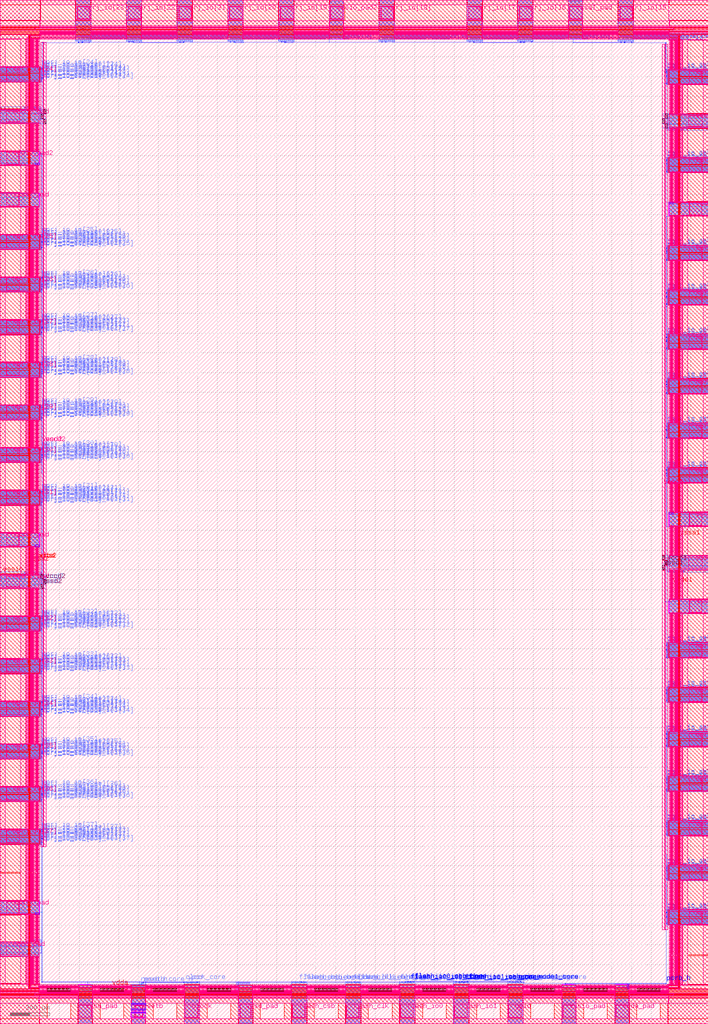
<source format=lef>
VERSION 5.7 ;
  NOWIREEXTENSIONATPIN ON ;
  DIVIDERCHAR "/" ;
  BUSBITCHARS "[]" ;
MACRO chip_io
  CLASS BLOCK ;
  FOREIGN chip_io ;
  ORIGIN 0.000 0.000 ;
  SIZE 3588.000 BY 5188.000 ;
  PIN clock
    DIRECTION INPUT ;
    USE SIGNAL ;
    PORT
      LAYER met5 ;
        RECT 938.200 32.990 1000.800 95.440 ;
    END
  END clock
  PIN clock_core
    DIRECTION OUTPUT TRISTATE ;
    USE SIGNAL ;
    PORT
      LAYER met2 ;
        RECT 936.635 208.565 936.915 210.965 ;
    END
  END clock_core
  PIN por
    DIRECTION INPUT ;
    USE SIGNAL ;
    PORT
      LAYER met2 ;
        RECT 970.215 208.565 970.495 210.965 ;
    END
  END por
  PIN flash_clk
    DIRECTION OUTPUT TRISTATE ;
    USE SIGNAL ;
    PORT
      LAYER met5 ;
        RECT 1755.200 32.990 1817.800 95.440 ;
    END
  END flash_clk
  PIN flash_clk_core
    DIRECTION INPUT ;
    USE SIGNAL ;
    PORT
      LAYER met2 ;
        RECT 1808.835 208.565 1809.115 210.965 ;
    END
  END flash_clk_core
  PIN flash_clk_ieb_core
    DIRECTION INPUT ;
    USE SIGNAL ;
    PORT
      LAYER met2 ;
        RECT 1787.215 208.565 1787.495 210.965 ;
    END
  END flash_clk_ieb_core
  PIN flash_clk_oeb_core
    DIRECTION INPUT ;
    USE SIGNAL ;
    PORT
      LAYER met2 ;
        RECT 1824.475 208.565 1824.755 210.965 ;
    END
  END flash_clk_oeb_core
  PIN flash_csb
    DIRECTION OUTPUT TRISTATE ;
    USE SIGNAL ;
    PORT
      LAYER met5 ;
        RECT 1481.200 32.990 1543.800 95.440 ;
    END
  END flash_csb
  PIN flash_csb_core
    DIRECTION INPUT ;
    USE SIGNAL ;
    PORT
      LAYER met2 ;
        RECT 1534.835 208.565 1535.115 210.965 ;
    END
  END flash_csb_core
  PIN flash_csb_ieb_core
    DIRECTION INPUT ;
    USE SIGNAL ;
    PORT
      LAYER met2 ;
        RECT 1513.215 208.565 1513.495 210.965 ;
    END
  END flash_csb_ieb_core
  PIN flash_csb_oeb_core
    DIRECTION INPUT ;
    USE SIGNAL ;
    PORT
      LAYER met2 ;
        RECT 1550.475 208.565 1550.755 210.965 ;
    END
  END flash_csb_oeb_core
  PIN flash_io0
    DIRECTION INOUT ;
    USE SIGNAL ;
    PORT
      LAYER met5 ;
        RECT 2029.200 32.990 2091.800 95.440 ;
    END
  END flash_io0
  PIN flash_io0_di_core
    DIRECTION OUTPUT TRISTATE ;
    USE SIGNAL ;
    PORT
      LAYER met2 ;
        RECT 2027.635 208.565 2027.915 210.965 ;
    END
  END flash_io0_di_core
  PIN flash_io0_do_core
    DIRECTION INPUT ;
    USE SIGNAL ;
    PORT
      LAYER met2 ;
        RECT 2082.835 208.565 2083.115 210.965 ;
    END
  END flash_io0_do_core
  PIN flash_io0_ieb_core
    DIRECTION INPUT ;
    USE SIGNAL ;
    PORT
      LAYER met1 ;
        RECT 2046.150 211.900 2046.470 211.960 ;
        RECT 2061.330 211.900 2061.650 211.960 ;
        RECT 2076.970 211.900 2077.290 211.960 ;
        RECT 2046.150 211.760 2077.290 211.900 ;
        RECT 2046.150 211.700 2046.470 211.760 ;
        RECT 2061.330 211.700 2061.650 211.760 ;
        RECT 2076.970 211.700 2077.290 211.760 ;
      LAYER via ;
        RECT 2046.180 211.700 2046.440 211.960 ;
        RECT 2061.360 211.700 2061.620 211.960 ;
        RECT 2077.000 211.700 2077.260 211.960 ;
      LAYER met2 ;
        RECT 2046.180 211.670 2046.440 211.990 ;
        RECT 2061.360 211.670 2061.620 211.990 ;
        RECT 2077.000 211.670 2077.260 211.990 ;
        RECT 2046.240 210.965 2046.380 211.670 ;
        RECT 2061.420 210.965 2061.560 211.670 ;
        RECT 2077.060 210.965 2077.200 211.670 ;
        RECT 2046.035 209.100 2046.380 210.965 ;
        RECT 2061.215 209.100 2061.560 210.965 ;
        RECT 2076.855 209.100 2077.200 210.965 ;
        RECT 2046.035 208.565 2046.315 209.100 ;
        RECT 2061.215 208.565 2061.495 209.100 ;
        RECT 2076.855 208.565 2077.135 209.100 ;
    END
  END flash_io0_ieb_core
  PIN flash_io0_oeb_core
    DIRECTION INPUT ;
    USE SIGNAL ;
    PORT
      LAYER met1 ;
        RECT 2055.350 214.280 2055.670 214.340 ;
        RECT 2098.590 214.280 2098.910 214.340 ;
        RECT 2055.350 214.140 2098.910 214.280 ;
        RECT 2055.350 214.080 2055.670 214.140 ;
        RECT 2098.590 214.080 2098.910 214.140 ;
      LAYER via ;
        RECT 2055.380 214.080 2055.640 214.340 ;
        RECT 2098.620 214.080 2098.880 214.340 ;
      LAYER met2 ;
        RECT 2055.380 214.050 2055.640 214.370 ;
        RECT 2098.620 214.050 2098.880 214.370 ;
        RECT 2055.440 210.965 2055.580 214.050 ;
        RECT 2098.680 210.965 2098.820 214.050 ;
        RECT 2055.235 209.100 2055.580 210.965 ;
        RECT 2098.475 209.100 2098.820 210.965 ;
        RECT 2055.235 208.565 2055.515 209.100 ;
        RECT 2098.475 208.565 2098.755 209.100 ;
    END
  END flash_io0_oeb_core
  PIN flash_io1
    DIRECTION INOUT ;
    USE SIGNAL ;
    PORT
      LAYER met5 ;
        RECT 2303.200 32.990 2365.800 95.440 ;
    END
  END flash_io1
  PIN flash_io1_di_core
    DIRECTION OUTPUT TRISTATE ;
    USE SIGNAL ;
    PORT
      LAYER met2 ;
        RECT 2301.635 208.565 2301.915 210.965 ;
    END
  END flash_io1_di_core
  PIN flash_io1_do_core
    DIRECTION INPUT ;
    USE SIGNAL ;
    PORT
      LAYER met2 ;
        RECT 2356.835 208.565 2357.115 210.965 ;
    END
  END flash_io1_do_core
  PIN flash_io1_ieb_core
    DIRECTION INPUT ;
    USE SIGNAL ;
    PORT
      LAYER met1 ;
        RECT 2320.770 209.340 2321.090 209.400 ;
        RECT 2335.950 209.340 2336.270 209.400 ;
        RECT 2350.210 209.340 2350.530 209.400 ;
        RECT 2320.770 209.200 2350.530 209.340 ;
        RECT 2320.770 209.140 2321.090 209.200 ;
        RECT 2335.950 209.140 2336.270 209.200 ;
        RECT 2350.210 209.140 2350.530 209.200 ;
      LAYER via ;
        RECT 2320.800 209.140 2321.060 209.400 ;
        RECT 2335.980 209.140 2336.240 209.400 ;
        RECT 2350.240 209.140 2350.500 209.400 ;
      LAYER met2 ;
        RECT 2320.035 209.170 2320.315 210.965 ;
        RECT 2320.800 209.170 2321.060 209.430 ;
        RECT 2320.035 209.110 2321.060 209.170 ;
        RECT 2335.215 209.170 2335.495 210.965 ;
        RECT 2335.980 209.170 2336.240 209.430 ;
        RECT 2335.215 209.110 2336.240 209.170 ;
        RECT 2350.240 209.170 2350.500 209.430 ;
        RECT 2350.855 209.170 2351.135 210.965 ;
        RECT 2350.240 209.110 2351.135 209.170 ;
        RECT 2320.035 209.030 2321.000 209.110 ;
        RECT 2335.215 209.030 2336.180 209.110 ;
        RECT 2350.300 209.030 2351.135 209.110 ;
        RECT 2320.035 208.565 2320.315 209.030 ;
        RECT 2335.215 208.565 2335.495 209.030 ;
        RECT 2350.855 208.565 2351.135 209.030 ;
    END
  END flash_io1_ieb_core
  PIN flash_io1_oeb_core
    DIRECTION INPUT ;
    USE SIGNAL ;
    PORT
      LAYER met1 ;
        RECT 2329.050 212.580 2329.370 212.640 ;
        RECT 2372.290 212.580 2372.610 212.640 ;
        RECT 2329.050 212.440 2372.610 212.580 ;
        RECT 2329.050 212.380 2329.370 212.440 ;
        RECT 2372.290 212.380 2372.610 212.440 ;
      LAYER via ;
        RECT 2329.080 212.380 2329.340 212.640 ;
        RECT 2372.320 212.380 2372.580 212.640 ;
      LAYER met2 ;
        RECT 2329.080 212.350 2329.340 212.670 ;
        RECT 2372.320 212.350 2372.580 212.670 ;
        RECT 2329.140 210.965 2329.280 212.350 ;
        RECT 2372.380 210.965 2372.520 212.350 ;
        RECT 2329.140 209.030 2329.515 210.965 ;
        RECT 2372.380 209.030 2372.755 210.965 ;
        RECT 2329.235 208.565 2329.515 209.030 ;
        RECT 2372.475 208.565 2372.755 209.030 ;
    END
  END flash_io1_oeb_core
  PIN gpio
    DIRECTION INOUT ;
    USE SIGNAL ;
    PORT
      LAYER met5 ;
        RECT 2577.200 32.990 2639.800 95.440 ;
    END
  END gpio
  PIN gpio_in_core
    DIRECTION OUTPUT TRISTATE ;
    USE SIGNAL ;
    PORT
      LAYER met2 ;
        RECT 2575.635 208.565 2575.915 210.965 ;
    END
  END gpio_in_core
  PIN gpio_inenb_core
    DIRECTION INPUT ;
    USE SIGNAL ;
    PORT
      LAYER met2 ;
        RECT 2609.215 208.565 2609.495 210.965 ;
    END
  END gpio_inenb_core
  PIN gpio_mode0_core
    DIRECTION INPUT ;
    USE SIGNAL ;
    PORT
      LAYER met2 ;
        RECT 2603.235 208.565 2603.515 210.965 ;
    END
  END gpio_mode0_core
  PIN gpio_mode1_core
    DIRECTION INPUT ;
    USE SIGNAL ;
    PORT
      LAYER met1 ;
        RECT 2594.010 211.900 2594.330 211.960 ;
        RECT 2624.830 211.900 2625.150 211.960 ;
        RECT 2594.010 211.760 2625.150 211.900 ;
        RECT 2594.010 211.700 2594.330 211.760 ;
        RECT 2624.830 211.700 2625.150 211.760 ;
      LAYER via ;
        RECT 2594.040 211.700 2594.300 211.960 ;
        RECT 2624.860 211.700 2625.120 211.960 ;
      LAYER met2 ;
        RECT 2594.040 211.670 2594.300 211.990 ;
        RECT 2624.860 211.670 2625.120 211.990 ;
        RECT 2594.100 210.965 2594.240 211.670 ;
        RECT 2624.920 210.965 2625.060 211.670 ;
        RECT 2594.035 208.565 2594.315 210.965 ;
        RECT 2624.855 208.565 2625.135 210.965 ;
    END
  END gpio_mode1_core
  PIN gpio_out_core
    DIRECTION INPUT ;
    USE SIGNAL ;
    PORT
      LAYER met2 ;
        RECT 2630.835 208.565 2631.115 210.965 ;
    END
  END gpio_out_core
  PIN gpio_outenb_core
    DIRECTION INPUT ;
    USE SIGNAL ;
    PORT
      LAYER met2 ;
        RECT 2646.475 208.565 2646.755 210.965 ;
    END
  END gpio_outenb_core
  PIN vccd_pad
    DIRECTION INOUT ;
    USE SIGNAL ;
    PORT
      LAYER met5 ;
        RECT 30.835 350.270 98.100 404.670 ;
    END
  END vccd_pad
  PIN vdda_pad
    DIRECTION INOUT ;
    USE SIGNAL ;
    PORT
      LAYER met5 ;
        RECT 3121.110 34.055 3181.950 94.880 ;
    END
  END vdda_pad
  PIN vddio_pad
    DIRECTION INOUT ;
    USE SIGNAL ;
    PORT
      LAYER met5 ;
        RECT 34.055 558.050 94.880 618.890 ;
    END
  END vddio_pad
  PIN vddio_pad2
    DIRECTION INOUT ;
    USE SIGNAL ;
    PORT
      LAYER met5 ;
        RECT 34.055 4356.050 94.880 4416.890 ;
    END
  END vddio_pad2
  PIN vssa_pad
    DIRECTION INOUT ;
    USE SIGNAL ;
    PORT
      LAYER met5 ;
        RECT 401.110 34.055 461.950 94.880 ;
    END
  END vssa_pad
  PIN vssd_pad
    DIRECTION INOUT ;
    USE SIGNAL ;
    PORT
      LAYER met5 ;
        RECT 1216.330 30.835 1270.730 98.100 ;
    END
  END vssd_pad
  PIN vssio_pad
    DIRECTION INOUT ;
    USE SIGNAL ;
    PORT
      LAYER met5 ;
        RECT 2852.110 34.055 2912.950 94.880 ;
    END
  END vssio_pad
  PIN vssio_pad2
    DIRECTION INOUT ;
    USE SIGNAL ;
    PORT
      LAYER met5 ;
        RECT 1674.050 5093.120 1734.890 5153.945 ;
    END
  END vssio_pad2
  PIN mprj_io[0]
    DIRECTION INOUT ;
    USE SIGNAL ;
    PORT
      LAYER met5 ;
        RECT 3492.560 506.200 3555.010 568.800 ;
    END
  END mprj_io[0]
  PIN mprj_io_analog_en[0]
    DIRECTION INPUT ;
    USE SIGNAL ;
    PORT
      LAYER met2 ;
        RECT 3377.035 529.015 3379.435 529.295 ;
    END
  END mprj_io_analog_en[0]
  PIN mprj_io_analog_pol[0]
    DIRECTION INPUT ;
    USE SIGNAL ;
    PORT
      LAYER met2 ;
        RECT 3377.035 535.455 3379.435 535.735 ;
    END
  END mprj_io_analog_pol[0]
  PIN mprj_io_analog_sel[0]
    DIRECTION INPUT ;
    USE SIGNAL ;
    PORT
      LAYER met2 ;
        RECT 3377.035 550.635 3379.435 550.915 ;
    END
  END mprj_io_analog_sel[0]
  PIN mprj_io_dm[0]
    DIRECTION INPUT ;
    USE SIGNAL ;
    PORT
      LAYER met2 ;
        RECT 3377.035 532.235 3379.435 532.515 ;
    END
  END mprj_io_dm[0]
  PIN mprj_io_dm[1]
    DIRECTION INPUT ;
    USE SIGNAL ;
    PORT
      LAYER met2 ;
        RECT 3377.035 523.035 3379.435 523.315 ;
    END
  END mprj_io_dm[1]
  PIN mprj_io_dm[2]
    DIRECTION INPUT ;
    USE SIGNAL ;
    PORT
      LAYER met2 ;
        RECT 3377.035 553.855 3379.435 554.135 ;
    END
  END mprj_io_dm[2]
  PIN mprj_io_holdover[0]
    DIRECTION INPUT ;
    USE SIGNAL ;
    PORT
      LAYER met2 ;
        RECT 3377.035 557.075 3379.435 557.355 ;
    END
  END mprj_io_holdover[0]
  PIN mprj_io_ib_mode_sel[0]
    DIRECTION INPUT ;
    USE SIGNAL ;
    PORT
      LAYER met2 ;
        RECT 3377.035 572.255 3379.435 572.535 ;
    END
  END mprj_io_ib_mode_sel[0]
  PIN mprj_io_inp_dis[0]
    DIRECTION INPUT ;
    USE SIGNAL ;
    PORT
      LAYER met2 ;
        RECT 3377.035 538.215 3379.435 538.495 ;
    END
  END mprj_io_inp_dis[0]
  PIN mprj_io_oeb[0]
    DIRECTION INPUT ;
    USE SIGNAL ;
    PORT
      LAYER met2 ;
        RECT 3377.035 575.475 3379.435 575.755 ;
    END
  END mprj_io_oeb[0]
  PIN mprj_io_out[0]
    DIRECTION INPUT ;
    USE SIGNAL ;
    PORT
      LAYER met2 ;
        RECT 3377.035 559.835 3379.435 560.115 ;
    END
  END mprj_io_out[0]
  PIN mprj_io_slow_sel[0]
    DIRECTION INPUT ;
    USE SIGNAL ;
    PORT
      LAYER met2 ;
        RECT 3377.035 513.835 3379.435 514.115 ;
    END
  END mprj_io_slow_sel[0]
  PIN mprj_io_vtrip_sel[0]
    DIRECTION INPUT ;
    USE SIGNAL ;
    PORT
      LAYER met2 ;
        RECT 3377.035 569.035 3379.435 569.315 ;
    END
  END mprj_io_vtrip_sel[0]
  PIN mprj_io_in[0]
    DIRECTION OUTPUT TRISTATE ;
    USE SIGNAL ;
    PORT
      LAYER met2 ;
        RECT 3377.035 504.635 3379.435 504.915 ;
    END
  END mprj_io_in[0]
  PIN mprj_analog_io[3]
    DIRECTION INOUT ;
    USE SIGNAL ;
    PORT
      LAYER met2 ;
        RECT 3377.035 3433.055 3379.435 3433.335 ;
    END
  END mprj_analog_io[3]
  PIN mprj_io[10]
    DIRECTION INOUT ;
    USE SIGNAL ;
    PORT
      LAYER met5 ;
        RECT 3492.560 3422.200 3555.010 3484.800 ;
    END
  END mprj_io[10]
  PIN mprj_io_analog_en[10]
    DIRECTION INPUT ;
    USE SIGNAL ;
    PORT
      LAYER met2 ;
        RECT 3377.035 3445.015 3379.435 3445.295 ;
    END
  END mprj_io_analog_en[10]
  PIN mprj_io_analog_pol[10]
    DIRECTION INPUT ;
    USE SIGNAL ;
    PORT
      LAYER met2 ;
        RECT 3377.035 3451.455 3379.435 3451.735 ;
    END
  END mprj_io_analog_pol[10]
  PIN mprj_io_analog_sel[10]
    DIRECTION INPUT ;
    USE SIGNAL ;
    PORT
      LAYER met2 ;
        RECT 3377.035 3466.635 3379.435 3466.915 ;
    END
  END mprj_io_analog_sel[10]
  PIN mprj_io_dm[30]
    DIRECTION INPUT ;
    USE SIGNAL ;
    PORT
      LAYER met2 ;
        RECT 3377.035 3448.235 3379.435 3448.515 ;
    END
  END mprj_io_dm[30]
  PIN mprj_io_dm[31]
    DIRECTION INPUT ;
    USE SIGNAL ;
    PORT
      LAYER met2 ;
        RECT 3377.035 3439.035 3379.435 3439.315 ;
    END
  END mprj_io_dm[31]
  PIN mprj_io_dm[32]
    DIRECTION INPUT ;
    USE SIGNAL ;
    PORT
      LAYER met2 ;
        RECT 3377.035 3469.855 3379.435 3470.135 ;
    END
  END mprj_io_dm[32]
  PIN mprj_io_holdover[10]
    DIRECTION INPUT ;
    USE SIGNAL ;
    PORT
      LAYER met2 ;
        RECT 3377.035 3473.075 3379.435 3473.355 ;
    END
  END mprj_io_holdover[10]
  PIN mprj_io_ib_mode_sel[10]
    DIRECTION INPUT ;
    USE SIGNAL ;
    PORT
      LAYER met2 ;
        RECT 3377.035 3488.255 3379.435 3488.535 ;
    END
  END mprj_io_ib_mode_sel[10]
  PIN mprj_io_inp_dis[10]
    DIRECTION INPUT ;
    USE SIGNAL ;
    PORT
      LAYER met2 ;
        RECT 3377.035 3454.215 3379.435 3454.495 ;
    END
  END mprj_io_inp_dis[10]
  PIN mprj_io_oeb[10]
    DIRECTION INPUT ;
    USE SIGNAL ;
    PORT
      LAYER met2 ;
        RECT 3377.035 3491.475 3379.435 3491.755 ;
    END
  END mprj_io_oeb[10]
  PIN mprj_io_out[10]
    DIRECTION INPUT ;
    USE SIGNAL ;
    PORT
      LAYER met2 ;
        RECT 3377.035 3475.835 3379.435 3476.115 ;
    END
  END mprj_io_out[10]
  PIN mprj_io_slow_sel[10]
    DIRECTION INPUT ;
    USE SIGNAL ;
    PORT
      LAYER met2 ;
        RECT 3377.035 3429.835 3379.435 3430.115 ;
    END
  END mprj_io_slow_sel[10]
  PIN mprj_io_vtrip_sel[10]
    DIRECTION INPUT ;
    USE SIGNAL ;
    PORT
      LAYER met2 ;
        RECT 3377.035 3485.035 3379.435 3485.315 ;
    END
  END mprj_io_vtrip_sel[10]
  PIN mprj_io_in[10]
    DIRECTION OUTPUT TRISTATE ;
    USE SIGNAL ;
    PORT
      LAYER met2 ;
        RECT 3377.035 3420.635 3379.435 3420.915 ;
    END
  END mprj_io_in[10]
  PIN mprj_analog_io[4]
    DIRECTION INOUT ;
    USE SIGNAL ;
    PORT
      LAYER met2 ;
        RECT 3377.035 3658.055 3379.435 3658.335 ;
    END
  END mprj_analog_io[4]
  PIN mprj_io[11]
    DIRECTION INOUT ;
    USE SIGNAL ;
    PORT
      LAYER met5 ;
        RECT 3492.560 3647.200 3555.010 3709.800 ;
    END
  END mprj_io[11]
  PIN mprj_io_analog_en[11]
    DIRECTION INPUT ;
    USE SIGNAL ;
    PORT
      LAYER met2 ;
        RECT 3377.035 3670.015 3379.435 3670.295 ;
    END
  END mprj_io_analog_en[11]
  PIN mprj_io_analog_pol[11]
    DIRECTION INPUT ;
    USE SIGNAL ;
    PORT
      LAYER met2 ;
        RECT 3377.035 3676.455 3379.435 3676.735 ;
    END
  END mprj_io_analog_pol[11]
  PIN mprj_io_analog_sel[11]
    DIRECTION INPUT ;
    USE SIGNAL ;
    PORT
      LAYER met2 ;
        RECT 3377.035 3691.635 3379.435 3691.915 ;
    END
  END mprj_io_analog_sel[11]
  PIN mprj_io_dm[33]
    DIRECTION INPUT ;
    USE SIGNAL ;
    PORT
      LAYER met2 ;
        RECT 3377.035 3673.235 3379.435 3673.515 ;
    END
  END mprj_io_dm[33]
  PIN mprj_io_dm[34]
    DIRECTION INPUT ;
    USE SIGNAL ;
    PORT
      LAYER met2 ;
        RECT 3377.035 3664.035 3379.435 3664.315 ;
    END
  END mprj_io_dm[34]
  PIN mprj_io_dm[35]
    DIRECTION INPUT ;
    USE SIGNAL ;
    PORT
      LAYER met2 ;
        RECT 3377.035 3694.855 3379.435 3695.135 ;
    END
  END mprj_io_dm[35]
  PIN mprj_io_holdover[11]
    DIRECTION INPUT ;
    USE SIGNAL ;
    PORT
      LAYER met2 ;
        RECT 3377.035 3698.075 3379.435 3698.355 ;
    END
  END mprj_io_holdover[11]
  PIN mprj_io_ib_mode_sel[11]
    DIRECTION INPUT ;
    USE SIGNAL ;
    PORT
      LAYER met2 ;
        RECT 3377.035 3713.255 3379.435 3713.535 ;
    END
  END mprj_io_ib_mode_sel[11]
  PIN mprj_io_inp_dis[11]
    DIRECTION INPUT ;
    USE SIGNAL ;
    PORT
      LAYER met2 ;
        RECT 3377.035 3679.215 3379.435 3679.495 ;
    END
  END mprj_io_inp_dis[11]
  PIN mprj_io_oeb[11]
    DIRECTION INPUT ;
    USE SIGNAL ;
    PORT
      LAYER met2 ;
        RECT 3377.035 3716.475 3379.435 3716.755 ;
    END
  END mprj_io_oeb[11]
  PIN mprj_io_out[11]
    DIRECTION INPUT ;
    USE SIGNAL ;
    PORT
      LAYER met2 ;
        RECT 3377.035 3700.835 3379.435 3701.115 ;
    END
  END mprj_io_out[11]
  PIN mprj_io_slow_sel[11]
    DIRECTION INPUT ;
    USE SIGNAL ;
    PORT
      LAYER met2 ;
        RECT 3377.035 3654.835 3379.435 3655.115 ;
    END
  END mprj_io_slow_sel[11]
  PIN mprj_io_vtrip_sel[11]
    DIRECTION INPUT ;
    USE SIGNAL ;
    PORT
      LAYER met2 ;
        RECT 3377.035 3710.035 3379.435 3710.315 ;
    END
  END mprj_io_vtrip_sel[11]
  PIN mprj_io_in[11]
    DIRECTION OUTPUT TRISTATE ;
    USE SIGNAL ;
    PORT
      LAYER met2 ;
        RECT 3377.035 3645.635 3379.435 3645.915 ;
    END
  END mprj_io_in[11]
  PIN mprj_analog_io[5]
    DIRECTION INOUT ;
    USE SIGNAL ;
    PORT
      LAYER met2 ;
        RECT 3377.035 3883.055 3379.435 3883.335 ;
    END
  END mprj_analog_io[5]
  PIN mprj_io[12]
    DIRECTION INOUT ;
    USE SIGNAL ;
    PORT
      LAYER met5 ;
        RECT 3492.560 3872.200 3555.010 3934.800 ;
    END
  END mprj_io[12]
  PIN mprj_io_analog_en[12]
    DIRECTION INPUT ;
    USE SIGNAL ;
    PORT
      LAYER met2 ;
        RECT 3377.035 3895.015 3379.435 3895.295 ;
    END
  END mprj_io_analog_en[12]
  PIN mprj_io_analog_pol[12]
    DIRECTION INPUT ;
    USE SIGNAL ;
    PORT
      LAYER met2 ;
        RECT 3377.035 3901.455 3379.435 3901.735 ;
    END
  END mprj_io_analog_pol[12]
  PIN mprj_io_analog_sel[12]
    DIRECTION INPUT ;
    USE SIGNAL ;
    PORT
      LAYER met2 ;
        RECT 3377.035 3916.635 3379.435 3916.915 ;
    END
  END mprj_io_analog_sel[12]
  PIN mprj_io_dm[36]
    DIRECTION INPUT ;
    USE SIGNAL ;
    PORT
      LAYER met2 ;
        RECT 3377.035 3898.235 3379.435 3898.515 ;
    END
  END mprj_io_dm[36]
  PIN mprj_io_dm[37]
    DIRECTION INPUT ;
    USE SIGNAL ;
    PORT
      LAYER met2 ;
        RECT 3377.035 3889.035 3379.435 3889.315 ;
    END
  END mprj_io_dm[37]
  PIN mprj_io_dm[38]
    DIRECTION INPUT ;
    USE SIGNAL ;
    PORT
      LAYER met2 ;
        RECT 3377.035 3919.855 3379.435 3920.135 ;
    END
  END mprj_io_dm[38]
  PIN mprj_io_holdover[12]
    DIRECTION INPUT ;
    USE SIGNAL ;
    PORT
      LAYER met2 ;
        RECT 3377.035 3923.075 3379.435 3923.355 ;
    END
  END mprj_io_holdover[12]
  PIN mprj_io_ib_mode_sel[12]
    DIRECTION INPUT ;
    USE SIGNAL ;
    PORT
      LAYER met2 ;
        RECT 3377.035 3938.255 3379.435 3938.535 ;
    END
  END mprj_io_ib_mode_sel[12]
  PIN mprj_io_inp_dis[12]
    DIRECTION INPUT ;
    USE SIGNAL ;
    PORT
      LAYER met2 ;
        RECT 3377.035 3904.215 3379.435 3904.495 ;
    END
  END mprj_io_inp_dis[12]
  PIN mprj_io_oeb[12]
    DIRECTION INPUT ;
    USE SIGNAL ;
    PORT
      LAYER met2 ;
        RECT 3377.035 3941.475 3379.435 3941.755 ;
    END
  END mprj_io_oeb[12]
  PIN mprj_io_out[12]
    DIRECTION INPUT ;
    USE SIGNAL ;
    PORT
      LAYER met2 ;
        RECT 3377.035 3925.835 3379.435 3926.115 ;
    END
  END mprj_io_out[12]
  PIN mprj_io_slow_sel[12]
    DIRECTION INPUT ;
    USE SIGNAL ;
    PORT
      LAYER met2 ;
        RECT 3377.035 3879.835 3379.435 3880.115 ;
    END
  END mprj_io_slow_sel[12]
  PIN mprj_io_vtrip_sel[12]
    DIRECTION INPUT ;
    USE SIGNAL ;
    PORT
      LAYER met2 ;
        RECT 3377.035 3935.035 3379.435 3935.315 ;
    END
  END mprj_io_vtrip_sel[12]
  PIN mprj_io_in[12]
    DIRECTION OUTPUT TRISTATE ;
    USE SIGNAL ;
    PORT
      LAYER met2 ;
        RECT 3377.035 3870.635 3379.435 3870.915 ;
    END
  END mprj_io_in[12]
  PIN mprj_analog_io[6]
    DIRECTION INOUT ;
    USE SIGNAL ;
    PORT
      LAYER met2 ;
        RECT 3377.035 4329.055 3379.435 4329.335 ;
    END
  END mprj_analog_io[6]
  PIN mprj_io[13]
    DIRECTION INOUT ;
    USE SIGNAL ;
    PORT
      LAYER met5 ;
        RECT 3492.560 4318.200 3555.010 4380.800 ;
    END
  END mprj_io[13]
  PIN mprj_io_analog_en[13]
    DIRECTION INPUT ;
    USE SIGNAL ;
    PORT
      LAYER met2 ;
        RECT 3377.035 4341.015 3379.435 4341.295 ;
    END
  END mprj_io_analog_en[13]
  PIN mprj_io_analog_pol[13]
    DIRECTION INPUT ;
    USE SIGNAL ;
    PORT
      LAYER met2 ;
        RECT 3377.035 4347.455 3379.435 4347.735 ;
    END
  END mprj_io_analog_pol[13]
  PIN mprj_io_analog_sel[13]
    DIRECTION INPUT ;
    USE SIGNAL ;
    PORT
      LAYER met2 ;
        RECT 3377.035 4362.635 3379.435 4362.915 ;
    END
  END mprj_io_analog_sel[13]
  PIN mprj_io_dm[39]
    DIRECTION INPUT ;
    USE SIGNAL ;
    PORT
      LAYER met2 ;
        RECT 3377.035 4344.235 3379.435 4344.515 ;
    END
  END mprj_io_dm[39]
  PIN mprj_io_dm[40]
    DIRECTION INPUT ;
    USE SIGNAL ;
    PORT
      LAYER met2 ;
        RECT 3377.035 4335.035 3379.435 4335.315 ;
    END
  END mprj_io_dm[40]
  PIN mprj_io_dm[41]
    DIRECTION INPUT ;
    USE SIGNAL ;
    PORT
      LAYER met2 ;
        RECT 3377.035 4365.855 3379.435 4366.135 ;
    END
  END mprj_io_dm[41]
  PIN mprj_io_holdover[13]
    DIRECTION INPUT ;
    USE SIGNAL ;
    PORT
      LAYER met2 ;
        RECT 3377.035 4369.075 3379.435 4369.355 ;
    END
  END mprj_io_holdover[13]
  PIN mprj_io_ib_mode_sel[13]
    DIRECTION INPUT ;
    USE SIGNAL ;
    PORT
      LAYER met2 ;
        RECT 3377.035 4384.255 3379.435 4384.535 ;
    END
  END mprj_io_ib_mode_sel[13]
  PIN mprj_io_inp_dis[13]
    DIRECTION INPUT ;
    USE SIGNAL ;
    PORT
      LAYER met2 ;
        RECT 3377.035 4350.215 3379.435 4350.495 ;
    END
  END mprj_io_inp_dis[13]
  PIN mprj_io_oeb[13]
    DIRECTION INPUT ;
    USE SIGNAL ;
    PORT
      LAYER met2 ;
        RECT 3377.035 4387.475 3379.435 4387.755 ;
    END
  END mprj_io_oeb[13]
  PIN mprj_io_out[13]
    DIRECTION INPUT ;
    USE SIGNAL ;
    PORT
      LAYER met2 ;
        RECT 3377.035 4371.835 3379.435 4372.115 ;
    END
  END mprj_io_out[13]
  PIN mprj_io_slow_sel[13]
    DIRECTION INPUT ;
    USE SIGNAL ;
    PORT
      LAYER met2 ;
        RECT 3377.035 4325.835 3379.435 4326.115 ;
    END
  END mprj_io_slow_sel[13]
  PIN mprj_io_vtrip_sel[13]
    DIRECTION INPUT ;
    USE SIGNAL ;
    PORT
      LAYER met2 ;
        RECT 3377.035 4381.035 3379.435 4381.315 ;
    END
  END mprj_io_vtrip_sel[13]
  PIN mprj_io_in[13]
    DIRECTION OUTPUT TRISTATE ;
    USE SIGNAL ;
    PORT
      LAYER met2 ;
        RECT 3377.035 4316.635 3379.435 4316.915 ;
    END
  END mprj_io_in[13]
  PIN mprj_analog_io[7]
    DIRECTION INOUT ;
    USE SIGNAL ;
    PORT
      LAYER met2 ;
        RECT 3377.035 4775.055 3379.435 4775.335 ;
    END
  END mprj_analog_io[7]
  PIN mprj_io[14]
    DIRECTION INOUT ;
    USE SIGNAL ;
    PORT
      LAYER met5 ;
        RECT 3492.560 4764.200 3555.010 4826.800 ;
    END
  END mprj_io[14]
  PIN mprj_io_analog_en[14]
    DIRECTION INPUT ;
    USE SIGNAL ;
    PORT
      LAYER met2 ;
        RECT 3377.035 4787.015 3379.435 4787.295 ;
    END
  END mprj_io_analog_en[14]
  PIN mprj_io_analog_pol[14]
    DIRECTION INPUT ;
    USE SIGNAL ;
    PORT
      LAYER met2 ;
        RECT 3377.035 4793.455 3379.435 4793.735 ;
    END
  END mprj_io_analog_pol[14]
  PIN mprj_io_analog_sel[14]
    DIRECTION INPUT ;
    USE SIGNAL ;
    PORT
      LAYER met2 ;
        RECT 3377.035 4808.635 3379.435 4808.915 ;
    END
  END mprj_io_analog_sel[14]
  PIN mprj_io_dm[42]
    DIRECTION INPUT ;
    USE SIGNAL ;
    PORT
      LAYER met2 ;
        RECT 3377.035 4790.235 3379.435 4790.515 ;
    END
  END mprj_io_dm[42]
  PIN mprj_io_dm[43]
    DIRECTION INPUT ;
    USE SIGNAL ;
    PORT
      LAYER met2 ;
        RECT 3377.035 4781.035 3379.435 4781.315 ;
    END
  END mprj_io_dm[43]
  PIN mprj_io_dm[44]
    DIRECTION INPUT ;
    USE SIGNAL ;
    PORT
      LAYER met2 ;
        RECT 3377.035 4811.855 3379.435 4812.135 ;
    END
  END mprj_io_dm[44]
  PIN mprj_io_holdover[14]
    DIRECTION INPUT ;
    USE SIGNAL ;
    PORT
      LAYER met2 ;
        RECT 3377.035 4815.075 3379.435 4815.355 ;
    END
  END mprj_io_holdover[14]
  PIN mprj_io_ib_mode_sel[14]
    DIRECTION INPUT ;
    USE SIGNAL ;
    PORT
      LAYER met2 ;
        RECT 3377.035 4830.255 3379.435 4830.535 ;
    END
  END mprj_io_ib_mode_sel[14]
  PIN mprj_io_inp_dis[14]
    DIRECTION INPUT ;
    USE SIGNAL ;
    PORT
      LAYER met2 ;
        RECT 3377.035 4796.215 3379.435 4796.495 ;
    END
  END mprj_io_inp_dis[14]
  PIN mprj_io_oeb[14]
    DIRECTION INPUT ;
    USE SIGNAL ;
    PORT
      LAYER met2 ;
        RECT 3377.035 4833.475 3379.435 4833.755 ;
    END
  END mprj_io_oeb[14]
  PIN mprj_io_out[14]
    DIRECTION INPUT ;
    USE SIGNAL ;
    PORT
      LAYER met2 ;
        RECT 3377.035 4817.835 3379.435 4818.115 ;
    END
  END mprj_io_out[14]
  PIN mprj_io_slow_sel[14]
    DIRECTION INPUT ;
    USE SIGNAL ;
    PORT
      LAYER met2 ;
        RECT 3377.035 4771.835 3379.435 4772.115 ;
    END
  END mprj_io_slow_sel[14]
  PIN mprj_io_vtrip_sel[14]
    DIRECTION INPUT ;
    USE SIGNAL ;
    PORT
      LAYER met2 ;
        RECT 3377.035 4827.035 3379.435 4827.315 ;
    END
  END mprj_io_vtrip_sel[14]
  PIN mprj_io_in[14]
    DIRECTION OUTPUT TRISTATE ;
    USE SIGNAL ;
    PORT
      LAYER met2 ;
        RECT 3377.035 4762.635 3379.435 4762.915 ;
    END
  END mprj_io_in[14]
  PIN mprj_analog_io[8]
    DIRECTION INOUT ;
    USE SIGNAL ;
    PORT
      LAYER met2 ;
        RECT 3192.665 4977.035 3192.945 4979.435 ;
    END
  END mprj_analog_io[8]
  PIN mprj_io[15]
    DIRECTION INOUT ;
    USE SIGNAL ;
    PORT
      LAYER met5 ;
        RECT 3141.200 5092.560 3203.800 5155.010 ;
    END
  END mprj_io[15]
  PIN mprj_io_analog_en[15]
    DIRECTION INPUT ;
    USE SIGNAL ;
    PORT
      LAYER met2 ;
        RECT 3180.705 4977.035 3180.985 4979.435 ;
    END
  END mprj_io_analog_en[15]
  PIN mprj_io_analog_pol[15]
    DIRECTION INPUT ;
    USE SIGNAL ;
    PORT
      LAYER met2 ;
        RECT 3174.265 4977.035 3174.545 4979.435 ;
    END
  END mprj_io_analog_pol[15]
  PIN mprj_io_analog_sel[15]
    DIRECTION INPUT ;
    USE SIGNAL ;
    PORT
      LAYER met2 ;
        RECT 3159.085 4977.035 3159.365 4979.435 ;
    END
  END mprj_io_analog_sel[15]
  PIN mprj_io_dm[45]
    DIRECTION INPUT ;
    USE SIGNAL ;
    PORT
      LAYER met2 ;
        RECT 3177.485 4977.035 3177.765 4979.435 ;
    END
  END mprj_io_dm[45]
  PIN mprj_io_dm[46]
    DIRECTION INPUT ;
    USE SIGNAL ;
    PORT
      LAYER met2 ;
        RECT 3186.685 4977.035 3186.965 4979.435 ;
    END
  END mprj_io_dm[46]
  PIN mprj_io_dm[47]
    DIRECTION INPUT ;
    USE SIGNAL ;
    PORT
      LAYER met2 ;
        RECT 3155.865 4977.035 3156.145 4979.435 ;
    END
  END mprj_io_dm[47]
  PIN mprj_io_holdover[15]
    DIRECTION INPUT ;
    USE SIGNAL ;
    PORT
      LAYER met2 ;
        RECT 3152.645 4977.035 3152.925 4979.435 ;
    END
  END mprj_io_holdover[15]
  PIN mprj_io_ib_mode_sel[15]
    DIRECTION INPUT ;
    USE SIGNAL ;
    PORT
      LAYER met2 ;
        RECT 3137.465 4977.035 3137.745 4979.435 ;
    END
  END mprj_io_ib_mode_sel[15]
  PIN mprj_io_inp_dis[15]
    DIRECTION INPUT ;
    USE SIGNAL ;
    PORT
      LAYER met2 ;
        RECT 3171.505 4977.035 3171.785 4979.435 ;
    END
  END mprj_io_inp_dis[15]
  PIN mprj_io_oeb[15]
    DIRECTION INPUT ;
    USE SIGNAL ;
    PORT
      LAYER met2 ;
        RECT 3134.245 4977.035 3134.525 4979.435 ;
    END
  END mprj_io_oeb[15]
  PIN mprj_io_out[15]
    DIRECTION INPUT ;
    USE SIGNAL ;
    PORT
      LAYER met2 ;
        RECT 3149.885 4977.035 3150.165 4979.435 ;
    END
  END mprj_io_out[15]
  PIN mprj_io_slow_sel[15]
    DIRECTION INPUT ;
    USE SIGNAL ;
    PORT
      LAYER met2 ;
        RECT 3195.885 4977.035 3196.165 4979.435 ;
    END
  END mprj_io_slow_sel[15]
  PIN mprj_io_vtrip_sel[15]
    DIRECTION INPUT ;
    USE SIGNAL ;
    PORT
      LAYER met2 ;
        RECT 3140.685 4977.035 3140.965 4979.435 ;
    END
  END mprj_io_vtrip_sel[15]
  PIN mprj_io_in[15]
    DIRECTION OUTPUT TRISTATE ;
    USE SIGNAL ;
    PORT
      LAYER met2 ;
        RECT 3205.085 4977.035 3205.365 4979.435 ;
    END
  END mprj_io_in[15]
  PIN mprj_analog_io[9]
    DIRECTION INOUT ;
    USE SIGNAL ;
    PORT
      LAYER met2 ;
        RECT 2683.665 4977.035 2683.945 4979.435 ;
    END
  END mprj_analog_io[9]
  PIN mprj_io[16]
    DIRECTION INOUT ;
    USE SIGNAL ;
    PORT
      LAYER met5 ;
        RECT 2632.200 5092.560 2694.800 5155.010 ;
    END
  END mprj_io[16]
  PIN mprj_io_analog_en[16]
    DIRECTION INPUT ;
    USE SIGNAL ;
    PORT
      LAYER met2 ;
        RECT 2671.705 4977.035 2671.985 4979.435 ;
    END
  END mprj_io_analog_en[16]
  PIN mprj_io_analog_pol[16]
    DIRECTION INPUT ;
    USE SIGNAL ;
    PORT
      LAYER met2 ;
        RECT 2665.265 4977.035 2665.545 4979.435 ;
    END
  END mprj_io_analog_pol[16]
  PIN mprj_io_analog_sel[16]
    DIRECTION INPUT ;
    USE SIGNAL ;
    PORT
      LAYER met2 ;
        RECT 2650.085 4977.035 2650.365 4979.435 ;
    END
  END mprj_io_analog_sel[16]
  PIN mprj_io_dm[48]
    DIRECTION INPUT ;
    USE SIGNAL ;
    PORT
      LAYER met2 ;
        RECT 2668.485 4977.035 2668.765 4979.435 ;
    END
  END mprj_io_dm[48]
  PIN mprj_io_dm[49]
    DIRECTION INPUT ;
    USE SIGNAL ;
    PORT
      LAYER met2 ;
        RECT 2677.685 4977.035 2677.965 4979.435 ;
    END
  END mprj_io_dm[49]
  PIN mprj_io_dm[50]
    DIRECTION INPUT ;
    USE SIGNAL ;
    PORT
      LAYER met2 ;
        RECT 2646.865 4977.035 2647.145 4979.435 ;
    END
  END mprj_io_dm[50]
  PIN mprj_io_holdover[16]
    DIRECTION INPUT ;
    USE SIGNAL ;
    PORT
      LAYER met2 ;
        RECT 2643.645 4977.035 2643.925 4979.435 ;
    END
  END mprj_io_holdover[16]
  PIN mprj_io_ib_mode_sel[16]
    DIRECTION INPUT ;
    USE SIGNAL ;
    PORT
      LAYER met2 ;
        RECT 2628.465 4977.035 2628.745 4979.435 ;
    END
  END mprj_io_ib_mode_sel[16]
  PIN mprj_io_inp_dis[16]
    DIRECTION INPUT ;
    USE SIGNAL ;
    PORT
      LAYER met2 ;
        RECT 2662.505 4977.035 2662.785 4979.435 ;
    END
  END mprj_io_inp_dis[16]
  PIN mprj_io_oeb[16]
    DIRECTION INPUT ;
    USE SIGNAL ;
    PORT
      LAYER met2 ;
        RECT 2625.245 4977.035 2625.525 4979.435 ;
    END
  END mprj_io_oeb[16]
  PIN mprj_io_out[16]
    DIRECTION INPUT ;
    USE SIGNAL ;
    PORT
      LAYER met2 ;
        RECT 2640.885 4977.035 2641.165 4979.435 ;
    END
  END mprj_io_out[16]
  PIN mprj_io_slow_sel[16]
    DIRECTION INPUT ;
    USE SIGNAL ;
    PORT
      LAYER met2 ;
        RECT 2686.885 4977.035 2687.165 4979.435 ;
    END
  END mprj_io_slow_sel[16]
  PIN mprj_io_vtrip_sel[16]
    DIRECTION INPUT ;
    USE SIGNAL ;
    PORT
      LAYER met2 ;
        RECT 2631.685 4977.035 2631.965 4979.435 ;
    END
  END mprj_io_vtrip_sel[16]
  PIN mprj_io_in[16]
    DIRECTION OUTPUT TRISTATE ;
    USE SIGNAL ;
    PORT
      LAYER met2 ;
        RECT 2696.085 4977.035 2696.365 4979.435 ;
    END
  END mprj_io_in[16]
  PIN mprj_analog_io[10]
    DIRECTION INOUT ;
    USE SIGNAL ;
    PORT
      LAYER met2 ;
        RECT 2426.665 4977.035 2426.945 4979.435 ;
    END
  END mprj_analog_io[10]
  PIN mprj_io[17]
    DIRECTION INOUT ;
    USE SIGNAL ;
    PORT
      LAYER met5 ;
        RECT 2375.200 5092.560 2437.800 5155.010 ;
    END
  END mprj_io[17]
  PIN mprj_io_analog_en[17]
    DIRECTION INPUT ;
    USE SIGNAL ;
    PORT
      LAYER met2 ;
        RECT 2414.705 4977.035 2414.985 4979.435 ;
    END
  END mprj_io_analog_en[17]
  PIN mprj_io_analog_pol[17]
    DIRECTION INPUT ;
    USE SIGNAL ;
    PORT
      LAYER met2 ;
        RECT 2408.265 4977.035 2408.545 4979.435 ;
    END
  END mprj_io_analog_pol[17]
  PIN mprj_io_analog_sel[17]
    DIRECTION INPUT ;
    USE SIGNAL ;
    PORT
      LAYER met2 ;
        RECT 2393.085 4977.035 2393.365 4979.435 ;
    END
  END mprj_io_analog_sel[17]
  PIN mprj_io_dm[51]
    DIRECTION INPUT ;
    USE SIGNAL ;
    PORT
      LAYER met2 ;
        RECT 2411.485 4977.035 2411.765 4979.435 ;
    END
  END mprj_io_dm[51]
  PIN mprj_io_dm[52]
    DIRECTION INPUT ;
    USE SIGNAL ;
    PORT
      LAYER met2 ;
        RECT 2420.685 4977.035 2420.965 4979.435 ;
    END
  END mprj_io_dm[52]
  PIN mprj_io_dm[53]
    DIRECTION INPUT ;
    USE SIGNAL ;
    PORT
      LAYER met2 ;
        RECT 2389.865 4977.035 2390.145 4979.435 ;
    END
  END mprj_io_dm[53]
  PIN mprj_io_holdover[17]
    DIRECTION INPUT ;
    USE SIGNAL ;
    PORT
      LAYER met2 ;
        RECT 2386.645 4977.035 2386.925 4979.435 ;
    END
  END mprj_io_holdover[17]
  PIN mprj_io_ib_mode_sel[17]
    DIRECTION INPUT ;
    USE SIGNAL ;
    PORT
      LAYER met2 ;
        RECT 2371.465 4977.035 2371.745 4979.435 ;
    END
  END mprj_io_ib_mode_sel[17]
  PIN mprj_io_inp_dis[17]
    DIRECTION INPUT ;
    USE SIGNAL ;
    PORT
      LAYER met2 ;
        RECT 2405.505 4977.035 2405.785 4979.435 ;
    END
  END mprj_io_inp_dis[17]
  PIN mprj_io_oeb[17]
    DIRECTION INPUT ;
    USE SIGNAL ;
    PORT
      LAYER met2 ;
        RECT 2368.245 4977.035 2368.525 4979.435 ;
    END
  END mprj_io_oeb[17]
  PIN mprj_io_out[17]
    DIRECTION INPUT ;
    USE SIGNAL ;
    PORT
      LAYER met2 ;
        RECT 2383.885 4977.035 2384.165 4979.435 ;
    END
  END mprj_io_out[17]
  PIN mprj_io_slow_sel[17]
    DIRECTION INPUT ;
    USE SIGNAL ;
    PORT
      LAYER met2 ;
        RECT 2429.885 4977.035 2430.165 4979.435 ;
    END
  END mprj_io_slow_sel[17]
  PIN mprj_io_vtrip_sel[17]
    DIRECTION INPUT ;
    USE SIGNAL ;
    PORT
      LAYER met2 ;
        RECT 2374.685 4977.035 2374.965 4979.435 ;
    END
  END mprj_io_vtrip_sel[17]
  PIN mprj_io_in[17]
    DIRECTION OUTPUT TRISTATE ;
    USE SIGNAL ;
    PORT
      LAYER met2 ;
        RECT 2439.085 4977.035 2439.365 4979.435 ;
    END
  END mprj_io_in[17]
  PIN mprj_analog_io[11]
    DIRECTION INOUT ;
    USE SIGNAL ;
    PORT
      LAYER met2 ;
        RECT 1981.665 4977.035 1981.945 4979.435 ;
    END
  END mprj_analog_io[11]
  PIN mprj_io[18]
    DIRECTION INOUT ;
    USE SIGNAL ;
    PORT
      LAYER met5 ;
        RECT 1930.200 5092.560 1992.800 5155.010 ;
    END
  END mprj_io[18]
  PIN mprj_io_analog_en[18]
    DIRECTION INPUT ;
    USE SIGNAL ;
    PORT
      LAYER met2 ;
        RECT 1969.705 4977.035 1969.985 4979.435 ;
    END
  END mprj_io_analog_en[18]
  PIN mprj_io_analog_pol[18]
    DIRECTION INPUT ;
    USE SIGNAL ;
    PORT
      LAYER met2 ;
        RECT 1963.265 4977.035 1963.545 4979.435 ;
    END
  END mprj_io_analog_pol[18]
  PIN mprj_io_analog_sel[18]
    DIRECTION INPUT ;
    USE SIGNAL ;
    PORT
      LAYER met2 ;
        RECT 1948.085 4977.035 1948.365 4979.435 ;
    END
  END mprj_io_analog_sel[18]
  PIN mprj_io_dm[54]
    DIRECTION INPUT ;
    USE SIGNAL ;
    PORT
      LAYER met2 ;
        RECT 1966.485 4977.035 1966.765 4979.435 ;
    END
  END mprj_io_dm[54]
  PIN mprj_io_dm[55]
    DIRECTION INPUT ;
    USE SIGNAL ;
    PORT
      LAYER met2 ;
        RECT 1975.685 4977.035 1975.965 4979.435 ;
    END
  END mprj_io_dm[55]
  PIN mprj_io_dm[56]
    DIRECTION INPUT ;
    USE SIGNAL ;
    PORT
      LAYER met2 ;
        RECT 1944.865 4977.035 1945.145 4979.435 ;
    END
  END mprj_io_dm[56]
  PIN mprj_io_holdover[18]
    DIRECTION INPUT ;
    USE SIGNAL ;
    PORT
      LAYER met2 ;
        RECT 1941.645 4977.035 1941.925 4979.435 ;
    END
  END mprj_io_holdover[18]
  PIN mprj_io_ib_mode_sel[18]
    DIRECTION INPUT ;
    USE SIGNAL ;
    PORT
      LAYER met2 ;
        RECT 1926.465 4977.035 1926.745 4979.435 ;
    END
  END mprj_io_ib_mode_sel[18]
  PIN mprj_io_inp_dis[18]
    DIRECTION INPUT ;
    USE SIGNAL ;
    PORT
      LAYER met2 ;
        RECT 1960.505 4977.035 1960.785 4979.435 ;
    END
  END mprj_io_inp_dis[18]
  PIN mprj_io_oeb[18]
    DIRECTION INPUT ;
    USE SIGNAL ;
    PORT
      LAYER met2 ;
        RECT 1923.245 4977.035 1923.525 4979.435 ;
    END
  END mprj_io_oeb[18]
  PIN mprj_io_out[18]
    DIRECTION INPUT ;
    USE SIGNAL ;
    PORT
      LAYER met2 ;
        RECT 1938.885 4977.035 1939.165 4979.435 ;
    END
  END mprj_io_out[18]
  PIN mprj_io_slow_sel[18]
    DIRECTION INPUT ;
    USE SIGNAL ;
    PORT
      LAYER met2 ;
        RECT 1984.885 4977.035 1985.165 4979.435 ;
    END
  END mprj_io_slow_sel[18]
  PIN mprj_io_vtrip_sel[18]
    DIRECTION INPUT ;
    USE SIGNAL ;
    PORT
      LAYER met2 ;
        RECT 1929.685 4977.035 1929.965 4979.435 ;
    END
  END mprj_io_vtrip_sel[18]
  PIN mprj_io_in[18]
    DIRECTION OUTPUT TRISTATE ;
    USE SIGNAL ;
    PORT
      LAYER met2 ;
        RECT 1994.085 4977.035 1994.365 4979.435 ;
    END
  END mprj_io_in[18]
  PIN mprj_io[1]
    DIRECTION INOUT ;
    USE SIGNAL ;
    PORT
      LAYER met5 ;
        RECT 3492.560 732.200 3555.010 794.800 ;
    END
  END mprj_io[1]
  PIN mprj_io_analog_en[1]
    DIRECTION INPUT ;
    USE SIGNAL ;
    PORT
      LAYER met2 ;
        RECT 3377.035 755.015 3379.435 755.295 ;
    END
  END mprj_io_analog_en[1]
  PIN mprj_io_analog_pol[1]
    DIRECTION INPUT ;
    USE SIGNAL ;
    PORT
      LAYER met2 ;
        RECT 3377.035 761.455 3379.435 761.735 ;
    END
  END mprj_io_analog_pol[1]
  PIN mprj_io_analog_sel[1]
    DIRECTION INPUT ;
    USE SIGNAL ;
    PORT
      LAYER met2 ;
        RECT 3377.035 776.635 3379.435 776.915 ;
    END
  END mprj_io_analog_sel[1]
  PIN mprj_io_dm[3]
    DIRECTION INPUT ;
    USE SIGNAL ;
    PORT
      LAYER met2 ;
        RECT 3377.035 758.235 3379.435 758.515 ;
    END
  END mprj_io_dm[3]
  PIN mprj_io_dm[4]
    DIRECTION INPUT ;
    USE SIGNAL ;
    PORT
      LAYER met2 ;
        RECT 3377.035 749.035 3379.435 749.315 ;
    END
  END mprj_io_dm[4]
  PIN mprj_io_dm[5]
    DIRECTION INPUT ;
    USE SIGNAL ;
    PORT
      LAYER met2 ;
        RECT 3377.035 779.855 3379.435 780.135 ;
    END
  END mprj_io_dm[5]
  PIN mprj_io_holdover[1]
    DIRECTION INPUT ;
    USE SIGNAL ;
    PORT
      LAYER met2 ;
        RECT 3377.035 783.075 3379.435 783.355 ;
    END
  END mprj_io_holdover[1]
  PIN mprj_io_ib_mode_sel[1]
    DIRECTION INPUT ;
    USE SIGNAL ;
    PORT
      LAYER met2 ;
        RECT 3377.035 798.255 3379.435 798.535 ;
    END
  END mprj_io_ib_mode_sel[1]
  PIN mprj_io_inp_dis[1]
    DIRECTION INPUT ;
    USE SIGNAL ;
    PORT
      LAYER met2 ;
        RECT 3377.035 764.215 3379.435 764.495 ;
    END
  END mprj_io_inp_dis[1]
  PIN mprj_io_oeb[1]
    DIRECTION INPUT ;
    USE SIGNAL ;
    PORT
      LAYER met2 ;
        RECT 3377.035 801.475 3379.435 801.755 ;
    END
  END mprj_io_oeb[1]
  PIN mprj_io_out[1]
    DIRECTION INPUT ;
    USE SIGNAL ;
    PORT
      LAYER met2 ;
        RECT 3377.035 785.835 3379.435 786.115 ;
    END
  END mprj_io_out[1]
  PIN mprj_io_slow_sel[1]
    DIRECTION INPUT ;
    USE SIGNAL ;
    PORT
      LAYER met2 ;
        RECT 3377.035 739.835 3379.435 740.115 ;
    END
  END mprj_io_slow_sel[1]
  PIN mprj_io_vtrip_sel[1]
    DIRECTION INPUT ;
    USE SIGNAL ;
    PORT
      LAYER met2 ;
        RECT 3377.035 795.035 3379.435 795.315 ;
    END
  END mprj_io_vtrip_sel[1]
  PIN mprj_io_in[1]
    DIRECTION OUTPUT TRISTATE ;
    USE SIGNAL ;
    PORT
      LAYER met2 ;
        RECT 3377.035 730.635 3379.435 730.915 ;
    END
  END mprj_io_in[1]
  PIN mprj_io[2]
    DIRECTION INOUT ;
    USE SIGNAL ;
    PORT
      LAYER met5 ;
        RECT 3492.560 957.200 3555.010 1019.800 ;
    END
  END mprj_io[2]
  PIN mprj_io_analog_en[2]
    DIRECTION INPUT ;
    USE SIGNAL ;
    PORT
      LAYER met2 ;
        RECT 3377.035 980.015 3379.435 980.295 ;
    END
  END mprj_io_analog_en[2]
  PIN mprj_io_analog_pol[2]
    DIRECTION INPUT ;
    USE SIGNAL ;
    PORT
      LAYER met2 ;
        RECT 3377.035 986.455 3379.435 986.735 ;
    END
  END mprj_io_analog_pol[2]
  PIN mprj_io_analog_sel[2]
    DIRECTION INPUT ;
    USE SIGNAL ;
    PORT
      LAYER met2 ;
        RECT 3377.035 1001.635 3379.435 1001.915 ;
    END
  END mprj_io_analog_sel[2]
  PIN mprj_io_dm[6]
    DIRECTION INPUT ;
    USE SIGNAL ;
    PORT
      LAYER met2 ;
        RECT 3377.035 983.235 3379.435 983.515 ;
    END
  END mprj_io_dm[6]
  PIN mprj_io_dm[7]
    DIRECTION INPUT ;
    USE SIGNAL ;
    PORT
      LAYER met2 ;
        RECT 3377.035 974.035 3379.435 974.315 ;
    END
  END mprj_io_dm[7]
  PIN mprj_io_dm[8]
    DIRECTION INPUT ;
    USE SIGNAL ;
    PORT
      LAYER met2 ;
        RECT 3377.035 1004.855 3379.435 1005.135 ;
    END
  END mprj_io_dm[8]
  PIN mprj_io_holdover[2]
    DIRECTION INPUT ;
    USE SIGNAL ;
    PORT
      LAYER met2 ;
        RECT 3377.035 1008.075 3379.435 1008.355 ;
    END
  END mprj_io_holdover[2]
  PIN mprj_io_ib_mode_sel[2]
    DIRECTION INPUT ;
    USE SIGNAL ;
    PORT
      LAYER met2 ;
        RECT 3377.035 1023.255 3379.435 1023.535 ;
    END
  END mprj_io_ib_mode_sel[2]
  PIN mprj_io_inp_dis[2]
    DIRECTION INPUT ;
    USE SIGNAL ;
    PORT
      LAYER met2 ;
        RECT 3377.035 989.215 3379.435 989.495 ;
    END
  END mprj_io_inp_dis[2]
  PIN mprj_io_oeb[2]
    DIRECTION INPUT ;
    USE SIGNAL ;
    PORT
      LAYER met2 ;
        RECT 3377.035 1026.475 3379.435 1026.755 ;
    END
  END mprj_io_oeb[2]
  PIN mprj_io_out[2]
    DIRECTION INPUT ;
    USE SIGNAL ;
    PORT
      LAYER met2 ;
        RECT 3377.035 1010.835 3379.435 1011.115 ;
    END
  END mprj_io_out[2]
  PIN mprj_io_slow_sel[2]
    DIRECTION INPUT ;
    USE SIGNAL ;
    PORT
      LAYER met2 ;
        RECT 3377.035 964.835 3379.435 965.115 ;
    END
  END mprj_io_slow_sel[2]
  PIN mprj_io_vtrip_sel[2]
    DIRECTION INPUT ;
    USE SIGNAL ;
    PORT
      LAYER met2 ;
        RECT 3377.035 1020.035 3379.435 1020.315 ;
    END
  END mprj_io_vtrip_sel[2]
  PIN mprj_io_in[2]
    DIRECTION OUTPUT TRISTATE ;
    USE SIGNAL ;
    PORT
      LAYER met2 ;
        RECT 3377.035 955.635 3379.435 955.915 ;
    END
  END mprj_io_in[2]
  PIN mprj_io[3]
    DIRECTION INOUT ;
    USE SIGNAL ;
    PORT
      LAYER met5 ;
        RECT 3492.560 1183.200 3555.010 1245.800 ;
    END
  END mprj_io[3]
  PIN mprj_io_analog_en[3]
    DIRECTION INPUT ;
    USE SIGNAL ;
    PORT
      LAYER met2 ;
        RECT 3377.035 1206.015 3379.435 1206.295 ;
    END
  END mprj_io_analog_en[3]
  PIN mprj_io_analog_pol[3]
    DIRECTION INPUT ;
    USE SIGNAL ;
    PORT
      LAYER met2 ;
        RECT 3377.035 1212.455 3379.435 1212.735 ;
    END
  END mprj_io_analog_pol[3]
  PIN mprj_io_analog_sel[3]
    DIRECTION INPUT ;
    USE SIGNAL ;
    PORT
      LAYER met2 ;
        RECT 3377.035 1227.635 3379.435 1227.915 ;
    END
  END mprj_io_analog_sel[3]
  PIN mprj_io_dm[10]
    DIRECTION INPUT ;
    USE SIGNAL ;
    PORT
      LAYER met2 ;
        RECT 3377.035 1200.035 3379.435 1200.315 ;
    END
  END mprj_io_dm[10]
  PIN mprj_io_dm[11]
    DIRECTION INPUT ;
    USE SIGNAL ;
    PORT
      LAYER met2 ;
        RECT 3377.035 1230.855 3379.435 1231.135 ;
    END
  END mprj_io_dm[11]
  PIN mprj_io_dm[9]
    DIRECTION INPUT ;
    USE SIGNAL ;
    PORT
      LAYER met2 ;
        RECT 3377.035 1209.235 3379.435 1209.515 ;
    END
  END mprj_io_dm[9]
  PIN mprj_io_holdover[3]
    DIRECTION INPUT ;
    USE SIGNAL ;
    PORT
      LAYER met2 ;
        RECT 3377.035 1234.075 3379.435 1234.355 ;
    END
  END mprj_io_holdover[3]
  PIN mprj_io_ib_mode_sel[3]
    DIRECTION INPUT ;
    USE SIGNAL ;
    PORT
      LAYER met2 ;
        RECT 3377.035 1249.255 3379.435 1249.535 ;
    END
  END mprj_io_ib_mode_sel[3]
  PIN mprj_io_inp_dis[3]
    DIRECTION INPUT ;
    USE SIGNAL ;
    PORT
      LAYER met2 ;
        RECT 3377.035 1215.215 3379.435 1215.495 ;
    END
  END mprj_io_inp_dis[3]
  PIN mprj_io_oeb[3]
    DIRECTION INPUT ;
    USE SIGNAL ;
    PORT
      LAYER met2 ;
        RECT 3377.035 1252.475 3379.435 1252.755 ;
    END
  END mprj_io_oeb[3]
  PIN mprj_io_out[3]
    DIRECTION INPUT ;
    USE SIGNAL ;
    PORT
      LAYER met2 ;
        RECT 3377.035 1236.835 3379.435 1237.115 ;
    END
  END mprj_io_out[3]
  PIN mprj_io_slow_sel[3]
    DIRECTION INPUT ;
    USE SIGNAL ;
    PORT
      LAYER met2 ;
        RECT 3377.035 1190.835 3379.435 1191.115 ;
    END
  END mprj_io_slow_sel[3]
  PIN mprj_io_vtrip_sel[3]
    DIRECTION INPUT ;
    USE SIGNAL ;
    PORT
      LAYER met2 ;
        RECT 3377.035 1246.035 3379.435 1246.315 ;
    END
  END mprj_io_vtrip_sel[3]
  PIN mprj_io_in[3]
    DIRECTION OUTPUT TRISTATE ;
    USE SIGNAL ;
    PORT
      LAYER met2 ;
        RECT 3377.035 1181.635 3379.435 1181.915 ;
    END
  END mprj_io_in[3]
  PIN mprj_io[4]
    DIRECTION INOUT ;
    USE SIGNAL ;
    PORT
      LAYER met5 ;
        RECT 3492.560 1408.200 3555.010 1470.800 ;
    END
  END mprj_io[4]
  PIN mprj_io_analog_en[4]
    DIRECTION INPUT ;
    USE SIGNAL ;
    PORT
      LAYER met2 ;
        RECT 3377.035 1431.015 3379.435 1431.295 ;
    END
  END mprj_io_analog_en[4]
  PIN mprj_io_analog_pol[4]
    DIRECTION INPUT ;
    USE SIGNAL ;
    PORT
      LAYER met2 ;
        RECT 3377.035 1437.455 3379.435 1437.735 ;
    END
  END mprj_io_analog_pol[4]
  PIN mprj_io_analog_sel[4]
    DIRECTION INPUT ;
    USE SIGNAL ;
    PORT
      LAYER met2 ;
        RECT 3377.035 1452.635 3379.435 1452.915 ;
    END
  END mprj_io_analog_sel[4]
  PIN mprj_io_dm[12]
    DIRECTION INPUT ;
    USE SIGNAL ;
    PORT
      LAYER met2 ;
        RECT 3377.035 1434.235 3379.435 1434.515 ;
    END
  END mprj_io_dm[12]
  PIN mprj_io_dm[13]
    DIRECTION INPUT ;
    USE SIGNAL ;
    PORT
      LAYER met2 ;
        RECT 3377.035 1425.035 3379.435 1425.315 ;
    END
  END mprj_io_dm[13]
  PIN mprj_io_dm[14]
    DIRECTION INPUT ;
    USE SIGNAL ;
    PORT
      LAYER met2 ;
        RECT 3377.035 1455.855 3379.435 1456.135 ;
    END
  END mprj_io_dm[14]
  PIN mprj_io_holdover[4]
    DIRECTION INPUT ;
    USE SIGNAL ;
    PORT
      LAYER met2 ;
        RECT 3377.035 1459.075 3379.435 1459.355 ;
    END
  END mprj_io_holdover[4]
  PIN mprj_io_ib_mode_sel[4]
    DIRECTION INPUT ;
    USE SIGNAL ;
    PORT
      LAYER met2 ;
        RECT 3377.035 1474.255 3379.435 1474.535 ;
    END
  END mprj_io_ib_mode_sel[4]
  PIN mprj_io_inp_dis[4]
    DIRECTION INPUT ;
    USE SIGNAL ;
    PORT
      LAYER met2 ;
        RECT 3377.035 1440.215 3379.435 1440.495 ;
    END
  END mprj_io_inp_dis[4]
  PIN mprj_io_oeb[4]
    DIRECTION INPUT ;
    USE SIGNAL ;
    PORT
      LAYER met2 ;
        RECT 3377.035 1477.475 3379.435 1477.755 ;
    END
  END mprj_io_oeb[4]
  PIN mprj_io_out[4]
    DIRECTION INPUT ;
    USE SIGNAL ;
    PORT
      LAYER met2 ;
        RECT 3377.035 1461.835 3379.435 1462.115 ;
    END
  END mprj_io_out[4]
  PIN mprj_io_slow_sel[4]
    DIRECTION INPUT ;
    USE SIGNAL ;
    PORT
      LAYER met2 ;
        RECT 3377.035 1415.835 3379.435 1416.115 ;
    END
  END mprj_io_slow_sel[4]
  PIN mprj_io_vtrip_sel[4]
    DIRECTION INPUT ;
    USE SIGNAL ;
    PORT
      LAYER met2 ;
        RECT 3377.035 1471.035 3379.435 1471.315 ;
    END
  END mprj_io_vtrip_sel[4]
  PIN mprj_io_in[4]
    DIRECTION OUTPUT TRISTATE ;
    USE SIGNAL ;
    PORT
      LAYER met2 ;
        RECT 3377.035 1406.635 3379.435 1406.915 ;
    END
  END mprj_io_in[4]
  PIN mprj_io[5]
    DIRECTION INOUT ;
    USE SIGNAL ;
    PORT
      LAYER met5 ;
        RECT 3492.560 1633.200 3555.010 1695.800 ;
    END
  END mprj_io[5]
  PIN mprj_io_analog_en[5]
    DIRECTION INPUT ;
    USE SIGNAL ;
    PORT
      LAYER met2 ;
        RECT 3377.035 1656.015 3379.435 1656.295 ;
    END
  END mprj_io_analog_en[5]
  PIN mprj_io_analog_pol[5]
    DIRECTION INPUT ;
    USE SIGNAL ;
    PORT
      LAYER met2 ;
        RECT 3377.035 1662.455 3379.435 1662.735 ;
    END
  END mprj_io_analog_pol[5]
  PIN mprj_io_analog_sel[5]
    DIRECTION INPUT ;
    USE SIGNAL ;
    PORT
      LAYER met2 ;
        RECT 3377.035 1677.635 3379.435 1677.915 ;
    END
  END mprj_io_analog_sel[5]
  PIN mprj_io_dm[15]
    DIRECTION INPUT ;
    USE SIGNAL ;
    PORT
      LAYER met2 ;
        RECT 3377.035 1659.235 3379.435 1659.515 ;
    END
  END mprj_io_dm[15]
  PIN mprj_io_dm[16]
    DIRECTION INPUT ;
    USE SIGNAL ;
    PORT
      LAYER met2 ;
        RECT 3377.035 1650.035 3379.435 1650.315 ;
    END
  END mprj_io_dm[16]
  PIN mprj_io_dm[17]
    DIRECTION INPUT ;
    USE SIGNAL ;
    PORT
      LAYER met2 ;
        RECT 3377.035 1680.855 3379.435 1681.135 ;
    END
  END mprj_io_dm[17]
  PIN mprj_io_holdover[5]
    DIRECTION INPUT ;
    USE SIGNAL ;
    PORT
      LAYER met2 ;
        RECT 3377.035 1684.075 3379.435 1684.355 ;
    END
  END mprj_io_holdover[5]
  PIN mprj_io_ib_mode_sel[5]
    DIRECTION INPUT ;
    USE SIGNAL ;
    PORT
      LAYER met2 ;
        RECT 3377.035 1699.255 3379.435 1699.535 ;
    END
  END mprj_io_ib_mode_sel[5]
  PIN mprj_io_inp_dis[5]
    DIRECTION INPUT ;
    USE SIGNAL ;
    PORT
      LAYER met2 ;
        RECT 3377.035 1665.215 3379.435 1665.495 ;
    END
  END mprj_io_inp_dis[5]
  PIN mprj_io_oeb[5]
    DIRECTION INPUT ;
    USE SIGNAL ;
    PORT
      LAYER met2 ;
        RECT 3377.035 1702.475 3379.435 1702.755 ;
    END
  END mprj_io_oeb[5]
  PIN mprj_io_out[5]
    DIRECTION INPUT ;
    USE SIGNAL ;
    PORT
      LAYER met2 ;
        RECT 3377.035 1686.835 3379.435 1687.115 ;
    END
  END mprj_io_out[5]
  PIN mprj_io_slow_sel[5]
    DIRECTION INPUT ;
    USE SIGNAL ;
    PORT
      LAYER met2 ;
        RECT 3377.035 1640.835 3379.435 1641.115 ;
    END
  END mprj_io_slow_sel[5]
  PIN mprj_io_vtrip_sel[5]
    DIRECTION INPUT ;
    USE SIGNAL ;
    PORT
      LAYER met2 ;
        RECT 3377.035 1696.035 3379.435 1696.315 ;
    END
  END mprj_io_vtrip_sel[5]
  PIN mprj_io_in[5]
    DIRECTION OUTPUT TRISTATE ;
    USE SIGNAL ;
    PORT
      LAYER met2 ;
        RECT 3377.035 1631.635 3379.435 1631.915 ;
    END
  END mprj_io_in[5]
  PIN mprj_io[6]
    DIRECTION INOUT ;
    USE SIGNAL ;
    PORT
      LAYER met5 ;
        RECT 3492.560 1859.200 3555.010 1921.800 ;
    END
  END mprj_io[6]
  PIN mprj_io_analog_en[6]
    DIRECTION INPUT ;
    USE SIGNAL ;
    PORT
      LAYER met2 ;
        RECT 3377.035 1882.015 3379.435 1882.295 ;
    END
  END mprj_io_analog_en[6]
  PIN mprj_io_analog_pol[6]
    DIRECTION INPUT ;
    USE SIGNAL ;
    PORT
      LAYER met2 ;
        RECT 3377.035 1888.455 3379.435 1888.735 ;
    END
  END mprj_io_analog_pol[6]
  PIN mprj_io_analog_sel[6]
    DIRECTION INPUT ;
    USE SIGNAL ;
    PORT
      LAYER met2 ;
        RECT 3377.035 1903.635 3379.435 1903.915 ;
    END
  END mprj_io_analog_sel[6]
  PIN mprj_io_dm[18]
    DIRECTION INPUT ;
    USE SIGNAL ;
    PORT
      LAYER met2 ;
        RECT 3377.035 1885.235 3379.435 1885.515 ;
    END
  END mprj_io_dm[18]
  PIN mprj_io_dm[19]
    DIRECTION INPUT ;
    USE SIGNAL ;
    PORT
      LAYER met2 ;
        RECT 3377.035 1876.035 3379.435 1876.315 ;
    END
  END mprj_io_dm[19]
  PIN mprj_io_dm[20]
    DIRECTION INPUT ;
    USE SIGNAL ;
    PORT
      LAYER met2 ;
        RECT 3377.035 1906.855 3379.435 1907.135 ;
    END
  END mprj_io_dm[20]
  PIN mprj_io_holdover[6]
    DIRECTION INPUT ;
    USE SIGNAL ;
    PORT
      LAYER met2 ;
        RECT 3377.035 1910.075 3379.435 1910.355 ;
    END
  END mprj_io_holdover[6]
  PIN mprj_io_ib_mode_sel[6]
    DIRECTION INPUT ;
    USE SIGNAL ;
    PORT
      LAYER met2 ;
        RECT 3377.035 1925.255 3379.435 1925.535 ;
    END
  END mprj_io_ib_mode_sel[6]
  PIN mprj_io_inp_dis[6]
    DIRECTION INPUT ;
    USE SIGNAL ;
    PORT
      LAYER met2 ;
        RECT 3377.035 1891.215 3379.435 1891.495 ;
    END
  END mprj_io_inp_dis[6]
  PIN mprj_io_oeb[6]
    DIRECTION INPUT ;
    USE SIGNAL ;
    PORT
      LAYER met2 ;
        RECT 3377.035 1928.475 3379.435 1928.755 ;
    END
  END mprj_io_oeb[6]
  PIN mprj_io_out[6]
    DIRECTION INPUT ;
    USE SIGNAL ;
    PORT
      LAYER met2 ;
        RECT 3377.035 1912.835 3379.435 1913.115 ;
    END
  END mprj_io_out[6]
  PIN mprj_io_slow_sel[6]
    DIRECTION INPUT ;
    USE SIGNAL ;
    PORT
      LAYER met2 ;
        RECT 3377.035 1866.835 3379.435 1867.115 ;
    END
  END mprj_io_slow_sel[6]
  PIN mprj_io_vtrip_sel[6]
    DIRECTION INPUT ;
    USE SIGNAL ;
    PORT
      LAYER met2 ;
        RECT 3377.035 1922.035 3379.435 1922.315 ;
    END
  END mprj_io_vtrip_sel[6]
  PIN mprj_io_in[6]
    DIRECTION OUTPUT TRISTATE ;
    USE SIGNAL ;
    PORT
      LAYER met2 ;
        RECT 3377.035 1857.635 3379.435 1857.915 ;
    END
  END mprj_io_in[6]
  PIN mprj_analog_io[0]
    DIRECTION INOUT ;
    USE SIGNAL ;
    PORT
      LAYER met2 ;
        RECT 3377.035 2756.055 3379.435 2756.335 ;
    END
  END mprj_analog_io[0]
  PIN mprj_io[7]
    DIRECTION INOUT ;
    USE SIGNAL ;
    PORT
      LAYER met5 ;
        RECT 3492.560 2745.200 3555.010 2807.800 ;
    END
  END mprj_io[7]
  PIN mprj_io_analog_en[7]
    DIRECTION INPUT ;
    USE SIGNAL ;
    PORT
      LAYER met2 ;
        RECT 3377.035 2768.015 3379.435 2768.295 ;
    END
  END mprj_io_analog_en[7]
  PIN mprj_io_analog_pol[7]
    DIRECTION INPUT ;
    USE SIGNAL ;
    PORT
      LAYER met2 ;
        RECT 3377.035 2774.455 3379.435 2774.735 ;
    END
  END mprj_io_analog_pol[7]
  PIN mprj_io_analog_sel[7]
    DIRECTION INPUT ;
    USE SIGNAL ;
    PORT
      LAYER met2 ;
        RECT 3377.035 2789.635 3379.435 2789.915 ;
    END
  END mprj_io_analog_sel[7]
  PIN mprj_io_dm[21]
    DIRECTION INPUT ;
    USE SIGNAL ;
    PORT
      LAYER met2 ;
        RECT 3377.035 2771.235 3379.435 2771.515 ;
    END
  END mprj_io_dm[21]
  PIN mprj_io_dm[22]
    DIRECTION INPUT ;
    USE SIGNAL ;
    PORT
      LAYER met2 ;
        RECT 3377.035 2762.035 3379.435 2762.315 ;
    END
  END mprj_io_dm[22]
  PIN mprj_io_dm[23]
    DIRECTION INPUT ;
    USE SIGNAL ;
    PORT
      LAYER met2 ;
        RECT 3377.035 2792.855 3379.435 2793.135 ;
    END
  END mprj_io_dm[23]
  PIN mprj_io_holdover[7]
    DIRECTION INPUT ;
    USE SIGNAL ;
    PORT
      LAYER met2 ;
        RECT 3377.035 2796.075 3379.435 2796.355 ;
    END
  END mprj_io_holdover[7]
  PIN mprj_io_ib_mode_sel[7]
    DIRECTION INPUT ;
    USE SIGNAL ;
    PORT
      LAYER met2 ;
        RECT 3377.035 2811.255 3379.435 2811.535 ;
    END
  END mprj_io_ib_mode_sel[7]
  PIN mprj_io_inp_dis[7]
    DIRECTION INPUT ;
    USE SIGNAL ;
    PORT
      LAYER met2 ;
        RECT 3377.035 2777.215 3379.435 2777.495 ;
    END
  END mprj_io_inp_dis[7]
  PIN mprj_io_oeb[7]
    DIRECTION INPUT ;
    USE SIGNAL ;
    PORT
      LAYER met2 ;
        RECT 3377.035 2814.475 3379.435 2814.755 ;
    END
  END mprj_io_oeb[7]
  PIN mprj_io_out[7]
    DIRECTION INPUT ;
    USE SIGNAL ;
    PORT
      LAYER met2 ;
        RECT 3377.035 2798.835 3379.435 2799.115 ;
    END
  END mprj_io_out[7]
  PIN mprj_io_slow_sel[7]
    DIRECTION INPUT ;
    USE SIGNAL ;
    PORT
      LAYER met2 ;
        RECT 3377.035 2752.835 3379.435 2753.115 ;
    END
  END mprj_io_slow_sel[7]
  PIN mprj_io_vtrip_sel[7]
    DIRECTION INPUT ;
    USE SIGNAL ;
    PORT
      LAYER met2 ;
        RECT 3377.035 2808.035 3379.435 2808.315 ;
    END
  END mprj_io_vtrip_sel[7]
  PIN mprj_io_in[7]
    DIRECTION OUTPUT TRISTATE ;
    USE SIGNAL ;
    PORT
      LAYER met2 ;
        RECT 3377.035 2743.635 3379.435 2743.915 ;
    END
  END mprj_io_in[7]
  PIN mprj_analog_io[1]
    DIRECTION INOUT ;
    USE SIGNAL ;
    PORT
      LAYER met2 ;
        RECT 3377.035 2982.055 3379.435 2982.335 ;
    END
  END mprj_analog_io[1]
  PIN mprj_io[8]
    DIRECTION INOUT ;
    USE SIGNAL ;
    PORT
      LAYER met5 ;
        RECT 3492.560 2971.200 3555.010 3033.800 ;
    END
  END mprj_io[8]
  PIN mprj_io_analog_en[8]
    DIRECTION INPUT ;
    USE SIGNAL ;
    PORT
      LAYER met2 ;
        RECT 3377.035 2994.015 3379.435 2994.295 ;
    END
  END mprj_io_analog_en[8]
  PIN mprj_io_analog_pol[8]
    DIRECTION INPUT ;
    USE SIGNAL ;
    PORT
      LAYER met2 ;
        RECT 3377.035 3000.455 3379.435 3000.735 ;
    END
  END mprj_io_analog_pol[8]
  PIN mprj_io_analog_sel[8]
    DIRECTION INPUT ;
    USE SIGNAL ;
    PORT
      LAYER met2 ;
        RECT 3377.035 3015.635 3379.435 3015.915 ;
    END
  END mprj_io_analog_sel[8]
  PIN mprj_io_dm[24]
    DIRECTION INPUT ;
    USE SIGNAL ;
    PORT
      LAYER met2 ;
        RECT 3377.035 2997.235 3379.435 2997.515 ;
    END
  END mprj_io_dm[24]
  PIN mprj_io_dm[25]
    DIRECTION INPUT ;
    USE SIGNAL ;
    PORT
      LAYER met2 ;
        RECT 3377.035 2988.035 3379.435 2988.315 ;
    END
  END mprj_io_dm[25]
  PIN mprj_io_dm[26]
    DIRECTION INPUT ;
    USE SIGNAL ;
    PORT
      LAYER met2 ;
        RECT 3377.035 3018.855 3379.435 3019.135 ;
    END
  END mprj_io_dm[26]
  PIN mprj_io_holdover[8]
    DIRECTION INPUT ;
    USE SIGNAL ;
    PORT
      LAYER met2 ;
        RECT 3377.035 3022.075 3379.435 3022.355 ;
    END
  END mprj_io_holdover[8]
  PIN mprj_io_ib_mode_sel[8]
    DIRECTION INPUT ;
    USE SIGNAL ;
    PORT
      LAYER met2 ;
        RECT 3377.035 3037.255 3379.435 3037.535 ;
    END
  END mprj_io_ib_mode_sel[8]
  PIN mprj_io_inp_dis[8]
    DIRECTION INPUT ;
    USE SIGNAL ;
    PORT
      LAYER met2 ;
        RECT 3377.035 3003.215 3379.435 3003.495 ;
    END
  END mprj_io_inp_dis[8]
  PIN mprj_io_oeb[8]
    DIRECTION INPUT ;
    USE SIGNAL ;
    PORT
      LAYER met2 ;
        RECT 3377.035 3040.475 3379.435 3040.755 ;
    END
  END mprj_io_oeb[8]
  PIN mprj_io_out[8]
    DIRECTION INPUT ;
    USE SIGNAL ;
    PORT
      LAYER met2 ;
        RECT 3377.035 3024.835 3379.435 3025.115 ;
    END
  END mprj_io_out[8]
  PIN mprj_io_slow_sel[8]
    DIRECTION INPUT ;
    USE SIGNAL ;
    PORT
      LAYER met2 ;
        RECT 3377.035 2978.835 3379.435 2979.115 ;
    END
  END mprj_io_slow_sel[8]
  PIN mprj_io_vtrip_sel[8]
    DIRECTION INPUT ;
    USE SIGNAL ;
    PORT
      LAYER met2 ;
        RECT 3377.035 3034.035 3379.435 3034.315 ;
    END
  END mprj_io_vtrip_sel[8]
  PIN mprj_io_in[8]
    DIRECTION OUTPUT TRISTATE ;
    USE SIGNAL ;
    PORT
      LAYER met2 ;
        RECT 3377.035 2969.635 3379.435 2969.915 ;
    END
  END mprj_io_in[8]
  PIN mprj_analog_io[2]
    DIRECTION INOUT ;
    USE SIGNAL ;
    PORT
      LAYER met2 ;
        RECT 3377.035 3207.055 3379.435 3207.335 ;
    END
  END mprj_analog_io[2]
  PIN mprj_io[9]
    DIRECTION INOUT ;
    USE SIGNAL ;
    PORT
      LAYER met5 ;
        RECT 3492.560 3196.200 3555.010 3258.800 ;
    END
  END mprj_io[9]
  PIN mprj_io_analog_en[9]
    DIRECTION INPUT ;
    USE SIGNAL ;
    PORT
      LAYER met2 ;
        RECT 3377.035 3219.015 3379.435 3219.295 ;
    END
  END mprj_io_analog_en[9]
  PIN mprj_io_analog_pol[9]
    DIRECTION INPUT ;
    USE SIGNAL ;
    PORT
      LAYER met2 ;
        RECT 3377.035 3225.455 3379.435 3225.735 ;
    END
  END mprj_io_analog_pol[9]
  PIN mprj_io_analog_sel[9]
    DIRECTION INPUT ;
    USE SIGNAL ;
    PORT
      LAYER met2 ;
        RECT 3377.035 3240.635 3379.435 3240.915 ;
    END
  END mprj_io_analog_sel[9]
  PIN mprj_io_dm[27]
    DIRECTION INPUT ;
    USE SIGNAL ;
    PORT
      LAYER met2 ;
        RECT 3377.035 3222.235 3379.435 3222.515 ;
    END
  END mprj_io_dm[27]
  PIN mprj_io_dm[28]
    DIRECTION INPUT ;
    USE SIGNAL ;
    PORT
      LAYER met2 ;
        RECT 3377.035 3213.035 3379.435 3213.315 ;
    END
  END mprj_io_dm[28]
  PIN mprj_io_dm[29]
    DIRECTION INPUT ;
    USE SIGNAL ;
    PORT
      LAYER met2 ;
        RECT 3377.035 3243.855 3379.435 3244.135 ;
    END
  END mprj_io_dm[29]
  PIN mprj_io_holdover[9]
    DIRECTION INPUT ;
    USE SIGNAL ;
    PORT
      LAYER met2 ;
        RECT 3377.035 3247.075 3379.435 3247.355 ;
    END
  END mprj_io_holdover[9]
  PIN mprj_io_ib_mode_sel[9]
    DIRECTION INPUT ;
    USE SIGNAL ;
    PORT
      LAYER met2 ;
        RECT 3377.035 3262.255 3379.435 3262.535 ;
    END
  END mprj_io_ib_mode_sel[9]
  PIN mprj_io_inp_dis[9]
    DIRECTION INPUT ;
    USE SIGNAL ;
    PORT
      LAYER met2 ;
        RECT 3377.035 3228.215 3379.435 3228.495 ;
    END
  END mprj_io_inp_dis[9]
  PIN mprj_io_oeb[9]
    DIRECTION INPUT ;
    USE SIGNAL ;
    PORT
      LAYER met2 ;
        RECT 3377.035 3265.475 3379.435 3265.755 ;
    END
  END mprj_io_oeb[9]
  PIN mprj_io_out[9]
    DIRECTION INPUT ;
    USE SIGNAL ;
    PORT
      LAYER met2 ;
        RECT 3377.035 3249.835 3379.435 3250.115 ;
    END
  END mprj_io_out[9]
  PIN mprj_io_slow_sel[9]
    DIRECTION INPUT ;
    USE SIGNAL ;
    PORT
      LAYER met2 ;
        RECT 3377.035 3203.835 3379.435 3204.115 ;
    END
  END mprj_io_slow_sel[9]
  PIN mprj_io_vtrip_sel[9]
    DIRECTION INPUT ;
    USE SIGNAL ;
    PORT
      LAYER met2 ;
        RECT 3377.035 3259.035 3379.435 3259.315 ;
    END
  END mprj_io_vtrip_sel[9]
  PIN mprj_io_in[9]
    DIRECTION OUTPUT TRISTATE ;
    USE SIGNAL ;
    PORT
      LAYER met2 ;
        RECT 3377.035 3194.635 3379.435 3194.915 ;
    END
  END mprj_io_in[9]
  PIN mprj_analog_io[12]
    DIRECTION INOUT ;
    USE SIGNAL ;
    PORT
      LAYER met2 ;
        RECT 1472.665 4977.035 1472.945 4979.435 ;
    END
  END mprj_analog_io[12]
  PIN mprj_io[19]
    DIRECTION INOUT ;
    USE SIGNAL ;
    PORT
      LAYER met5 ;
        RECT 1421.200 5092.560 1483.800 5155.010 ;
    END
  END mprj_io[19]
  PIN mprj_io_analog_en[19]
    DIRECTION INPUT ;
    USE SIGNAL ;
    PORT
      LAYER met2 ;
        RECT 1460.705 4977.035 1460.985 4979.435 ;
    END
  END mprj_io_analog_en[19]
  PIN mprj_io_analog_pol[19]
    DIRECTION INPUT ;
    USE SIGNAL ;
    PORT
      LAYER met2 ;
        RECT 1454.265 4977.035 1454.545 4979.435 ;
    END
  END mprj_io_analog_pol[19]
  PIN mprj_io_analog_sel[19]
    DIRECTION INPUT ;
    USE SIGNAL ;
    PORT
      LAYER met2 ;
        RECT 1439.085 4977.035 1439.365 4979.435 ;
    END
  END mprj_io_analog_sel[19]
  PIN mprj_io_dm[57]
    DIRECTION INPUT ;
    USE SIGNAL ;
    PORT
      LAYER met2 ;
        RECT 1457.485 4977.035 1457.765 4979.435 ;
    END
  END mprj_io_dm[57]
  PIN mprj_io_dm[58]
    DIRECTION INPUT ;
    USE SIGNAL ;
    PORT
      LAYER met2 ;
        RECT 1466.685 4977.035 1466.965 4979.435 ;
    END
  END mprj_io_dm[58]
  PIN mprj_io_dm[59]
    DIRECTION INPUT ;
    USE SIGNAL ;
    PORT
      LAYER met2 ;
        RECT 1435.865 4977.035 1436.145 4979.435 ;
    END
  END mprj_io_dm[59]
  PIN mprj_io_holdover[19]
    DIRECTION INPUT ;
    USE SIGNAL ;
    PORT
      LAYER met2 ;
        RECT 1432.645 4977.035 1432.925 4979.435 ;
    END
  END mprj_io_holdover[19]
  PIN mprj_io_ib_mode_sel[19]
    DIRECTION INPUT ;
    USE SIGNAL ;
    PORT
      LAYER met2 ;
        RECT 1417.465 4977.035 1417.745 4979.435 ;
    END
  END mprj_io_ib_mode_sel[19]
  PIN mprj_io_inp_dis[19]
    DIRECTION INPUT ;
    USE SIGNAL ;
    PORT
      LAYER met2 ;
        RECT 1451.505 4977.035 1451.785 4979.435 ;
    END
  END mprj_io_inp_dis[19]
  PIN mprj_io_oeb[19]
    DIRECTION INPUT ;
    USE SIGNAL ;
    PORT
      LAYER met2 ;
        RECT 1414.245 4977.035 1414.525 4979.435 ;
    END
  END mprj_io_oeb[19]
  PIN mprj_io_out[19]
    DIRECTION INPUT ;
    USE SIGNAL ;
    PORT
      LAYER met2 ;
        RECT 1429.885 4977.035 1430.165 4979.435 ;
    END
  END mprj_io_out[19]
  PIN mprj_io_slow_sel[19]
    DIRECTION INPUT ;
    USE SIGNAL ;
    PORT
      LAYER met2 ;
        RECT 1475.885 4977.035 1476.165 4979.435 ;
    END
  END mprj_io_slow_sel[19]
  PIN mprj_io_vtrip_sel[19]
    DIRECTION INPUT ;
    USE SIGNAL ;
    PORT
      LAYER met2 ;
        RECT 1420.685 4977.035 1420.965 4979.435 ;
    END
  END mprj_io_vtrip_sel[19]
  PIN mprj_io_in[19]
    DIRECTION OUTPUT TRISTATE ;
    USE SIGNAL ;
    PORT
      LAYER met2 ;
        RECT 1485.085 4977.035 1485.365 4979.435 ;
    END
  END mprj_io_in[19]
  PIN mprj_analog_io[22]
    DIRECTION INOUT ;
    USE SIGNAL ;
    PORT
      LAYER met2 ;
        RECT 208.565 3120.665 210.965 3120.945 ;
    END
  END mprj_analog_io[22]
  PIN mprj_io[29]
    DIRECTION INOUT ;
    USE SIGNAL ;
    PORT
      LAYER met5 ;
        RECT 32.990 3069.200 95.440 3131.800 ;
    END
  END mprj_io[29]
  PIN mprj_io_analog_en[29]
    DIRECTION INPUT ;
    USE SIGNAL ;
    PORT
      LAYER met2 ;
        RECT 208.565 3108.705 210.965 3108.985 ;
    END
  END mprj_io_analog_en[29]
  PIN mprj_io_analog_pol[29]
    DIRECTION INPUT ;
    USE SIGNAL ;
    PORT
      LAYER met2 ;
        RECT 208.565 3102.265 210.965 3102.545 ;
    END
  END mprj_io_analog_pol[29]
  PIN mprj_io_analog_sel[29]
    DIRECTION INPUT ;
    USE SIGNAL ;
    PORT
      LAYER met2 ;
        RECT 208.565 3087.085 210.965 3087.365 ;
    END
  END mprj_io_analog_sel[29]
  PIN mprj_io_dm[87]
    DIRECTION INPUT ;
    USE SIGNAL ;
    PORT
      LAYER met2 ;
        RECT 208.565 3105.485 210.965 3105.765 ;
    END
  END mprj_io_dm[87]
  PIN mprj_io_dm[88]
    DIRECTION INPUT ;
    USE SIGNAL ;
    PORT
      LAYER met2 ;
        RECT 208.565 3114.685 210.965 3114.965 ;
    END
  END mprj_io_dm[88]
  PIN mprj_io_dm[89]
    DIRECTION INPUT ;
    USE SIGNAL ;
    PORT
      LAYER met2 ;
        RECT 208.565 3083.865 210.965 3084.145 ;
    END
  END mprj_io_dm[89]
  PIN mprj_io_holdover[29]
    DIRECTION INPUT ;
    USE SIGNAL ;
    PORT
      LAYER met2 ;
        RECT 208.565 3080.645 210.965 3080.925 ;
    END
  END mprj_io_holdover[29]
  PIN mprj_io_ib_mode_sel[29]
    DIRECTION INPUT ;
    USE SIGNAL ;
    PORT
      LAYER met2 ;
        RECT 208.565 3065.465 210.965 3065.745 ;
    END
  END mprj_io_ib_mode_sel[29]
  PIN mprj_io_inp_dis[29]
    DIRECTION INPUT ;
    USE SIGNAL ;
    PORT
      LAYER met2 ;
        RECT 208.565 3099.505 210.965 3099.785 ;
    END
  END mprj_io_inp_dis[29]
  PIN mprj_io_oeb[29]
    DIRECTION INPUT ;
    USE SIGNAL ;
    PORT
      LAYER met2 ;
        RECT 208.565 3062.245 210.965 3062.525 ;
    END
  END mprj_io_oeb[29]
  PIN mprj_io_out[29]
    DIRECTION INPUT ;
    USE SIGNAL ;
    PORT
      LAYER met2 ;
        RECT 208.565 3077.885 210.965 3078.165 ;
    END
  END mprj_io_out[29]
  PIN mprj_io_slow_sel[29]
    DIRECTION INPUT ;
    USE SIGNAL ;
    PORT
      LAYER met2 ;
        RECT 208.565 3123.885 210.965 3124.165 ;
    END
  END mprj_io_slow_sel[29]
  PIN mprj_io_vtrip_sel[29]
    DIRECTION INPUT ;
    USE SIGNAL ;
    PORT
      LAYER met2 ;
        RECT 208.565 3068.685 210.965 3068.965 ;
    END
  END mprj_io_vtrip_sel[29]
  PIN mprj_io_in[29]
    DIRECTION OUTPUT TRISTATE ;
    USE SIGNAL ;
    PORT
      LAYER met2 ;
        RECT 208.565 3133.085 210.965 3133.365 ;
    END
  END mprj_io_in[29]
  PIN mprj_analog_io[23]
    DIRECTION INOUT ;
    USE SIGNAL ;
    PORT
      LAYER met2 ;
        RECT 208.565 2904.665 210.965 2904.945 ;
    END
  END mprj_analog_io[23]
  PIN mprj_io[30]
    DIRECTION INOUT ;
    USE SIGNAL ;
    PORT
      LAYER met5 ;
        RECT 32.990 2853.200 95.440 2915.800 ;
    END
  END mprj_io[30]
  PIN mprj_io_analog_en[30]
    DIRECTION INPUT ;
    USE SIGNAL ;
    PORT
      LAYER met2 ;
        RECT 208.565 2892.705 210.965 2892.985 ;
    END
  END mprj_io_analog_en[30]
  PIN mprj_io_analog_pol[30]
    DIRECTION INPUT ;
    USE SIGNAL ;
    PORT
      LAYER met2 ;
        RECT 208.565 2886.265 210.965 2886.545 ;
    END
  END mprj_io_analog_pol[30]
  PIN mprj_io_analog_sel[30]
    DIRECTION INPUT ;
    USE SIGNAL ;
    PORT
      LAYER met2 ;
        RECT 208.565 2871.085 210.965 2871.365 ;
    END
  END mprj_io_analog_sel[30]
  PIN mprj_io_dm[90]
    DIRECTION INPUT ;
    USE SIGNAL ;
    PORT
      LAYER met2 ;
        RECT 208.565 2889.485 210.965 2889.765 ;
    END
  END mprj_io_dm[90]
  PIN mprj_io_dm[91]
    DIRECTION INPUT ;
    USE SIGNAL ;
    PORT
      LAYER met2 ;
        RECT 208.565 2898.685 210.965 2898.965 ;
    END
  END mprj_io_dm[91]
  PIN mprj_io_dm[92]
    DIRECTION INPUT ;
    USE SIGNAL ;
    PORT
      LAYER met2 ;
        RECT 208.565 2867.865 210.965 2868.145 ;
    END
  END mprj_io_dm[92]
  PIN mprj_io_holdover[30]
    DIRECTION INPUT ;
    USE SIGNAL ;
    PORT
      LAYER met2 ;
        RECT 208.565 2864.645 210.965 2864.925 ;
    END
  END mprj_io_holdover[30]
  PIN mprj_io_ib_mode_sel[30]
    DIRECTION INPUT ;
    USE SIGNAL ;
    PORT
      LAYER met2 ;
        RECT 208.565 2849.465 210.965 2849.745 ;
    END
  END mprj_io_ib_mode_sel[30]
  PIN mprj_io_inp_dis[30]
    DIRECTION INPUT ;
    USE SIGNAL ;
    PORT
      LAYER met2 ;
        RECT 208.565 2883.505 210.965 2883.785 ;
    END
  END mprj_io_inp_dis[30]
  PIN mprj_io_oeb[30]
    DIRECTION INPUT ;
    USE SIGNAL ;
    PORT
      LAYER met2 ;
        RECT 208.565 2846.245 210.965 2846.525 ;
    END
  END mprj_io_oeb[30]
  PIN mprj_io_out[30]
    DIRECTION INPUT ;
    USE SIGNAL ;
    PORT
      LAYER met2 ;
        RECT 208.565 2861.885 210.965 2862.165 ;
    END
  END mprj_io_out[30]
  PIN mprj_io_slow_sel[30]
    DIRECTION INPUT ;
    USE SIGNAL ;
    PORT
      LAYER met2 ;
        RECT 208.565 2907.885 210.965 2908.165 ;
    END
  END mprj_io_slow_sel[30]
  PIN mprj_io_vtrip_sel[30]
    DIRECTION INPUT ;
    USE SIGNAL ;
    PORT
      LAYER met2 ;
        RECT 208.565 2852.685 210.965 2852.965 ;
    END
  END mprj_io_vtrip_sel[30]
  PIN mprj_io_in[30]
    DIRECTION OUTPUT TRISTATE ;
    USE SIGNAL ;
    PORT
      LAYER met2 ;
        RECT 208.565 2917.085 210.965 2917.365 ;
    END
  END mprj_io_in[30]
  PIN mprj_analog_io[24]
    DIRECTION INOUT ;
    USE SIGNAL ;
    PORT
      LAYER met2 ;
        RECT 208.565 2688.665 210.965 2688.945 ;
    END
  END mprj_analog_io[24]
  PIN mprj_io[31]
    DIRECTION INOUT ;
    USE SIGNAL ;
    PORT
      LAYER met5 ;
        RECT 32.990 2637.200 95.440 2699.800 ;
    END
  END mprj_io[31]
  PIN mprj_io_analog_en[31]
    DIRECTION INPUT ;
    USE SIGNAL ;
    PORT
      LAYER met2 ;
        RECT 208.565 2676.705 210.965 2676.985 ;
    END
  END mprj_io_analog_en[31]
  PIN mprj_io_analog_pol[31]
    DIRECTION INPUT ;
    USE SIGNAL ;
    PORT
      LAYER met2 ;
        RECT 208.565 2670.265 210.965 2670.545 ;
    END
  END mprj_io_analog_pol[31]
  PIN mprj_io_analog_sel[31]
    DIRECTION INPUT ;
    USE SIGNAL ;
    PORT
      LAYER met2 ;
        RECT 208.565 2655.085 210.965 2655.365 ;
    END
  END mprj_io_analog_sel[31]
  PIN mprj_io_dm[93]
    DIRECTION INPUT ;
    USE SIGNAL ;
    PORT
      LAYER met2 ;
        RECT 208.565 2673.485 210.965 2673.765 ;
    END
  END mprj_io_dm[93]
  PIN mprj_io_dm[94]
    DIRECTION INPUT ;
    USE SIGNAL ;
    PORT
      LAYER met2 ;
        RECT 208.565 2682.685 210.965 2682.965 ;
    END
  END mprj_io_dm[94]
  PIN mprj_io_dm[95]
    DIRECTION INPUT ;
    USE SIGNAL ;
    PORT
      LAYER met2 ;
        RECT 208.565 2651.865 210.965 2652.145 ;
    END
  END mprj_io_dm[95]
  PIN mprj_io_holdover[31]
    DIRECTION INPUT ;
    USE SIGNAL ;
    PORT
      LAYER met2 ;
        RECT 208.565 2648.645 210.965 2648.925 ;
    END
  END mprj_io_holdover[31]
  PIN mprj_io_ib_mode_sel[31]
    DIRECTION INPUT ;
    USE SIGNAL ;
    PORT
      LAYER met2 ;
        RECT 208.565 2633.465 210.965 2633.745 ;
    END
  END mprj_io_ib_mode_sel[31]
  PIN mprj_io_inp_dis[31]
    DIRECTION INPUT ;
    USE SIGNAL ;
    PORT
      LAYER met2 ;
        RECT 208.565 2667.505 210.965 2667.785 ;
    END
  END mprj_io_inp_dis[31]
  PIN mprj_io_oeb[31]
    DIRECTION INPUT ;
    USE SIGNAL ;
    PORT
      LAYER met2 ;
        RECT 208.565 2630.245 210.965 2630.525 ;
    END
  END mprj_io_oeb[31]
  PIN mprj_io_out[31]
    DIRECTION INPUT ;
    USE SIGNAL ;
    PORT
      LAYER met2 ;
        RECT 208.565 2645.885 210.965 2646.165 ;
    END
  END mprj_io_out[31]
  PIN mprj_io_slow_sel[31]
    DIRECTION INPUT ;
    USE SIGNAL ;
    PORT
      LAYER met2 ;
        RECT 208.565 2691.885 210.965 2692.165 ;
    END
  END mprj_io_slow_sel[31]
  PIN mprj_io_vtrip_sel[31]
    DIRECTION INPUT ;
    USE SIGNAL ;
    PORT
      LAYER met2 ;
        RECT 208.565 2636.685 210.965 2636.965 ;
    END
  END mprj_io_vtrip_sel[31]
  PIN mprj_io_in[31]
    DIRECTION OUTPUT TRISTATE ;
    USE SIGNAL ;
    PORT
      LAYER met2 ;
        RECT 208.565 2701.085 210.965 2701.365 ;
    END
  END mprj_io_in[31]
  PIN mprj_analog_io[25]
    DIRECTION INOUT ;
    USE SIGNAL ;
    PORT
      LAYER met2 ;
        RECT 208.565 2050.665 210.965 2050.945 ;
    END
  END mprj_analog_io[25]
  PIN mprj_io[32]
    DIRECTION INOUT ;
    USE SIGNAL ;
    PORT
      LAYER met5 ;
        RECT 32.990 1999.200 95.440 2061.800 ;
    END
  END mprj_io[32]
  PIN mprj_io_analog_en[32]
    DIRECTION INPUT ;
    USE SIGNAL ;
    PORT
      LAYER met2 ;
        RECT 208.565 2038.705 210.965 2038.985 ;
    END
  END mprj_io_analog_en[32]
  PIN mprj_io_analog_pol[32]
    DIRECTION INPUT ;
    USE SIGNAL ;
    PORT
      LAYER met2 ;
        RECT 208.565 2032.265 210.965 2032.545 ;
    END
  END mprj_io_analog_pol[32]
  PIN mprj_io_analog_sel[32]
    DIRECTION INPUT ;
    USE SIGNAL ;
    PORT
      LAYER met2 ;
        RECT 208.565 2017.085 210.965 2017.365 ;
    END
  END mprj_io_analog_sel[32]
  PIN mprj_io_dm[96]
    DIRECTION INPUT ;
    USE SIGNAL ;
    PORT
      LAYER met2 ;
        RECT 208.565 2035.485 210.965 2035.765 ;
    END
  END mprj_io_dm[96]
  PIN mprj_io_dm[97]
    DIRECTION INPUT ;
    USE SIGNAL ;
    PORT
      LAYER met2 ;
        RECT 208.565 2044.685 210.965 2044.965 ;
    END
  END mprj_io_dm[97]
  PIN mprj_io_dm[98]
    DIRECTION INPUT ;
    USE SIGNAL ;
    PORT
      LAYER met2 ;
        RECT 208.565 2013.865 210.965 2014.145 ;
    END
  END mprj_io_dm[98]
  PIN mprj_io_holdover[32]
    DIRECTION INPUT ;
    USE SIGNAL ;
    PORT
      LAYER met2 ;
        RECT 208.565 2010.645 210.965 2010.925 ;
    END
  END mprj_io_holdover[32]
  PIN mprj_io_ib_mode_sel[32]
    DIRECTION INPUT ;
    USE SIGNAL ;
    PORT
      LAYER met2 ;
        RECT 208.565 1995.465 210.965 1995.745 ;
    END
  END mprj_io_ib_mode_sel[32]
  PIN mprj_io_inp_dis[32]
    DIRECTION INPUT ;
    USE SIGNAL ;
    PORT
      LAYER met2 ;
        RECT 208.565 2029.505 210.965 2029.785 ;
    END
  END mprj_io_inp_dis[32]
  PIN mprj_io_oeb[32]
    DIRECTION INPUT ;
    USE SIGNAL ;
    PORT
      LAYER met2 ;
        RECT 208.565 1992.245 210.965 1992.525 ;
    END
  END mprj_io_oeb[32]
  PIN mprj_io_out[32]
    DIRECTION INPUT ;
    USE SIGNAL ;
    PORT
      LAYER met2 ;
        RECT 208.565 2007.885 210.965 2008.165 ;
    END
  END mprj_io_out[32]
  PIN mprj_io_slow_sel[32]
    DIRECTION INPUT ;
    USE SIGNAL ;
    PORT
      LAYER met2 ;
        RECT 208.565 2053.885 210.965 2054.165 ;
    END
  END mprj_io_slow_sel[32]
  PIN mprj_io_vtrip_sel[32]
    DIRECTION INPUT ;
    USE SIGNAL ;
    PORT
      LAYER met2 ;
        RECT 208.565 1998.685 210.965 1998.965 ;
    END
  END mprj_io_vtrip_sel[32]
  PIN mprj_io_in[32]
    DIRECTION OUTPUT TRISTATE ;
    USE SIGNAL ;
    PORT
      LAYER met2 ;
        RECT 208.565 2063.085 210.965 2063.365 ;
    END
  END mprj_io_in[32]
  PIN mprj_analog_io[26]
    DIRECTION INOUT ;
    USE SIGNAL ;
    PORT
      LAYER met2 ;
        RECT 208.565 1834.665 210.965 1834.945 ;
    END
  END mprj_analog_io[26]
  PIN mprj_io[33]
    DIRECTION INOUT ;
    USE SIGNAL ;
    PORT
      LAYER met5 ;
        RECT 32.990 1783.200 95.440 1845.800 ;
    END
  END mprj_io[33]
  PIN mprj_io_analog_en[33]
    DIRECTION INPUT ;
    USE SIGNAL ;
    PORT
      LAYER met2 ;
        RECT 208.565 1822.705 210.965 1822.985 ;
    END
  END mprj_io_analog_en[33]
  PIN mprj_io_analog_pol[33]
    DIRECTION INPUT ;
    USE SIGNAL ;
    PORT
      LAYER met2 ;
        RECT 208.565 1816.265 210.965 1816.545 ;
    END
  END mprj_io_analog_pol[33]
  PIN mprj_io_analog_sel[33]
    DIRECTION INPUT ;
    USE SIGNAL ;
    PORT
      LAYER met2 ;
        RECT 208.565 1801.085 210.965 1801.365 ;
    END
  END mprj_io_analog_sel[33]
  PIN mprj_io_dm[100]
    DIRECTION INPUT ;
    USE SIGNAL ;
    PORT
      LAYER met2 ;
        RECT 208.565 1828.685 210.965 1828.965 ;
    END
  END mprj_io_dm[100]
  PIN mprj_io_dm[101]
    DIRECTION INPUT ;
    USE SIGNAL ;
    PORT
      LAYER met2 ;
        RECT 208.565 1797.865 210.965 1798.145 ;
    END
  END mprj_io_dm[101]
  PIN mprj_io_dm[99]
    DIRECTION INPUT ;
    USE SIGNAL ;
    PORT
      LAYER met2 ;
        RECT 208.565 1819.485 210.965 1819.765 ;
    END
  END mprj_io_dm[99]
  PIN mprj_io_holdover[33]
    DIRECTION INPUT ;
    USE SIGNAL ;
    PORT
      LAYER met2 ;
        RECT 208.565 1794.645 210.965 1794.925 ;
    END
  END mprj_io_holdover[33]
  PIN mprj_io_ib_mode_sel[33]
    DIRECTION INPUT ;
    USE SIGNAL ;
    PORT
      LAYER met2 ;
        RECT 208.565 1779.465 210.965 1779.745 ;
    END
  END mprj_io_ib_mode_sel[33]
  PIN mprj_io_inp_dis[33]
    DIRECTION INPUT ;
    USE SIGNAL ;
    PORT
      LAYER met2 ;
        RECT 208.565 1813.505 210.965 1813.785 ;
    END
  END mprj_io_inp_dis[33]
  PIN mprj_io_oeb[33]
    DIRECTION INPUT ;
    USE SIGNAL ;
    PORT
      LAYER met2 ;
        RECT 208.565 1776.245 210.965 1776.525 ;
    END
  END mprj_io_oeb[33]
  PIN mprj_io_out[33]
    DIRECTION INPUT ;
    USE SIGNAL ;
    PORT
      LAYER met2 ;
        RECT 208.565 1791.885 210.965 1792.165 ;
    END
  END mprj_io_out[33]
  PIN mprj_io_slow_sel[33]
    DIRECTION INPUT ;
    USE SIGNAL ;
    PORT
      LAYER met2 ;
        RECT 208.565 1837.885 210.965 1838.165 ;
    END
  END mprj_io_slow_sel[33]
  PIN mprj_io_vtrip_sel[33]
    DIRECTION INPUT ;
    USE SIGNAL ;
    PORT
      LAYER met2 ;
        RECT 208.565 1782.685 210.965 1782.965 ;
    END
  END mprj_io_vtrip_sel[33]
  PIN mprj_io_in[33]
    DIRECTION OUTPUT TRISTATE ;
    USE SIGNAL ;
    PORT
      LAYER met2 ;
        RECT 208.565 1847.085 210.965 1847.365 ;
    END
  END mprj_io_in[33]
  PIN mprj_analog_io[27]
    DIRECTION INOUT ;
    USE SIGNAL ;
    PORT
      LAYER met2 ;
        RECT 208.565 1618.665 210.965 1618.945 ;
    END
  END mprj_analog_io[27]
  PIN mprj_io[34]
    DIRECTION INOUT ;
    USE SIGNAL ;
    PORT
      LAYER met5 ;
        RECT 32.990 1567.200 95.440 1629.800 ;
    END
  END mprj_io[34]
  PIN mprj_io_analog_en[34]
    DIRECTION INPUT ;
    USE SIGNAL ;
    PORT
      LAYER met2 ;
        RECT 208.565 1606.705 210.965 1606.985 ;
    END
  END mprj_io_analog_en[34]
  PIN mprj_io_analog_pol[34]
    DIRECTION INPUT ;
    USE SIGNAL ;
    PORT
      LAYER met2 ;
        RECT 208.565 1600.265 210.965 1600.545 ;
    END
  END mprj_io_analog_pol[34]
  PIN mprj_io_analog_sel[34]
    DIRECTION INPUT ;
    USE SIGNAL ;
    PORT
      LAYER met2 ;
        RECT 208.565 1585.085 210.965 1585.365 ;
    END
  END mprj_io_analog_sel[34]
  PIN mprj_io_dm[102]
    DIRECTION INPUT ;
    USE SIGNAL ;
    PORT
      LAYER met2 ;
        RECT 208.565 1603.485 210.965 1603.765 ;
    END
  END mprj_io_dm[102]
  PIN mprj_io_dm[103]
    DIRECTION INPUT ;
    USE SIGNAL ;
    PORT
      LAYER met2 ;
        RECT 208.565 1612.685 210.965 1612.965 ;
    END
  END mprj_io_dm[103]
  PIN mprj_io_dm[104]
    DIRECTION INPUT ;
    USE SIGNAL ;
    PORT
      LAYER met2 ;
        RECT 208.565 1581.865 210.965 1582.145 ;
    END
  END mprj_io_dm[104]
  PIN mprj_io_holdover[34]
    DIRECTION INPUT ;
    USE SIGNAL ;
    PORT
      LAYER met2 ;
        RECT 208.565 1578.645 210.965 1578.925 ;
    END
  END mprj_io_holdover[34]
  PIN mprj_io_ib_mode_sel[34]
    DIRECTION INPUT ;
    USE SIGNAL ;
    PORT
      LAYER met2 ;
        RECT 208.565 1563.465 210.965 1563.745 ;
    END
  END mprj_io_ib_mode_sel[34]
  PIN mprj_io_inp_dis[34]
    DIRECTION INPUT ;
    USE SIGNAL ;
    PORT
      LAYER met2 ;
        RECT 208.565 1597.505 210.965 1597.785 ;
    END
  END mprj_io_inp_dis[34]
  PIN mprj_io_oeb[34]
    DIRECTION INPUT ;
    USE SIGNAL ;
    PORT
      LAYER met2 ;
        RECT 208.565 1560.245 210.965 1560.525 ;
    END
  END mprj_io_oeb[34]
  PIN mprj_io_out[34]
    DIRECTION INPUT ;
    USE SIGNAL ;
    PORT
      LAYER met2 ;
        RECT 208.565 1575.885 210.965 1576.165 ;
    END
  END mprj_io_out[34]
  PIN mprj_io_slow_sel[34]
    DIRECTION INPUT ;
    USE SIGNAL ;
    PORT
      LAYER met2 ;
        RECT 208.565 1621.885 210.965 1622.165 ;
    END
  END mprj_io_slow_sel[34]
  PIN mprj_io_vtrip_sel[34]
    DIRECTION INPUT ;
    USE SIGNAL ;
    PORT
      LAYER met2 ;
        RECT 208.565 1566.685 210.965 1566.965 ;
    END
  END mprj_io_vtrip_sel[34]
  PIN mprj_io_in[34]
    DIRECTION OUTPUT TRISTATE ;
    USE SIGNAL ;
    PORT
      LAYER met2 ;
        RECT 208.565 1631.085 210.965 1631.365 ;
    END
  END mprj_io_in[34]
  PIN mprj_analog_io[28]
    DIRECTION INOUT ;
    USE SIGNAL ;
    PORT
      LAYER met2 ;
        RECT 208.565 1402.665 210.965 1402.945 ;
    END
  END mprj_analog_io[28]
  PIN mprj_io[35]
    DIRECTION INOUT ;
    USE SIGNAL ;
    PORT
      LAYER met5 ;
        RECT 32.990 1351.200 95.440 1413.800 ;
    END
  END mprj_io[35]
  PIN mprj_io_analog_en[35]
    DIRECTION INPUT ;
    USE SIGNAL ;
    PORT
      LAYER met2 ;
        RECT 208.565 1390.705 210.965 1390.985 ;
    END
  END mprj_io_analog_en[35]
  PIN mprj_io_analog_pol[35]
    DIRECTION INPUT ;
    USE SIGNAL ;
    PORT
      LAYER met2 ;
        RECT 208.565 1384.265 210.965 1384.545 ;
    END
  END mprj_io_analog_pol[35]
  PIN mprj_io_analog_sel[35]
    DIRECTION INPUT ;
    USE SIGNAL ;
    PORT
      LAYER met2 ;
        RECT 208.565 1369.085 210.965 1369.365 ;
    END
  END mprj_io_analog_sel[35]
  PIN mprj_io_dm[105]
    DIRECTION INPUT ;
    USE SIGNAL ;
    PORT
      LAYER met2 ;
        RECT 208.565 1387.485 210.965 1387.765 ;
    END
  END mprj_io_dm[105]
  PIN mprj_io_dm[106]
    DIRECTION INPUT ;
    USE SIGNAL ;
    PORT
      LAYER met2 ;
        RECT 208.565 1396.685 210.965 1396.965 ;
    END
  END mprj_io_dm[106]
  PIN mprj_io_dm[107]
    DIRECTION INPUT ;
    USE SIGNAL ;
    PORT
      LAYER met2 ;
        RECT 208.565 1365.865 210.965 1366.145 ;
    END
  END mprj_io_dm[107]
  PIN mprj_io_holdover[35]
    DIRECTION INPUT ;
    USE SIGNAL ;
    PORT
      LAYER met2 ;
        RECT 208.565 1362.645 210.965 1362.925 ;
    END
  END mprj_io_holdover[35]
  PIN mprj_io_ib_mode_sel[35]
    DIRECTION INPUT ;
    USE SIGNAL ;
    PORT
      LAYER met2 ;
        RECT 208.565 1347.465 210.965 1347.745 ;
    END
  END mprj_io_ib_mode_sel[35]
  PIN mprj_io_inp_dis[35]
    DIRECTION INPUT ;
    USE SIGNAL ;
    PORT
      LAYER met2 ;
        RECT 208.565 1381.505 210.965 1381.785 ;
    END
  END mprj_io_inp_dis[35]
  PIN mprj_io_oeb[35]
    DIRECTION INPUT ;
    USE SIGNAL ;
    PORT
      LAYER met2 ;
        RECT 208.565 1344.245 210.965 1344.525 ;
    END
  END mprj_io_oeb[35]
  PIN mprj_io_out[35]
    DIRECTION INPUT ;
    USE SIGNAL ;
    PORT
      LAYER met2 ;
        RECT 208.565 1359.885 210.965 1360.165 ;
    END
  END mprj_io_out[35]
  PIN mprj_io_slow_sel[35]
    DIRECTION INPUT ;
    USE SIGNAL ;
    PORT
      LAYER met2 ;
        RECT 208.565 1405.885 210.965 1406.165 ;
    END
  END mprj_io_slow_sel[35]
  PIN mprj_io_vtrip_sel[35]
    DIRECTION INPUT ;
    USE SIGNAL ;
    PORT
      LAYER met2 ;
        RECT 208.565 1350.685 210.965 1350.965 ;
    END
  END mprj_io_vtrip_sel[35]
  PIN mprj_io_in[35]
    DIRECTION OUTPUT TRISTATE ;
    USE SIGNAL ;
    PORT
      LAYER met2 ;
        RECT 208.565 1415.085 210.965 1415.365 ;
    END
  END mprj_io_in[35]
  PIN mprj_io[36]
    DIRECTION INOUT ;
    USE SIGNAL ;
    PORT
      LAYER met5 ;
        RECT 32.990 1135.200 95.440 1197.800 ;
    END
  END mprj_io[36]
  PIN mprj_io_analog_en[36]
    DIRECTION INPUT ;
    USE SIGNAL ;
    PORT
      LAYER met2 ;
        RECT 208.565 1174.705 210.965 1174.985 ;
    END
  END mprj_io_analog_en[36]
  PIN mprj_io_analog_pol[36]
    DIRECTION INPUT ;
    USE SIGNAL ;
    PORT
      LAYER met2 ;
        RECT 208.565 1168.265 210.965 1168.545 ;
    END
  END mprj_io_analog_pol[36]
  PIN mprj_io_analog_sel[36]
    DIRECTION INPUT ;
    USE SIGNAL ;
    PORT
      LAYER met2 ;
        RECT 208.565 1153.085 210.965 1153.365 ;
    END
  END mprj_io_analog_sel[36]
  PIN mprj_io_dm[108]
    DIRECTION INPUT ;
    USE SIGNAL ;
    PORT
      LAYER met2 ;
        RECT 208.565 1171.485 210.965 1171.765 ;
    END
  END mprj_io_dm[108]
  PIN mprj_io_dm[109]
    DIRECTION INPUT ;
    USE SIGNAL ;
    PORT
      LAYER met2 ;
        RECT 208.565 1180.685 210.965 1180.965 ;
    END
  END mprj_io_dm[109]
  PIN mprj_io_dm[110]
    DIRECTION INPUT ;
    USE SIGNAL ;
    PORT
      LAYER met2 ;
        RECT 208.565 1149.865 210.965 1150.145 ;
    END
  END mprj_io_dm[110]
  PIN mprj_io_holdover[36]
    DIRECTION INPUT ;
    USE SIGNAL ;
    PORT
      LAYER met2 ;
        RECT 208.565 1146.645 210.965 1146.925 ;
    END
  END mprj_io_holdover[36]
  PIN mprj_io_ib_mode_sel[36]
    DIRECTION INPUT ;
    USE SIGNAL ;
    PORT
      LAYER met2 ;
        RECT 208.565 1131.465 210.965 1131.745 ;
    END
  END mprj_io_ib_mode_sel[36]
  PIN mprj_io_inp_dis[36]
    DIRECTION INPUT ;
    USE SIGNAL ;
    PORT
      LAYER met2 ;
        RECT 208.565 1165.505 210.965 1165.785 ;
    END
  END mprj_io_inp_dis[36]
  PIN mprj_io_oeb[36]
    DIRECTION INPUT ;
    USE SIGNAL ;
    PORT
      LAYER met2 ;
        RECT 208.565 1128.245 210.965 1128.525 ;
    END
  END mprj_io_oeb[36]
  PIN mprj_io_out[36]
    DIRECTION INPUT ;
    USE SIGNAL ;
    PORT
      LAYER met2 ;
        RECT 208.565 1143.885 210.965 1144.165 ;
    END
  END mprj_io_out[36]
  PIN mprj_io_slow_sel[36]
    DIRECTION INPUT ;
    USE SIGNAL ;
    PORT
      LAYER met2 ;
        RECT 208.565 1189.885 210.965 1190.165 ;
    END
  END mprj_io_slow_sel[36]
  PIN mprj_io_vtrip_sel[36]
    DIRECTION INPUT ;
    USE SIGNAL ;
    PORT
      LAYER met2 ;
        RECT 208.565 1134.685 210.965 1134.965 ;
    END
  END mprj_io_vtrip_sel[36]
  PIN mprj_io_in[36]
    DIRECTION OUTPUT TRISTATE ;
    USE SIGNAL ;
    PORT
      LAYER met2 ;
        RECT 208.565 1199.085 210.965 1199.365 ;
    END
  END mprj_io_in[36]
  PIN mprj_io[37]
    DIRECTION INOUT ;
    USE SIGNAL ;
    PORT
      LAYER met5 ;
        RECT 32.990 919.200 95.440 981.800 ;
    END
  END mprj_io[37]
  PIN mprj_io_analog_en[37]
    DIRECTION INPUT ;
    USE SIGNAL ;
    PORT
      LAYER met2 ;
        RECT 208.565 958.705 210.965 958.985 ;
    END
  END mprj_io_analog_en[37]
  PIN mprj_io_analog_pol[37]
    DIRECTION INPUT ;
    USE SIGNAL ;
    PORT
      LAYER met2 ;
        RECT 208.565 952.265 210.965 952.545 ;
    END
  END mprj_io_analog_pol[37]
  PIN mprj_io_analog_sel[37]
    DIRECTION INPUT ;
    USE SIGNAL ;
    PORT
      LAYER met2 ;
        RECT 208.565 937.085 210.965 937.365 ;
    END
  END mprj_io_analog_sel[37]
  PIN mprj_io_dm[111]
    DIRECTION INPUT ;
    USE SIGNAL ;
    PORT
      LAYER met2 ;
        RECT 208.565 955.485 210.965 955.765 ;
    END
  END mprj_io_dm[111]
  PIN mprj_io_dm[112]
    DIRECTION INPUT ;
    USE SIGNAL ;
    PORT
      LAYER met2 ;
        RECT 208.565 964.685 210.965 964.965 ;
    END
  END mprj_io_dm[112]
  PIN mprj_io_dm[113]
    DIRECTION INPUT ;
    USE SIGNAL ;
    PORT
      LAYER met2 ;
        RECT 208.565 933.865 210.965 934.145 ;
    END
  END mprj_io_dm[113]
  PIN mprj_io_holdover[37]
    DIRECTION INPUT ;
    USE SIGNAL ;
    PORT
      LAYER met2 ;
        RECT 208.565 930.645 210.965 930.925 ;
    END
  END mprj_io_holdover[37]
  PIN mprj_io_ib_mode_sel[37]
    DIRECTION INPUT ;
    USE SIGNAL ;
    PORT
      LAYER met2 ;
        RECT 208.565 915.465 210.965 915.745 ;
    END
  END mprj_io_ib_mode_sel[37]
  PIN mprj_io_inp_dis[37]
    DIRECTION INPUT ;
    USE SIGNAL ;
    PORT
      LAYER met2 ;
        RECT 208.565 949.505 210.965 949.785 ;
    END
  END mprj_io_inp_dis[37]
  PIN mprj_io_oeb[37]
    DIRECTION INPUT ;
    USE SIGNAL ;
    PORT
      LAYER met2 ;
        RECT 208.565 912.245 210.965 912.525 ;
    END
  END mprj_io_oeb[37]
  PIN mprj_io_out[37]
    DIRECTION INPUT ;
    USE SIGNAL ;
    PORT
      LAYER met2 ;
        RECT 208.565 927.885 210.965 928.165 ;
    END
  END mprj_io_out[37]
  PIN mprj_io_slow_sel[37]
    DIRECTION INPUT ;
    USE SIGNAL ;
    PORT
      LAYER met2 ;
        RECT 208.565 973.885 210.965 974.165 ;
    END
  END mprj_io_slow_sel[37]
  PIN mprj_io_vtrip_sel[37]
    DIRECTION INPUT ;
    USE SIGNAL ;
    PORT
      LAYER met2 ;
        RECT 208.565 918.685 210.965 918.965 ;
    END
  END mprj_io_vtrip_sel[37]
  PIN mprj_io_in[37]
    DIRECTION OUTPUT TRISTATE ;
    USE SIGNAL ;
    PORT
      LAYER met2 ;
        RECT 208.565 983.085 210.965 983.365 ;
    END
  END mprj_io_in[37]
  PIN mprj_analog_io[13]
    DIRECTION INOUT ;
    USE SIGNAL ;
    PORT
      LAYER met2 ;
        RECT 1214.665 4977.035 1214.945 4979.435 ;
    END
  END mprj_analog_io[13]
  PIN mprj_io[20]
    DIRECTION INOUT ;
    USE SIGNAL ;
    PORT
      LAYER met5 ;
        RECT 1163.200 5092.560 1225.800 5155.010 ;
    END
  END mprj_io[20]
  PIN mprj_io_analog_en[20]
    DIRECTION INPUT ;
    USE SIGNAL ;
    PORT
      LAYER met2 ;
        RECT 1202.705 4977.035 1202.985 4979.435 ;
    END
  END mprj_io_analog_en[20]
  PIN mprj_io_analog_pol[20]
    DIRECTION INPUT ;
    USE SIGNAL ;
    PORT
      LAYER met2 ;
        RECT 1196.265 4977.035 1196.545 4979.435 ;
    END
  END mprj_io_analog_pol[20]
  PIN mprj_io_analog_sel[20]
    DIRECTION INPUT ;
    USE SIGNAL ;
    PORT
      LAYER met2 ;
        RECT 1181.085 4977.035 1181.365 4979.435 ;
    END
  END mprj_io_analog_sel[20]
  PIN mprj_io_dm[60]
    DIRECTION INPUT ;
    USE SIGNAL ;
    PORT
      LAYER met2 ;
        RECT 1199.485 4977.035 1199.765 4979.435 ;
    END
  END mprj_io_dm[60]
  PIN mprj_io_dm[61]
    DIRECTION INPUT ;
    USE SIGNAL ;
    PORT
      LAYER met2 ;
        RECT 1208.685 4977.035 1208.965 4979.435 ;
    END
  END mprj_io_dm[61]
  PIN mprj_io_dm[62]
    DIRECTION INPUT ;
    USE SIGNAL ;
    PORT
      LAYER met2 ;
        RECT 1177.865 4977.035 1178.145 4979.435 ;
    END
  END mprj_io_dm[62]
  PIN mprj_io_holdover[20]
    DIRECTION INPUT ;
    USE SIGNAL ;
    PORT
      LAYER met2 ;
        RECT 1174.645 4977.035 1174.925 4979.435 ;
    END
  END mprj_io_holdover[20]
  PIN mprj_io_ib_mode_sel[20]
    DIRECTION INPUT ;
    USE SIGNAL ;
    PORT
      LAYER met2 ;
        RECT 1159.465 4977.035 1159.745 4979.435 ;
    END
  END mprj_io_ib_mode_sel[20]
  PIN mprj_io_inp_dis[20]
    DIRECTION INPUT ;
    USE SIGNAL ;
    PORT
      LAYER met2 ;
        RECT 1193.505 4977.035 1193.785 4979.435 ;
    END
  END mprj_io_inp_dis[20]
  PIN mprj_io_oeb[20]
    DIRECTION INPUT ;
    USE SIGNAL ;
    PORT
      LAYER met2 ;
        RECT 1156.245 4977.035 1156.525 4979.435 ;
    END
  END mprj_io_oeb[20]
  PIN mprj_io_out[20]
    DIRECTION INPUT ;
    USE SIGNAL ;
    PORT
      LAYER met2 ;
        RECT 1171.885 4977.035 1172.165 4979.435 ;
    END
  END mprj_io_out[20]
  PIN mprj_io_slow_sel[20]
    DIRECTION INPUT ;
    USE SIGNAL ;
    PORT
      LAYER met2 ;
        RECT 1217.885 4977.035 1218.165 4979.435 ;
    END
  END mprj_io_slow_sel[20]
  PIN mprj_io_vtrip_sel[20]
    DIRECTION INPUT ;
    USE SIGNAL ;
    PORT
      LAYER met2 ;
        RECT 1162.685 4977.035 1162.965 4979.435 ;
    END
  END mprj_io_vtrip_sel[20]
  PIN mprj_io_in[20]
    DIRECTION OUTPUT TRISTATE ;
    USE SIGNAL ;
    PORT
      LAYER met2 ;
        RECT 1227.085 4977.035 1227.365 4979.435 ;
    END
  END mprj_io_in[20]
  PIN mprj_analog_io[14]
    DIRECTION INOUT ;
    USE SIGNAL ;
    PORT
      LAYER met2 ;
        RECT 957.665 4977.035 957.945 4979.435 ;
    END
  END mprj_analog_io[14]
  PIN mprj_io[21]
    DIRECTION INOUT ;
    USE SIGNAL ;
    PORT
      LAYER met5 ;
        RECT 906.200 5092.560 968.800 5155.010 ;
    END
  END mprj_io[21]
  PIN mprj_io_analog_en[21]
    DIRECTION INPUT ;
    USE SIGNAL ;
    PORT
      LAYER met2 ;
        RECT 945.705 4977.035 945.985 4979.435 ;
    END
  END mprj_io_analog_en[21]
  PIN mprj_io_analog_pol[21]
    DIRECTION INPUT ;
    USE SIGNAL ;
    PORT
      LAYER met2 ;
        RECT 939.265 4977.035 939.545 4979.435 ;
    END
  END mprj_io_analog_pol[21]
  PIN mprj_io_analog_sel[21]
    DIRECTION INPUT ;
    USE SIGNAL ;
    PORT
      LAYER met2 ;
        RECT 924.085 4977.035 924.365 4979.435 ;
    END
  END mprj_io_analog_sel[21]
  PIN mprj_io_dm[63]
    DIRECTION INPUT ;
    USE SIGNAL ;
    PORT
      LAYER met2 ;
        RECT 942.485 4977.035 942.765 4979.435 ;
    END
  END mprj_io_dm[63]
  PIN mprj_io_dm[64]
    DIRECTION INPUT ;
    USE SIGNAL ;
    PORT
      LAYER met2 ;
        RECT 951.685 4977.035 951.965 4979.435 ;
    END
  END mprj_io_dm[64]
  PIN mprj_io_dm[65]
    DIRECTION INPUT ;
    USE SIGNAL ;
    PORT
      LAYER met2 ;
        RECT 920.865 4977.035 921.145 4979.435 ;
    END
  END mprj_io_dm[65]
  PIN mprj_io_holdover[21]
    DIRECTION INPUT ;
    USE SIGNAL ;
    PORT
      LAYER met2 ;
        RECT 917.645 4977.035 917.925 4979.435 ;
    END
  END mprj_io_holdover[21]
  PIN mprj_io_ib_mode_sel[21]
    DIRECTION INPUT ;
    USE SIGNAL ;
    PORT
      LAYER met2 ;
        RECT 902.465 4977.035 902.745 4979.435 ;
    END
  END mprj_io_ib_mode_sel[21]
  PIN mprj_io_inp_dis[21]
    DIRECTION INPUT ;
    USE SIGNAL ;
    PORT
      LAYER met2 ;
        RECT 936.505 4977.035 936.785 4979.435 ;
    END
  END mprj_io_inp_dis[21]
  PIN mprj_io_oeb[21]
    DIRECTION INPUT ;
    USE SIGNAL ;
    PORT
      LAYER met2 ;
        RECT 899.245 4977.035 899.525 4979.435 ;
    END
  END mprj_io_oeb[21]
  PIN mprj_io_out[21]
    DIRECTION INPUT ;
    USE SIGNAL ;
    PORT
      LAYER met2 ;
        RECT 914.885 4977.035 915.165 4979.435 ;
    END
  END mprj_io_out[21]
  PIN mprj_io_slow_sel[21]
    DIRECTION INPUT ;
    USE SIGNAL ;
    PORT
      LAYER met2 ;
        RECT 960.885 4977.035 961.165 4979.435 ;
    END
  END mprj_io_slow_sel[21]
  PIN mprj_io_vtrip_sel[21]
    DIRECTION INPUT ;
    USE SIGNAL ;
    PORT
      LAYER met2 ;
        RECT 905.685 4977.035 905.965 4979.435 ;
    END
  END mprj_io_vtrip_sel[21]
  PIN mprj_io_in[21]
    DIRECTION OUTPUT TRISTATE ;
    USE SIGNAL ;
    PORT
      LAYER met2 ;
        RECT 970.085 4977.035 970.365 4979.435 ;
    END
  END mprj_io_in[21]
  PIN mprj_analog_io[15]
    DIRECTION INOUT ;
    USE SIGNAL ;
    PORT
      LAYER met2 ;
        RECT 700.665 4977.035 700.945 4979.435 ;
    END
  END mprj_analog_io[15]
  PIN mprj_io[22]
    DIRECTION INOUT ;
    USE SIGNAL ;
    PORT
      LAYER met5 ;
        RECT 649.200 5092.560 711.800 5155.010 ;
    END
  END mprj_io[22]
  PIN mprj_io_analog_en[22]
    DIRECTION INPUT ;
    USE SIGNAL ;
    PORT
      LAYER met2 ;
        RECT 688.705 4977.035 688.985 4979.435 ;
    END
  END mprj_io_analog_en[22]
  PIN mprj_io_analog_pol[22]
    DIRECTION INPUT ;
    USE SIGNAL ;
    PORT
      LAYER met2 ;
        RECT 682.265 4977.035 682.545 4979.435 ;
    END
  END mprj_io_analog_pol[22]
  PIN mprj_io_analog_sel[22]
    DIRECTION INPUT ;
    USE SIGNAL ;
    PORT
      LAYER met2 ;
        RECT 667.085 4977.035 667.365 4979.435 ;
    END
  END mprj_io_analog_sel[22]
  PIN mprj_io_dm[66]
    DIRECTION INPUT ;
    USE SIGNAL ;
    PORT
      LAYER met2 ;
        RECT 685.485 4977.035 685.765 4979.435 ;
    END
  END mprj_io_dm[66]
  PIN mprj_io_dm[67]
    DIRECTION INPUT ;
    USE SIGNAL ;
    PORT
      LAYER met2 ;
        RECT 694.685 4977.035 694.965 4979.435 ;
    END
  END mprj_io_dm[67]
  PIN mprj_io_dm[68]
    DIRECTION INPUT ;
    USE SIGNAL ;
    PORT
      LAYER met2 ;
        RECT 663.865 4977.035 664.145 4979.435 ;
    END
  END mprj_io_dm[68]
  PIN mprj_io_holdover[22]
    DIRECTION INPUT ;
    USE SIGNAL ;
    PORT
      LAYER met2 ;
        RECT 660.645 4977.035 660.925 4979.435 ;
    END
  END mprj_io_holdover[22]
  PIN mprj_io_ib_mode_sel[22]
    DIRECTION INPUT ;
    USE SIGNAL ;
    PORT
      LAYER met2 ;
        RECT 645.465 4977.035 645.745 4979.435 ;
    END
  END mprj_io_ib_mode_sel[22]
  PIN mprj_io_inp_dis[22]
    DIRECTION INPUT ;
    USE SIGNAL ;
    PORT
      LAYER met2 ;
        RECT 679.505 4977.035 679.785 4979.435 ;
    END
  END mprj_io_inp_dis[22]
  PIN mprj_io_oeb[22]
    DIRECTION INPUT ;
    USE SIGNAL ;
    PORT
      LAYER met2 ;
        RECT 642.245 4977.035 642.525 4979.435 ;
    END
  END mprj_io_oeb[22]
  PIN mprj_io_out[22]
    DIRECTION INPUT ;
    USE SIGNAL ;
    PORT
      LAYER met2 ;
        RECT 657.885 4977.035 658.165 4979.435 ;
    END
  END mprj_io_out[22]
  PIN mprj_io_slow_sel[22]
    DIRECTION INPUT ;
    USE SIGNAL ;
    PORT
      LAYER met2 ;
        RECT 703.885 4977.035 704.165 4979.435 ;
    END
  END mprj_io_slow_sel[22]
  PIN mprj_io_vtrip_sel[22]
    DIRECTION INPUT ;
    USE SIGNAL ;
    PORT
      LAYER met2 ;
        RECT 648.685 4977.035 648.965 4979.435 ;
    END
  END mprj_io_vtrip_sel[22]
  PIN mprj_io_in[22]
    DIRECTION OUTPUT TRISTATE ;
    USE SIGNAL ;
    PORT
      LAYER met2 ;
        RECT 713.085 4977.035 713.365 4979.435 ;
    END
  END mprj_io_in[22]
  PIN mprj_analog_io[16]
    DIRECTION INOUT ;
    USE SIGNAL ;
    PORT
      LAYER met2 ;
        RECT 443.665 4977.035 443.945 4979.435 ;
    END
  END mprj_analog_io[16]
  PIN mprj_io[23]
    DIRECTION INOUT ;
    USE SIGNAL ;
    PORT
      LAYER met5 ;
        RECT 392.200 5092.560 454.800 5155.010 ;
    END
  END mprj_io[23]
  PIN mprj_io_analog_en[23]
    DIRECTION INPUT ;
    USE SIGNAL ;
    PORT
      LAYER met2 ;
        RECT 431.705 4977.035 431.985 4979.435 ;
    END
  END mprj_io_analog_en[23]
  PIN mprj_io_analog_pol[23]
    DIRECTION INPUT ;
    USE SIGNAL ;
    PORT
      LAYER met2 ;
        RECT 425.265 4977.035 425.545 4979.435 ;
    END
  END mprj_io_analog_pol[23]
  PIN mprj_io_analog_sel[23]
    DIRECTION INPUT ;
    USE SIGNAL ;
    PORT
      LAYER met2 ;
        RECT 410.085 4977.035 410.365 4979.435 ;
    END
  END mprj_io_analog_sel[23]
  PIN mprj_io_dm[69]
    DIRECTION INPUT ;
    USE SIGNAL ;
    PORT
      LAYER met2 ;
        RECT 428.485 4977.035 428.765 4979.435 ;
    END
  END mprj_io_dm[69]
  PIN mprj_io_dm[70]
    DIRECTION INPUT ;
    USE SIGNAL ;
    PORT
      LAYER met2 ;
        RECT 437.685 4977.035 437.965 4979.435 ;
    END
  END mprj_io_dm[70]
  PIN mprj_io_dm[71]
    DIRECTION INPUT ;
    USE SIGNAL ;
    PORT
      LAYER met2 ;
        RECT 406.865 4977.035 407.145 4979.435 ;
    END
  END mprj_io_dm[71]
  PIN mprj_io_holdover[23]
    DIRECTION INPUT ;
    USE SIGNAL ;
    PORT
      LAYER met2 ;
        RECT 403.645 4977.035 403.925 4979.435 ;
    END
  END mprj_io_holdover[23]
  PIN mprj_io_ib_mode_sel[23]
    DIRECTION INPUT ;
    USE SIGNAL ;
    PORT
      LAYER met2 ;
        RECT 388.465 4977.035 388.745 4979.435 ;
    END
  END mprj_io_ib_mode_sel[23]
  PIN mprj_io_inp_dis[23]
    DIRECTION INPUT ;
    USE SIGNAL ;
    PORT
      LAYER met2 ;
        RECT 422.505 4977.035 422.785 4979.435 ;
    END
  END mprj_io_inp_dis[23]
  PIN mprj_io_oeb[23]
    DIRECTION INPUT ;
    USE SIGNAL ;
    PORT
      LAYER met2 ;
        RECT 385.245 4977.035 385.525 4979.435 ;
    END
  END mprj_io_oeb[23]
  PIN mprj_io_out[23]
    DIRECTION INPUT ;
    USE SIGNAL ;
    PORT
      LAYER met2 ;
        RECT 400.885 4977.035 401.165 4979.435 ;
    END
  END mprj_io_out[23]
  PIN mprj_io_slow_sel[23]
    DIRECTION INPUT ;
    USE SIGNAL ;
    PORT
      LAYER met2 ;
        RECT 446.885 4977.035 447.165 4979.435 ;
    END
  END mprj_io_slow_sel[23]
  PIN mprj_io_vtrip_sel[23]
    DIRECTION INPUT ;
    USE SIGNAL ;
    PORT
      LAYER met2 ;
        RECT 391.685 4977.035 391.965 4979.435 ;
    END
  END mprj_io_vtrip_sel[23]
  PIN mprj_io_in[23]
    DIRECTION OUTPUT TRISTATE ;
    USE SIGNAL ;
    PORT
      LAYER met2 ;
        RECT 456.085 4977.035 456.365 4979.435 ;
    END
  END mprj_io_in[23]
  PIN mprj_analog_io[17]
    DIRECTION INOUT ;
    USE SIGNAL ;
    PORT
      LAYER met2 ;
        RECT 208.565 4833.665 210.965 4833.945 ;
    END
  END mprj_analog_io[17]
  PIN mprj_io[24]
    DIRECTION INOUT ;
    USE SIGNAL ;
    PORT
      LAYER met5 ;
        RECT 32.990 4782.200 95.440 4844.800 ;
    END
  END mprj_io[24]
  PIN mprj_io_analog_en[24]
    DIRECTION INPUT ;
    USE SIGNAL ;
    PORT
      LAYER met2 ;
        RECT 208.565 4821.705 210.965 4821.985 ;
    END
  END mprj_io_analog_en[24]
  PIN mprj_io_analog_pol[24]
    DIRECTION INPUT ;
    USE SIGNAL ;
    PORT
      LAYER met2 ;
        RECT 208.565 4815.265 210.965 4815.545 ;
    END
  END mprj_io_analog_pol[24]
  PIN mprj_io_analog_sel[24]
    DIRECTION INPUT ;
    USE SIGNAL ;
    PORT
      LAYER met2 ;
        RECT 208.565 4800.085 210.965 4800.365 ;
    END
  END mprj_io_analog_sel[24]
  PIN mprj_io_dm[72]
    DIRECTION INPUT ;
    USE SIGNAL ;
    PORT
      LAYER met2 ;
        RECT 208.565 4818.485 210.965 4818.765 ;
    END
  END mprj_io_dm[72]
  PIN mprj_io_dm[73]
    DIRECTION INPUT ;
    USE SIGNAL ;
    PORT
      LAYER met2 ;
        RECT 208.565 4827.685 210.965 4827.965 ;
    END
  END mprj_io_dm[73]
  PIN mprj_io_dm[74]
    DIRECTION INPUT ;
    USE SIGNAL ;
    PORT
      LAYER met2 ;
        RECT 208.565 4796.865 210.965 4797.145 ;
    END
  END mprj_io_dm[74]
  PIN mprj_io_holdover[24]
    DIRECTION INPUT ;
    USE SIGNAL ;
    PORT
      LAYER met2 ;
        RECT 208.565 4793.645 210.965 4793.925 ;
    END
  END mprj_io_holdover[24]
  PIN mprj_io_ib_mode_sel[24]
    DIRECTION INPUT ;
    USE SIGNAL ;
    PORT
      LAYER met2 ;
        RECT 208.565 4778.465 210.965 4778.745 ;
    END
  END mprj_io_ib_mode_sel[24]
  PIN mprj_io_inp_dis[24]
    DIRECTION INPUT ;
    USE SIGNAL ;
    PORT
      LAYER met2 ;
        RECT 208.565 4812.505 210.965 4812.785 ;
    END
  END mprj_io_inp_dis[24]
  PIN mprj_io_oeb[24]
    DIRECTION INPUT ;
    USE SIGNAL ;
    PORT
      LAYER met2 ;
        RECT 208.565 4775.245 210.965 4775.525 ;
    END
  END mprj_io_oeb[24]
  PIN mprj_io_out[24]
    DIRECTION INPUT ;
    USE SIGNAL ;
    PORT
      LAYER met2 ;
        RECT 208.565 4790.885 210.965 4791.165 ;
    END
  END mprj_io_out[24]
  PIN mprj_io_slow_sel[24]
    DIRECTION INPUT ;
    USE SIGNAL ;
    PORT
      LAYER met2 ;
        RECT 208.565 4836.885 210.965 4837.165 ;
    END
  END mprj_io_slow_sel[24]
  PIN mprj_io_vtrip_sel[24]
    DIRECTION INPUT ;
    USE SIGNAL ;
    PORT
      LAYER met2 ;
        RECT 208.565 4781.685 210.965 4781.965 ;
    END
  END mprj_io_vtrip_sel[24]
  PIN mprj_io_in[24]
    DIRECTION OUTPUT TRISTATE ;
    USE SIGNAL ;
    PORT
      LAYER met2 ;
        RECT 208.565 4846.085 210.965 4846.365 ;
    END
  END mprj_io_in[24]
  PIN mprj_analog_io[18]
    DIRECTION INOUT ;
    USE SIGNAL ;
    PORT
      LAYER met2 ;
        RECT 208.565 3984.665 210.965 3984.945 ;
    END
  END mprj_analog_io[18]
  PIN mprj_io[25]
    DIRECTION INOUT ;
    USE SIGNAL ;
    PORT
      LAYER met5 ;
        RECT 32.990 3933.200 95.440 3995.800 ;
    END
  END mprj_io[25]
  PIN mprj_io_analog_en[25]
    DIRECTION INPUT ;
    USE SIGNAL ;
    PORT
      LAYER met2 ;
        RECT 208.565 3972.705 210.965 3972.985 ;
    END
  END mprj_io_analog_en[25]
  PIN mprj_io_analog_pol[25]
    DIRECTION INPUT ;
    USE SIGNAL ;
    PORT
      LAYER met2 ;
        RECT 208.565 3966.265 210.965 3966.545 ;
    END
  END mprj_io_analog_pol[25]
  PIN mprj_io_analog_sel[25]
    DIRECTION INPUT ;
    USE SIGNAL ;
    PORT
      LAYER met2 ;
        RECT 208.565 3951.085 210.965 3951.365 ;
    END
  END mprj_io_analog_sel[25]
  PIN mprj_io_dm[75]
    DIRECTION INPUT ;
    USE SIGNAL ;
    PORT
      LAYER met2 ;
        RECT 208.565 3969.485 210.965 3969.765 ;
    END
  END mprj_io_dm[75]
  PIN mprj_io_dm[76]
    DIRECTION INPUT ;
    USE SIGNAL ;
    PORT
      LAYER met2 ;
        RECT 208.565 3978.685 210.965 3978.965 ;
    END
  END mprj_io_dm[76]
  PIN mprj_io_dm[77]
    DIRECTION INPUT ;
    USE SIGNAL ;
    PORT
      LAYER met2 ;
        RECT 208.565 3947.865 210.965 3948.145 ;
    END
  END mprj_io_dm[77]
  PIN mprj_io_holdover[25]
    DIRECTION INPUT ;
    USE SIGNAL ;
    PORT
      LAYER met2 ;
        RECT 208.565 3944.645 210.965 3944.925 ;
    END
  END mprj_io_holdover[25]
  PIN mprj_io_ib_mode_sel[25]
    DIRECTION INPUT ;
    USE SIGNAL ;
    PORT
      LAYER met2 ;
        RECT 208.565 3929.465 210.965 3929.745 ;
    END
  END mprj_io_ib_mode_sel[25]
  PIN mprj_io_inp_dis[25]
    DIRECTION INPUT ;
    USE SIGNAL ;
    PORT
      LAYER met2 ;
        RECT 208.565 3963.505 210.965 3963.785 ;
    END
  END mprj_io_inp_dis[25]
  PIN mprj_io_oeb[25]
    DIRECTION INPUT ;
    USE SIGNAL ;
    PORT
      LAYER met2 ;
        RECT 208.565 3926.245 210.965 3926.525 ;
    END
  END mprj_io_oeb[25]
  PIN mprj_io_out[25]
    DIRECTION INPUT ;
    USE SIGNAL ;
    PORT
      LAYER met2 ;
        RECT 208.565 3941.885 210.965 3942.165 ;
    END
  END mprj_io_out[25]
  PIN mprj_io_slow_sel[25]
    DIRECTION INPUT ;
    USE SIGNAL ;
    PORT
      LAYER met2 ;
        RECT 208.565 3987.885 210.965 3988.165 ;
    END
  END mprj_io_slow_sel[25]
  PIN mprj_io_vtrip_sel[25]
    DIRECTION INPUT ;
    USE SIGNAL ;
    PORT
      LAYER met2 ;
        RECT 208.565 3932.685 210.965 3932.965 ;
    END
  END mprj_io_vtrip_sel[25]
  PIN mprj_io_in[25]
    DIRECTION OUTPUT TRISTATE ;
    USE SIGNAL ;
    PORT
      LAYER met2 ;
        RECT 208.565 3997.085 210.965 3997.365 ;
    END
  END mprj_io_in[25]
  PIN mprj_analog_io[19]
    DIRECTION INOUT ;
    USE SIGNAL ;
    PORT
      LAYER met2 ;
        RECT 208.565 3768.665 210.965 3768.945 ;
    END
  END mprj_analog_io[19]
  PIN mprj_io[26]
    DIRECTION INOUT ;
    USE SIGNAL ;
    PORT
      LAYER met5 ;
        RECT 32.990 3717.200 95.440 3779.800 ;
    END
  END mprj_io[26]
  PIN mprj_io_analog_en[26]
    DIRECTION INPUT ;
    USE SIGNAL ;
    PORT
      LAYER met2 ;
        RECT 208.565 3756.705 210.965 3756.985 ;
    END
  END mprj_io_analog_en[26]
  PIN mprj_io_analog_pol[26]
    DIRECTION INPUT ;
    USE SIGNAL ;
    PORT
      LAYER met2 ;
        RECT 208.565 3750.265 210.965 3750.545 ;
    END
  END mprj_io_analog_pol[26]
  PIN mprj_io_analog_sel[26]
    DIRECTION INPUT ;
    USE SIGNAL ;
    PORT
      LAYER met2 ;
        RECT 208.565 3735.085 210.965 3735.365 ;
    END
  END mprj_io_analog_sel[26]
  PIN mprj_io_dm[78]
    DIRECTION INPUT ;
    USE SIGNAL ;
    PORT
      LAYER met2 ;
        RECT 208.565 3753.485 210.965 3753.765 ;
    END
  END mprj_io_dm[78]
  PIN mprj_io_dm[79]
    DIRECTION INPUT ;
    USE SIGNAL ;
    PORT
      LAYER met2 ;
        RECT 208.565 3762.685 210.965 3762.965 ;
    END
  END mprj_io_dm[79]
  PIN mprj_io_dm[80]
    DIRECTION INPUT ;
    USE SIGNAL ;
    PORT
      LAYER met2 ;
        RECT 208.565 3731.865 210.965 3732.145 ;
    END
  END mprj_io_dm[80]
  PIN mprj_io_holdover[26]
    DIRECTION INPUT ;
    USE SIGNAL ;
    PORT
      LAYER met2 ;
        RECT 208.565 3728.645 210.965 3728.925 ;
    END
  END mprj_io_holdover[26]
  PIN mprj_io_ib_mode_sel[26]
    DIRECTION INPUT ;
    USE SIGNAL ;
    PORT
      LAYER met2 ;
        RECT 208.565 3713.465 210.965 3713.745 ;
    END
  END mprj_io_ib_mode_sel[26]
  PIN mprj_io_inp_dis[26]
    DIRECTION INPUT ;
    USE SIGNAL ;
    PORT
      LAYER met2 ;
        RECT 208.565 3747.505 210.965 3747.785 ;
    END
  END mprj_io_inp_dis[26]
  PIN mprj_io_oeb[26]
    DIRECTION INPUT ;
    USE SIGNAL ;
    PORT
      LAYER met2 ;
        RECT 208.565 3710.245 210.965 3710.525 ;
    END
  END mprj_io_oeb[26]
  PIN mprj_io_out[26]
    DIRECTION INPUT ;
    USE SIGNAL ;
    PORT
      LAYER met2 ;
        RECT 208.565 3725.885 210.965 3726.165 ;
    END
  END mprj_io_out[26]
  PIN mprj_io_slow_sel[26]
    DIRECTION INPUT ;
    USE SIGNAL ;
    PORT
      LAYER met2 ;
        RECT 208.565 3771.885 210.965 3772.165 ;
    END
  END mprj_io_slow_sel[26]
  PIN mprj_io_vtrip_sel[26]
    DIRECTION INPUT ;
    USE SIGNAL ;
    PORT
      LAYER met2 ;
        RECT 208.565 3716.685 210.965 3716.965 ;
    END
  END mprj_io_vtrip_sel[26]
  PIN mprj_io_in[26]
    DIRECTION OUTPUT TRISTATE ;
    USE SIGNAL ;
    PORT
      LAYER met2 ;
        RECT 208.565 3781.085 210.965 3781.365 ;
    END
  END mprj_io_in[26]
  PIN mprj_analog_io[20]
    DIRECTION INOUT ;
    USE SIGNAL ;
    PORT
      LAYER met2 ;
        RECT 208.565 3552.665 210.965 3552.945 ;
    END
  END mprj_analog_io[20]
  PIN mprj_io[27]
    DIRECTION INOUT ;
    USE SIGNAL ;
    PORT
      LAYER met5 ;
        RECT 32.990 3501.200 95.440 3563.800 ;
    END
  END mprj_io[27]
  PIN mprj_io_analog_en[27]
    DIRECTION INPUT ;
    USE SIGNAL ;
    PORT
      LAYER met2 ;
        RECT 208.565 3540.705 210.965 3540.985 ;
    END
  END mprj_io_analog_en[27]
  PIN mprj_io_analog_pol[27]
    DIRECTION INPUT ;
    USE SIGNAL ;
    PORT
      LAYER met2 ;
        RECT 208.565 3534.265 210.965 3534.545 ;
    END
  END mprj_io_analog_pol[27]
  PIN mprj_io_analog_sel[27]
    DIRECTION INPUT ;
    USE SIGNAL ;
    PORT
      LAYER met2 ;
        RECT 208.565 3519.085 210.965 3519.365 ;
    END
  END mprj_io_analog_sel[27]
  PIN mprj_io_dm[81]
    DIRECTION INPUT ;
    USE SIGNAL ;
    PORT
      LAYER met2 ;
        RECT 208.565 3537.485 210.965 3537.765 ;
    END
  END mprj_io_dm[81]
  PIN mprj_io_dm[82]
    DIRECTION INPUT ;
    USE SIGNAL ;
    PORT
      LAYER met2 ;
        RECT 208.565 3546.685 210.965 3546.965 ;
    END
  END mprj_io_dm[82]
  PIN mprj_io_dm[83]
    DIRECTION INPUT ;
    USE SIGNAL ;
    PORT
      LAYER met2 ;
        RECT 208.565 3515.865 210.965 3516.145 ;
    END
  END mprj_io_dm[83]
  PIN mprj_io_holdover[27]
    DIRECTION INPUT ;
    USE SIGNAL ;
    PORT
      LAYER met2 ;
        RECT 208.565 3512.645 210.965 3512.925 ;
    END
  END mprj_io_holdover[27]
  PIN mprj_io_ib_mode_sel[27]
    DIRECTION INPUT ;
    USE SIGNAL ;
    PORT
      LAYER met2 ;
        RECT 208.565 3497.465 210.965 3497.745 ;
    END
  END mprj_io_ib_mode_sel[27]
  PIN mprj_io_inp_dis[27]
    DIRECTION INPUT ;
    USE SIGNAL ;
    PORT
      LAYER met2 ;
        RECT 208.565 3531.505 210.965 3531.785 ;
    END
  END mprj_io_inp_dis[27]
  PIN mprj_io_oeb[27]
    DIRECTION INPUT ;
    USE SIGNAL ;
    PORT
      LAYER met2 ;
        RECT 208.565 3494.245 210.965 3494.525 ;
    END
  END mprj_io_oeb[27]
  PIN mprj_io_out[27]
    DIRECTION INPUT ;
    USE SIGNAL ;
    PORT
      LAYER met2 ;
        RECT 208.565 3509.885 210.965 3510.165 ;
    END
  END mprj_io_out[27]
  PIN mprj_io_slow_sel[27]
    DIRECTION INPUT ;
    USE SIGNAL ;
    PORT
      LAYER met2 ;
        RECT 208.565 3555.885 210.965 3556.165 ;
    END
  END mprj_io_slow_sel[27]
  PIN mprj_io_vtrip_sel[27]
    DIRECTION INPUT ;
    USE SIGNAL ;
    PORT
      LAYER met2 ;
        RECT 208.565 3500.685 210.965 3500.965 ;
    END
  END mprj_io_vtrip_sel[27]
  PIN mprj_io_in[27]
    DIRECTION OUTPUT TRISTATE ;
    USE SIGNAL ;
    PORT
      LAYER met2 ;
        RECT 208.565 3565.085 210.965 3565.365 ;
    END
  END mprj_io_in[27]
  PIN mprj_analog_io[21]
    DIRECTION INOUT ;
    USE SIGNAL ;
    PORT
      LAYER met2 ;
        RECT 208.565 3336.665 210.965 3336.945 ;
    END
  END mprj_analog_io[21]
  PIN mprj_io[28]
    DIRECTION INOUT ;
    USE SIGNAL ;
    PORT
      LAYER met5 ;
        RECT 32.990 3285.200 95.440 3347.800 ;
    END
  END mprj_io[28]
  PIN mprj_io_analog_en[28]
    DIRECTION INPUT ;
    USE SIGNAL ;
    PORT
      LAYER met2 ;
        RECT 208.565 3324.705 210.965 3324.985 ;
    END
  END mprj_io_analog_en[28]
  PIN mprj_io_analog_pol[28]
    DIRECTION INPUT ;
    USE SIGNAL ;
    PORT
      LAYER met2 ;
        RECT 208.565 3318.265 210.965 3318.545 ;
    END
  END mprj_io_analog_pol[28]
  PIN mprj_io_analog_sel[28]
    DIRECTION INPUT ;
    USE SIGNAL ;
    PORT
      LAYER met2 ;
        RECT 208.565 3303.085 210.965 3303.365 ;
    END
  END mprj_io_analog_sel[28]
  PIN mprj_io_dm[84]
    DIRECTION INPUT ;
    USE SIGNAL ;
    PORT
      LAYER met2 ;
        RECT 208.565 3321.485 210.965 3321.765 ;
    END
  END mprj_io_dm[84]
  PIN mprj_io_dm[85]
    DIRECTION INPUT ;
    USE SIGNAL ;
    PORT
      LAYER met2 ;
        RECT 208.565 3330.685 210.965 3330.965 ;
    END
  END mprj_io_dm[85]
  PIN mprj_io_dm[86]
    DIRECTION INPUT ;
    USE SIGNAL ;
    PORT
      LAYER met2 ;
        RECT 208.565 3299.865 210.965 3300.145 ;
    END
  END mprj_io_dm[86]
  PIN mprj_io_holdover[28]
    DIRECTION INPUT ;
    USE SIGNAL ;
    PORT
      LAYER met2 ;
        RECT 208.565 3296.645 210.965 3296.925 ;
    END
  END mprj_io_holdover[28]
  PIN mprj_io_ib_mode_sel[28]
    DIRECTION INPUT ;
    USE SIGNAL ;
    PORT
      LAYER met2 ;
        RECT 208.565 3281.465 210.965 3281.745 ;
    END
  END mprj_io_ib_mode_sel[28]
  PIN mprj_io_inp_dis[28]
    DIRECTION INPUT ;
    USE SIGNAL ;
    PORT
      LAYER met2 ;
        RECT 208.565 3315.505 210.965 3315.785 ;
    END
  END mprj_io_inp_dis[28]
  PIN mprj_io_oeb[28]
    DIRECTION INPUT ;
    USE SIGNAL ;
    PORT
      LAYER met2 ;
        RECT 208.565 3278.245 210.965 3278.525 ;
    END
  END mprj_io_oeb[28]
  PIN mprj_io_out[28]
    DIRECTION INPUT ;
    USE SIGNAL ;
    PORT
      LAYER met2 ;
        RECT 208.565 3293.885 210.965 3294.165 ;
    END
  END mprj_io_out[28]
  PIN mprj_io_slow_sel[28]
    DIRECTION INPUT ;
    USE SIGNAL ;
    PORT
      LAYER met2 ;
        RECT 208.565 3339.885 210.965 3340.165 ;
    END
  END mprj_io_slow_sel[28]
  PIN mprj_io_vtrip_sel[28]
    DIRECTION INPUT ;
    USE SIGNAL ;
    PORT
      LAYER met2 ;
        RECT 208.565 3284.685 210.965 3284.965 ;
    END
  END mprj_io_vtrip_sel[28]
  PIN mprj_io_in[28]
    DIRECTION OUTPUT TRISTATE ;
    USE SIGNAL ;
    PORT
      LAYER met2 ;
        RECT 208.565 3349.085 210.965 3349.365 ;
    END
  END mprj_io_in[28]
  PIN porb_h
    DIRECTION INPUT ;
    USE SIGNAL ;
    PORT
      LAYER met1 ;
        RECT 1423.310 4976.480 1423.630 4976.540 ;
        RECT 1444.930 4976.480 1445.250 4976.540 ;
        RECT 1423.310 4976.340 1445.250 4976.480 ;
        RECT 1423.310 4976.280 1423.630 4976.340 ;
        RECT 1444.930 4976.280 1445.250 4976.340 ;
        RECT 651.430 4976.140 651.750 4976.200 ;
        RECT 673.050 4976.140 673.370 4976.200 ;
        RECT 651.430 4976.000 673.370 4976.140 ;
        RECT 651.430 4975.940 651.750 4976.000 ;
        RECT 673.050 4975.940 673.370 4976.000 ;
        RECT 2634.490 4976.140 2634.810 4976.200 ;
        RECT 2656.110 4976.140 2656.430 4976.200 ;
        RECT 2634.490 4976.000 2656.430 4976.140 ;
        RECT 2634.490 4975.940 2634.810 4976.000 ;
        RECT 2656.110 4975.940 2656.430 4976.000 ;
        RECT 394.290 4974.480 394.610 4974.540 ;
        RECT 415.910 4974.480 416.230 4974.540 ;
        RECT 394.290 4974.340 416.230 4974.480 ;
        RECT 394.290 4974.280 394.610 4974.340 ;
        RECT 415.910 4974.280 416.230 4974.340 ;
        RECT 1443.090 4973.800 1443.410 4973.860 ;
        RECT 1444.930 4973.800 1445.250 4973.860 ;
        RECT 1932.530 4973.800 1932.850 4973.860 ;
        RECT 1953.230 4973.800 1953.550 4973.860 ;
        RECT 1443.090 4973.660 1953.550 4973.800 ;
        RECT 1443.090 4973.600 1443.410 4973.660 ;
        RECT 1444.930 4973.600 1445.250 4973.660 ;
        RECT 1932.530 4973.600 1932.850 4973.660 ;
        RECT 1953.230 4973.600 1953.550 4973.660 ;
        RECT 415.910 4973.460 416.230 4973.520 ;
        RECT 651.430 4973.460 651.750 4973.520 ;
        RECT 908.570 4973.460 908.890 4973.520 ;
        RECT 930.190 4973.460 930.510 4973.520 ;
        RECT 1165.250 4973.460 1165.570 4973.520 ;
        RECT 1186.870 4973.460 1187.190 4973.520 ;
        RECT 415.910 4973.320 1187.190 4973.460 ;
        RECT 415.910 4973.260 416.230 4973.320 ;
        RECT 651.430 4973.260 651.750 4973.320 ;
        RECT 908.570 4973.260 908.890 4973.320 ;
        RECT 930.190 4973.260 930.510 4973.320 ;
        RECT 1165.250 4973.260 1165.570 4973.320 ;
        RECT 1186.870 4973.260 1187.190 4973.320 ;
        RECT 1954.610 4973.460 1954.930 4973.520 ;
        RECT 2377.350 4973.460 2377.670 4973.520 ;
        RECT 2398.970 4973.460 2399.290 4973.520 ;
        RECT 2634.490 4973.460 2634.810 4973.520 ;
        RECT 3143.250 4973.460 3143.570 4973.520 ;
        RECT 3164.870 4973.460 3165.190 4973.520 ;
        RECT 1954.610 4973.320 3165.190 4973.460 ;
        RECT 1954.610 4973.260 1954.930 4973.320 ;
        RECT 2377.350 4973.260 2377.670 4973.320 ;
        RECT 2398.970 4973.260 2399.290 4973.320 ;
        RECT 2634.490 4973.260 2634.810 4973.320 ;
        RECT 3143.250 4973.260 3143.570 4973.320 ;
        RECT 3164.870 4973.260 3165.190 4973.320 ;
        RECT 1186.960 4973.120 1187.100 4973.260 ;
        RECT 1443.090 4973.120 1443.410 4973.180 ;
        RECT 1186.960 4972.980 1443.410 4973.120 ;
        RECT 1443.090 4972.920 1443.410 4972.980 ;
        RECT 218.110 4972.100 218.430 4972.160 ;
        RECT 394.290 4972.100 394.610 4972.160 ;
        RECT 218.110 4971.960 394.610 4972.100 ;
        RECT 218.110 4971.900 218.430 4971.960 ;
        RECT 394.290 4971.900 394.610 4971.960 ;
        RECT 3164.870 4971.420 3165.190 4971.480 ;
        RECT 3371.870 4971.420 3372.190 4971.480 ;
        RECT 3164.870 4971.280 3372.190 4971.420 ;
        RECT 3164.870 4971.220 3165.190 4971.280 ;
        RECT 3371.870 4971.220 3372.190 4971.280 ;
        RECT 3371.870 4837.080 3372.190 4837.140 ;
        RECT 3376.010 4837.080 3376.330 4837.140 ;
        RECT 3371.870 4836.940 3376.330 4837.080 ;
        RECT 3371.870 4836.880 3372.190 4836.940 ;
        RECT 3376.010 4836.880 3376.330 4836.940 ;
        RECT 3376.010 4826.540 3376.330 4826.600 ;
        RECT 3376.930 4826.540 3377.250 4826.600 ;
        RECT 3376.010 4826.400 3377.250 4826.540 ;
        RECT 3376.010 4826.340 3376.330 4826.400 ;
        RECT 3376.930 4826.340 3377.250 4826.400 ;
        RECT 208.910 4806.820 209.230 4806.880 ;
        RECT 211.670 4806.820 211.990 4806.880 ;
        RECT 218.110 4806.820 218.430 4806.880 ;
        RECT 208.910 4806.680 218.430 4806.820 ;
        RECT 208.910 4806.620 209.230 4806.680 ;
        RECT 211.670 4806.620 211.990 4806.680 ;
        RECT 218.110 4806.620 218.430 4806.680 ;
        RECT 3375.090 4379.100 3375.410 4379.160 ;
        RECT 3376.930 4379.100 3377.250 4379.160 ;
        RECT 3375.090 4378.960 3377.250 4379.100 ;
        RECT 3375.090 4378.900 3375.410 4378.960 ;
        RECT 3376.930 4378.900 3377.250 4378.960 ;
        RECT 208.910 3959.880 209.230 3959.940 ;
        RECT 212.590 3959.880 212.910 3959.940 ;
        RECT 208.910 3959.740 212.910 3959.880 ;
        RECT 208.910 3959.680 209.230 3959.740 ;
        RECT 212.590 3959.680 212.910 3959.740 ;
        RECT 208.910 3933.360 209.230 3933.420 ;
        RECT 211.670 3933.360 211.990 3933.420 ;
        RECT 208.910 3933.220 211.990 3933.360 ;
        RECT 208.910 3933.160 209.230 3933.220 ;
        RECT 211.670 3933.160 211.990 3933.220 ;
        RECT 3376.010 3933.020 3376.330 3933.080 ;
        RECT 3376.930 3933.020 3377.250 3933.080 ;
        RECT 3376.010 3932.880 3377.250 3933.020 ;
        RECT 3376.010 3932.820 3376.330 3932.880 ;
        RECT 3376.930 3932.820 3377.250 3932.880 ;
        RECT 3376.010 3913.640 3376.330 3913.700 ;
        RECT 3376.930 3913.640 3377.250 3913.700 ;
        RECT 3376.010 3913.500 3377.250 3913.640 ;
        RECT 3376.010 3913.440 3376.330 3913.500 ;
        RECT 3376.930 3913.440 3377.250 3913.500 ;
        RECT 208.910 3738.540 209.230 3738.600 ;
        RECT 211.670 3738.540 211.990 3738.600 ;
        RECT 208.910 3738.400 211.990 3738.540 ;
        RECT 208.910 3738.340 209.230 3738.400 ;
        RECT 211.670 3738.340 211.990 3738.400 ;
        RECT 208.910 3719.160 209.230 3719.220 ;
        RECT 211.670 3719.160 211.990 3719.220 ;
        RECT 208.910 3719.020 211.990 3719.160 ;
        RECT 208.910 3718.960 209.230 3719.020 ;
        RECT 211.670 3718.960 211.990 3719.020 ;
        RECT 3375.550 3705.220 3375.870 3705.280 ;
        RECT 3377.850 3705.220 3378.170 3705.280 ;
        RECT 3375.550 3705.080 3378.170 3705.220 ;
        RECT 3375.550 3705.020 3375.870 3705.080 ;
        RECT 3377.850 3705.020 3378.170 3705.080 ;
        RECT 3375.550 3685.160 3375.870 3685.220 ;
        RECT 3376.930 3685.160 3377.250 3685.220 ;
        RECT 3375.550 3685.020 3377.250 3685.160 ;
        RECT 3375.550 3684.960 3375.870 3685.020 ;
        RECT 3376.930 3684.960 3377.250 3685.020 ;
        RECT 211.670 3528.900 211.990 3529.160 ;
        RECT 211.760 3527.800 211.900 3528.900 ;
        RECT 208.910 3527.740 209.230 3527.800 ;
        RECT 211.670 3527.740 211.990 3527.800 ;
        RECT 208.910 3527.600 211.990 3527.740 ;
        RECT 208.910 3527.540 209.230 3527.600 ;
        RECT 211.670 3527.540 211.990 3527.600 ;
        RECT 3375.090 3479.800 3375.410 3479.860 ;
        RECT 3376.930 3479.800 3377.250 3479.860 ;
        RECT 3375.090 3479.660 3377.250 3479.800 ;
        RECT 3375.090 3479.600 3375.410 3479.660 ;
        RECT 3376.930 3479.600 3377.250 3479.660 ;
        RECT 3375.090 3460.420 3375.410 3460.480 ;
        RECT 3376.930 3460.420 3377.250 3460.480 ;
        RECT 3375.090 3460.280 3377.250 3460.420 ;
        RECT 3375.090 3460.220 3375.410 3460.280 ;
        RECT 3376.930 3460.220 3377.250 3460.280 ;
        RECT 3375.550 3370.800 3375.870 3371.060 ;
        RECT 3375.640 3370.040 3375.780 3370.800 ;
        RECT 3375.550 3369.780 3375.870 3370.040 ;
        RECT 3375.550 3257.100 3375.870 3257.160 ;
        RECT 3376.930 3257.100 3377.250 3257.160 ;
        RECT 3375.550 3256.960 3377.250 3257.100 ;
        RECT 3375.550 3256.900 3375.870 3256.960 ;
        RECT 3376.930 3256.900 3377.250 3256.960 ;
        RECT 3375.550 3237.380 3375.870 3237.440 ;
        RECT 3376.930 3237.380 3377.250 3237.440 ;
        RECT 3375.550 3237.240 3377.250 3237.380 ;
        RECT 3375.550 3237.180 3375.870 3237.240 ;
        RECT 3376.930 3237.180 3377.250 3237.240 ;
        RECT 208.910 3069.420 209.230 3069.480 ;
        RECT 211.670 3069.420 211.990 3069.480 ;
        RECT 208.910 3069.280 211.990 3069.420 ;
        RECT 208.910 3069.220 209.230 3069.280 ;
        RECT 211.670 3069.220 211.990 3069.280 ;
        RECT 3375.550 3028.960 3375.870 3029.020 ;
        RECT 3377.850 3028.960 3378.170 3029.020 ;
        RECT 3375.550 3028.820 3378.170 3028.960 ;
        RECT 3375.550 3028.760 3375.870 3028.820 ;
        RECT 3377.850 3028.760 3378.170 3028.820 ;
        RECT 3375.550 3009.240 3375.870 3009.300 ;
        RECT 3376.930 3009.240 3377.250 3009.300 ;
        RECT 3375.550 3009.100 3377.250 3009.240 ;
        RECT 3375.550 3009.040 3375.870 3009.100 ;
        RECT 3376.930 3009.040 3377.250 3009.100 ;
        RECT 3375.550 2807.620 3375.870 2807.680 ;
        RECT 3376.930 2807.620 3377.250 2807.680 ;
        RECT 3375.550 2807.480 3377.250 2807.620 ;
        RECT 3375.550 2807.420 3375.870 2807.480 ;
        RECT 3376.930 2807.420 3377.250 2807.480 ;
        RECT 3375.550 2785.860 3375.870 2785.920 ;
        RECT 3376.930 2785.860 3377.250 2785.920 ;
        RECT 3375.550 2785.720 3377.250 2785.860 ;
        RECT 3375.550 2785.660 3375.870 2785.720 ;
        RECT 3376.930 2785.660 3377.250 2785.720 ;
        RECT 3375.550 1694.120 3375.870 1694.180 ;
        RECT 3376.930 1694.120 3377.250 1694.180 ;
        RECT 3375.550 1693.980 3377.250 1694.120 ;
        RECT 3375.550 1693.920 3375.870 1693.980 ;
        RECT 3376.930 1693.920 3377.250 1693.980 ;
        RECT 3375.090 1671.340 3375.410 1671.400 ;
        RECT 3376.930 1671.340 3377.250 1671.400 ;
        RECT 3375.090 1671.200 3377.250 1671.340 ;
        RECT 3375.090 1671.140 3375.410 1671.200 ;
        RECT 3376.930 1671.140 3377.250 1671.200 ;
        RECT 208.910 1593.820 209.230 1593.880 ;
        RECT 211.670 1593.820 211.990 1593.880 ;
        RECT 208.910 1593.680 211.990 1593.820 ;
        RECT 208.910 1593.620 209.230 1593.680 ;
        RECT 211.670 1593.620 211.990 1593.680 ;
        RECT 208.910 1567.640 209.230 1567.700 ;
        RECT 211.670 1567.640 211.990 1567.700 ;
        RECT 208.910 1567.500 211.990 1567.640 ;
        RECT 208.910 1567.440 209.230 1567.500 ;
        RECT 211.670 1567.440 211.990 1567.500 ;
        RECT 3375.090 1470.740 3375.410 1470.800 ;
        RECT 3376.930 1470.740 3377.250 1470.800 ;
        RECT 3375.090 1470.600 3377.250 1470.740 ;
        RECT 3375.090 1470.540 3375.410 1470.600 ;
        RECT 3376.930 1470.540 3377.250 1470.600 ;
        RECT 208.910 1372.820 209.230 1372.880 ;
        RECT 211.670 1372.820 211.990 1372.880 ;
        RECT 208.910 1372.680 211.990 1372.820 ;
        RECT 208.910 1372.620 209.230 1372.680 ;
        RECT 211.670 1372.620 211.990 1372.680 ;
        RECT 208.910 1353.100 209.230 1353.160 ;
        RECT 211.670 1353.100 211.990 1353.160 ;
        RECT 208.910 1352.960 211.990 1353.100 ;
        RECT 208.910 1352.900 209.230 1352.960 ;
        RECT 211.670 1352.900 211.990 1352.960 ;
        RECT 3375.550 1243.960 3375.870 1244.020 ;
        RECT 3376.930 1243.960 3377.250 1244.020 ;
        RECT 3375.550 1243.820 3377.250 1243.960 ;
        RECT 3375.550 1243.760 3375.870 1243.820 ;
        RECT 3376.930 1243.760 3377.250 1243.820 ;
        RECT 208.910 1162.020 209.230 1162.080 ;
        RECT 211.670 1162.020 211.990 1162.080 ;
        RECT 208.910 1161.880 211.990 1162.020 ;
        RECT 208.910 1161.820 209.230 1161.880 ;
        RECT 211.670 1161.820 211.990 1161.880 ;
        RECT 208.910 1135.500 209.230 1135.560 ;
        RECT 211.670 1135.500 211.990 1135.560 ;
        RECT 208.910 1135.360 211.990 1135.500 ;
        RECT 208.910 1135.300 209.230 1135.360 ;
        RECT 211.670 1135.300 211.990 1135.360 ;
        RECT 3375.550 1017.520 3375.870 1017.580 ;
        RECT 3376.470 1017.520 3376.790 1017.580 ;
        RECT 3375.550 1017.380 3376.790 1017.520 ;
        RECT 3375.550 1017.320 3375.870 1017.380 ;
        RECT 3376.470 1017.320 3376.790 1017.380 ;
        RECT 208.910 940.680 209.230 940.740 ;
        RECT 211.670 940.680 211.990 940.740 ;
        RECT 208.910 940.540 211.990 940.680 ;
        RECT 208.910 940.480 209.230 940.540 ;
        RECT 211.670 940.480 211.990 940.540 ;
        RECT 208.910 920.960 209.230 921.020 ;
        RECT 211.670 920.960 211.990 921.020 ;
        RECT 208.910 920.820 211.990 920.960 ;
        RECT 208.910 920.760 209.230 920.820 ;
        RECT 211.670 920.760 211.990 920.820 ;
        RECT 3375.090 565.660 3375.410 565.720 ;
        RECT 3376.930 565.660 3377.250 565.720 ;
        RECT 3375.090 565.520 3377.250 565.660 ;
        RECT 3375.090 565.460 3375.410 565.520 ;
        RECT 3376.930 565.460 3377.250 565.520 ;
        RECT 3375.090 544.240 3375.410 544.300 ;
        RECT 3376.930 544.240 3377.250 544.300 ;
        RECT 3375.090 544.100 3377.250 544.240 ;
        RECT 3375.090 544.040 3375.410 544.100 ;
        RECT 3376.930 544.040 3377.250 544.100 ;
        RECT 2637.250 215.980 2637.570 216.040 ;
        RECT 2637.250 215.840 2640.070 215.980 ;
        RECT 2637.250 215.780 2637.570 215.840 ;
        RECT 2639.930 212.980 2640.070 215.840 ;
        RECT 2067.770 212.920 2068.090 212.980 ;
        RECT 2089.390 212.920 2089.710 212.980 ;
        RECT 2341.470 212.920 2341.790 212.980 ;
        RECT 2363.090 212.920 2363.410 212.980 ;
        RECT 2615.630 212.920 2615.950 212.980 ;
        RECT 2637.250 212.920 2637.570 212.980 ;
        RECT 2067.770 212.780 2637.570 212.920 ;
        RECT 2639.930 212.840 2654.980 212.980 ;
        RECT 2067.770 212.720 2068.090 212.780 ;
        RECT 2089.390 212.720 2089.710 212.780 ;
        RECT 2341.470 212.720 2341.790 212.780 ;
        RECT 2363.090 212.720 2363.410 212.780 ;
        RECT 2615.630 212.720 2615.950 212.780 ;
        RECT 2637.250 212.720 2637.570 212.780 ;
        RECT 998.270 212.580 998.590 212.640 ;
        RECT 1519.450 212.580 1519.770 212.640 ;
        RECT 1541.070 212.580 1541.390 212.640 ;
        RECT 1793.610 212.580 1793.930 212.640 ;
        RECT 1815.230 212.580 1815.550 212.640 ;
        RECT 2067.860 212.580 2068.000 212.720 ;
        RECT 998.270 212.440 2068.000 212.580 ;
        RECT 998.270 212.380 998.590 212.440 ;
        RECT 1519.450 212.380 1519.770 212.440 ;
        RECT 1541.070 212.380 1541.390 212.440 ;
        RECT 1793.610 212.380 1793.930 212.440 ;
        RECT 1815.230 212.380 1815.550 212.440 ;
        RECT 211.670 210.360 211.990 210.420 ;
        RECT 725.490 210.360 725.810 210.420 ;
        RECT 211.670 210.220 725.810 210.360 ;
        RECT 211.670 210.160 211.990 210.220 ;
        RECT 725.490 210.160 725.810 210.220 ;
        RECT 930.650 209.340 930.970 209.400 ;
        RECT 976.190 209.340 976.510 209.400 ;
        RECT 997.810 209.340 998.130 209.400 ;
        RECT 930.650 209.200 998.130 209.340 ;
        RECT 930.650 209.140 930.970 209.200 ;
        RECT 976.190 209.140 976.510 209.200 ;
        RECT 997.810 209.140 998.130 209.200 ;
        RECT 725.490 207.300 725.810 207.360 ;
        RECT 930.650 207.300 930.970 207.360 ;
        RECT 725.490 207.160 930.970 207.300 ;
        RECT 725.490 207.100 725.810 207.160 ;
        RECT 930.650 207.100 930.970 207.160 ;
        RECT 2654.840 205.480 2654.980 212.840 ;
        RECT 3375.090 205.480 3375.410 205.540 ;
        RECT 2654.840 205.340 3375.410 205.480 ;
        RECT 3375.090 205.280 3375.410 205.340 ;
      LAYER via ;
        RECT 1423.340 4976.280 1423.600 4976.540 ;
        RECT 1444.960 4976.280 1445.220 4976.540 ;
        RECT 651.460 4975.940 651.720 4976.200 ;
        RECT 673.080 4975.940 673.340 4976.200 ;
        RECT 2634.520 4975.940 2634.780 4976.200 ;
        RECT 2656.140 4975.940 2656.400 4976.200 ;
        RECT 394.320 4974.280 394.580 4974.540 ;
        RECT 415.940 4974.280 416.200 4974.540 ;
        RECT 1443.120 4973.600 1443.380 4973.860 ;
        RECT 1444.960 4973.600 1445.220 4973.860 ;
        RECT 1932.560 4973.600 1932.820 4973.860 ;
        RECT 1953.260 4973.600 1953.520 4973.860 ;
        RECT 415.940 4973.260 416.200 4973.520 ;
        RECT 651.460 4973.260 651.720 4973.520 ;
        RECT 908.600 4973.260 908.860 4973.520 ;
        RECT 930.220 4973.260 930.480 4973.520 ;
        RECT 1165.280 4973.260 1165.540 4973.520 ;
        RECT 1186.900 4973.260 1187.160 4973.520 ;
        RECT 1954.640 4973.260 1954.900 4973.520 ;
        RECT 2377.380 4973.260 2377.640 4973.520 ;
        RECT 2399.000 4973.260 2399.260 4973.520 ;
        RECT 2634.520 4973.260 2634.780 4973.520 ;
        RECT 3143.280 4973.260 3143.540 4973.520 ;
        RECT 3164.900 4973.260 3165.160 4973.520 ;
        RECT 1443.120 4972.920 1443.380 4973.180 ;
        RECT 218.140 4971.900 218.400 4972.160 ;
        RECT 394.320 4971.900 394.580 4972.160 ;
        RECT 3164.900 4971.220 3165.160 4971.480 ;
        RECT 3371.900 4971.220 3372.160 4971.480 ;
        RECT 3371.900 4836.880 3372.160 4837.140 ;
        RECT 3376.040 4836.880 3376.300 4837.140 ;
        RECT 3376.040 4826.340 3376.300 4826.600 ;
        RECT 3376.960 4826.340 3377.220 4826.600 ;
        RECT 208.940 4806.620 209.200 4806.880 ;
        RECT 211.700 4806.620 211.960 4806.880 ;
        RECT 218.140 4806.620 218.400 4806.880 ;
        RECT 3375.120 4378.900 3375.380 4379.160 ;
        RECT 3376.960 4378.900 3377.220 4379.160 ;
        RECT 208.940 3959.680 209.200 3959.940 ;
        RECT 212.620 3959.680 212.880 3959.940 ;
        RECT 208.940 3933.160 209.200 3933.420 ;
        RECT 211.700 3933.160 211.960 3933.420 ;
        RECT 3376.040 3932.820 3376.300 3933.080 ;
        RECT 3376.960 3932.820 3377.220 3933.080 ;
        RECT 3376.040 3913.440 3376.300 3913.700 ;
        RECT 3376.960 3913.440 3377.220 3913.700 ;
        RECT 208.940 3738.340 209.200 3738.600 ;
        RECT 211.700 3738.340 211.960 3738.600 ;
        RECT 208.940 3718.960 209.200 3719.220 ;
        RECT 211.700 3718.960 211.960 3719.220 ;
        RECT 3375.580 3705.020 3375.840 3705.280 ;
        RECT 3377.880 3705.020 3378.140 3705.280 ;
        RECT 3375.580 3684.960 3375.840 3685.220 ;
        RECT 3376.960 3684.960 3377.220 3685.220 ;
        RECT 211.700 3528.900 211.960 3529.160 ;
        RECT 208.940 3527.540 209.200 3527.800 ;
        RECT 211.700 3527.540 211.960 3527.800 ;
        RECT 3375.120 3479.600 3375.380 3479.860 ;
        RECT 3376.960 3479.600 3377.220 3479.860 ;
        RECT 3375.120 3460.220 3375.380 3460.480 ;
        RECT 3376.960 3460.220 3377.220 3460.480 ;
        RECT 3375.580 3370.800 3375.840 3371.060 ;
        RECT 3375.580 3369.780 3375.840 3370.040 ;
        RECT 3375.580 3256.900 3375.840 3257.160 ;
        RECT 3376.960 3256.900 3377.220 3257.160 ;
        RECT 3375.580 3237.180 3375.840 3237.440 ;
        RECT 3376.960 3237.180 3377.220 3237.440 ;
        RECT 208.940 3069.220 209.200 3069.480 ;
        RECT 211.700 3069.220 211.960 3069.480 ;
        RECT 3375.580 3028.760 3375.840 3029.020 ;
        RECT 3377.880 3028.760 3378.140 3029.020 ;
        RECT 3375.580 3009.040 3375.840 3009.300 ;
        RECT 3376.960 3009.040 3377.220 3009.300 ;
        RECT 3375.580 2807.420 3375.840 2807.680 ;
        RECT 3376.960 2807.420 3377.220 2807.680 ;
        RECT 3375.580 2785.660 3375.840 2785.920 ;
        RECT 3376.960 2785.660 3377.220 2785.920 ;
        RECT 3375.580 1693.920 3375.840 1694.180 ;
        RECT 3376.960 1693.920 3377.220 1694.180 ;
        RECT 3375.120 1671.140 3375.380 1671.400 ;
        RECT 3376.960 1671.140 3377.220 1671.400 ;
        RECT 208.940 1593.620 209.200 1593.880 ;
        RECT 211.700 1593.620 211.960 1593.880 ;
        RECT 208.940 1567.440 209.200 1567.700 ;
        RECT 211.700 1567.440 211.960 1567.700 ;
        RECT 3375.120 1470.540 3375.380 1470.800 ;
        RECT 3376.960 1470.540 3377.220 1470.800 ;
        RECT 208.940 1372.620 209.200 1372.880 ;
        RECT 211.700 1372.620 211.960 1372.880 ;
        RECT 208.940 1352.900 209.200 1353.160 ;
        RECT 211.700 1352.900 211.960 1353.160 ;
        RECT 3375.580 1243.760 3375.840 1244.020 ;
        RECT 3376.960 1243.760 3377.220 1244.020 ;
        RECT 208.940 1161.820 209.200 1162.080 ;
        RECT 211.700 1161.820 211.960 1162.080 ;
        RECT 208.940 1135.300 209.200 1135.560 ;
        RECT 211.700 1135.300 211.960 1135.560 ;
        RECT 3375.580 1017.320 3375.840 1017.580 ;
        RECT 3376.500 1017.320 3376.760 1017.580 ;
        RECT 208.940 940.480 209.200 940.740 ;
        RECT 211.700 940.480 211.960 940.740 ;
        RECT 208.940 920.760 209.200 921.020 ;
        RECT 211.700 920.760 211.960 921.020 ;
        RECT 3375.120 565.460 3375.380 565.720 ;
        RECT 3376.960 565.460 3377.220 565.720 ;
        RECT 3375.120 544.040 3375.380 544.300 ;
        RECT 3376.960 544.040 3377.220 544.300 ;
        RECT 2637.280 215.780 2637.540 216.040 ;
        RECT 2067.800 212.720 2068.060 212.980 ;
        RECT 2089.420 212.720 2089.680 212.980 ;
        RECT 2341.500 212.720 2341.760 212.980 ;
        RECT 2363.120 212.720 2363.380 212.980 ;
        RECT 2615.660 212.720 2615.920 212.980 ;
        RECT 2637.280 212.720 2637.540 212.980 ;
        RECT 998.300 212.380 998.560 212.640 ;
        RECT 1519.480 212.380 1519.740 212.640 ;
        RECT 1541.100 212.380 1541.360 212.640 ;
        RECT 1793.640 212.380 1793.900 212.640 ;
        RECT 1815.260 212.380 1815.520 212.640 ;
        RECT 211.700 210.160 211.960 210.420 ;
        RECT 725.520 210.160 725.780 210.420 ;
        RECT 930.680 209.140 930.940 209.400 ;
        RECT 976.220 209.140 976.480 209.400 ;
        RECT 997.840 209.140 998.100 209.400 ;
        RECT 725.520 207.100 725.780 207.360 ;
        RECT 930.680 207.100 930.940 207.360 ;
        RECT 3375.120 205.280 3375.380 205.540 ;
      LAYER met2 ;
        RECT 394.445 4977.260 394.725 4979.435 ;
        RECT 416.065 4977.260 416.345 4979.435 ;
        RECT 394.380 4977.035 394.725 4977.260 ;
        RECT 416.000 4977.035 416.345 4977.260 ;
        RECT 651.445 4977.035 651.725 4979.435 ;
        RECT 673.065 4977.035 673.345 4979.435 ;
        RECT 908.445 4977.330 908.725 4979.435 ;
        RECT 930.065 4977.330 930.345 4979.435 ;
        RECT 1165.445 4977.330 1165.725 4979.435 ;
        RECT 1187.065 4977.330 1187.345 4979.435 ;
        RECT 908.445 4977.035 908.800 4977.330 ;
        RECT 930.065 4977.035 930.420 4977.330 ;
        RECT 394.380 4974.570 394.520 4977.035 ;
        RECT 416.000 4974.570 416.140 4977.035 ;
        RECT 651.520 4976.230 651.660 4977.035 ;
        RECT 673.140 4976.230 673.280 4977.035 ;
        RECT 651.460 4975.910 651.720 4976.230 ;
        RECT 673.080 4975.910 673.340 4976.230 ;
        RECT 394.320 4974.250 394.580 4974.570 ;
        RECT 415.940 4974.250 416.200 4974.570 ;
        RECT 394.380 4972.190 394.520 4974.250 ;
        RECT 416.000 4973.550 416.140 4974.250 ;
        RECT 651.520 4973.550 651.660 4975.910 ;
        RECT 908.660 4973.550 908.800 4977.035 ;
        RECT 930.280 4973.550 930.420 4977.035 ;
        RECT 1165.340 4977.035 1165.725 4977.330 ;
        RECT 1186.960 4977.035 1187.345 4977.330 ;
        RECT 1423.445 4977.260 1423.725 4979.435 ;
        RECT 1445.065 4977.260 1445.345 4979.435 ;
        RECT 1423.400 4977.035 1423.725 4977.260 ;
        RECT 1445.020 4977.035 1445.345 4977.260 ;
        RECT 1932.445 4977.260 1932.725 4979.435 ;
        RECT 1954.065 4977.330 1954.345 4979.435 ;
        RECT 1932.445 4977.035 1932.760 4977.260 ;
        RECT 1165.340 4973.550 1165.480 4977.035 ;
        RECT 1186.960 4973.550 1187.100 4977.035 ;
        RECT 1423.400 4976.570 1423.540 4977.035 ;
        RECT 1445.020 4976.570 1445.160 4977.035 ;
        RECT 1423.340 4976.250 1423.600 4976.570 ;
        RECT 1444.960 4976.250 1445.220 4976.570 ;
        RECT 1445.020 4973.890 1445.160 4976.250 ;
        RECT 1932.620 4973.890 1932.760 4977.035 ;
        RECT 1953.320 4977.190 1954.345 4977.330 ;
        RECT 2377.445 4977.260 2377.725 4979.435 ;
        RECT 2399.065 4977.260 2399.345 4979.435 ;
        RECT 1953.320 4973.890 1953.460 4977.190 ;
        RECT 1954.065 4977.035 1954.345 4977.190 ;
        RECT 2377.440 4977.035 2377.725 4977.260 ;
        RECT 2399.060 4977.035 2399.345 4977.260 ;
        RECT 2634.445 4977.035 2634.725 4979.435 ;
        RECT 2656.065 4977.035 2656.345 4979.435 ;
        RECT 3143.445 4977.330 3143.725 4979.435 ;
        RECT 3165.065 4977.330 3165.345 4979.435 ;
        RECT 3143.340 4977.035 3143.725 4977.330 ;
        RECT 3164.960 4977.035 3165.345 4977.330 ;
        RECT 1443.120 4973.570 1443.380 4973.890 ;
        RECT 1444.960 4973.570 1445.220 4973.890 ;
        RECT 1932.560 4973.570 1932.820 4973.890 ;
        RECT 1953.260 4973.630 1953.520 4973.890 ;
        RECT 1953.260 4973.570 1954.840 4973.630 ;
        RECT 415.940 4973.230 416.200 4973.550 ;
        RECT 651.460 4973.230 651.720 4973.550 ;
        RECT 908.600 4973.230 908.860 4973.550 ;
        RECT 930.220 4973.230 930.480 4973.550 ;
        RECT 1165.280 4973.230 1165.540 4973.550 ;
        RECT 1186.900 4973.230 1187.160 4973.550 ;
        RECT 1443.180 4973.210 1443.320 4973.570 ;
        RECT 1953.320 4973.550 1954.840 4973.570 ;
        RECT 2377.440 4973.550 2377.580 4977.035 ;
        RECT 2399.060 4973.550 2399.200 4977.035 ;
        RECT 2634.580 4976.230 2634.720 4977.035 ;
        RECT 2656.200 4976.230 2656.340 4977.035 ;
        RECT 2634.520 4975.910 2634.780 4976.230 ;
        RECT 2656.140 4975.910 2656.400 4976.230 ;
        RECT 2634.580 4973.550 2634.720 4975.910 ;
        RECT 3143.340 4973.550 3143.480 4977.035 ;
        RECT 3164.960 4973.550 3165.100 4977.035 ;
        RECT 1953.320 4973.490 1954.900 4973.550 ;
        RECT 1954.640 4973.230 1954.900 4973.490 ;
        RECT 2377.380 4973.230 2377.640 4973.550 ;
        RECT 2399.000 4973.230 2399.260 4973.550 ;
        RECT 2634.520 4973.230 2634.780 4973.550 ;
        RECT 3143.280 4973.230 3143.540 4973.550 ;
        RECT 3164.900 4973.230 3165.160 4973.550 ;
        RECT 1443.120 4972.890 1443.380 4973.210 ;
        RECT 218.140 4971.870 218.400 4972.190 ;
        RECT 394.320 4971.870 394.580 4972.190 ;
        RECT 218.200 4806.910 218.340 4971.870 ;
        RECT 3164.960 4971.510 3165.100 4973.230 ;
        RECT 3164.900 4971.190 3165.160 4971.510 ;
        RECT 3371.900 4971.190 3372.160 4971.510 ;
        RECT 3371.960 4837.170 3372.100 4971.190 ;
        RECT 3371.900 4836.850 3372.160 4837.170 ;
        RECT 3376.040 4836.850 3376.300 4837.170 ;
        RECT 3376.100 4826.630 3376.240 4836.850 ;
        RECT 3376.040 4826.370 3376.300 4826.630 ;
        RECT 3375.180 4826.310 3376.300 4826.370 ;
        RECT 3376.960 4826.310 3377.220 4826.630 ;
        RECT 3375.180 4826.230 3376.240 4826.310 ;
        RECT 3375.180 4816.270 3375.320 4826.230 ;
        RECT 3377.020 4824.555 3377.160 4826.310 ;
        RECT 3377.020 4824.415 3379.435 4824.555 ;
        RECT 3377.035 4824.275 3379.435 4824.415 ;
        RECT 3375.180 4816.130 3375.780 4816.270 ;
        RECT 208.940 4806.590 209.200 4806.910 ;
        RECT 211.700 4806.590 211.960 4806.910 ;
        RECT 218.140 4806.590 218.400 4806.910 ;
        RECT 209.000 4806.345 209.140 4806.590 ;
        RECT 208.565 4806.065 210.965 4806.345 ;
        RECT 211.760 4786.930 211.900 4806.590 ;
        RECT 3375.640 4800.530 3375.780 4816.130 ;
        RECT 3377.035 4802.795 3379.435 4802.935 ;
        RECT 3377.020 4802.655 3379.435 4802.795 ;
        RECT 3377.020 4800.530 3377.160 4802.655 ;
        RECT 3375.640 4800.390 3377.160 4800.530 ;
        RECT 209.000 4786.790 212.820 4786.930 ;
        RECT 209.000 4784.725 209.140 4786.790 ;
        RECT 208.565 4784.445 210.965 4784.725 ;
        RECT 212.680 3959.970 212.820 4786.790 ;
        RECT 3375.640 4767.970 3375.780 4800.390 ;
        RECT 3375.180 4767.830 3375.780 4767.970 ;
        RECT 3375.180 4379.190 3375.320 4767.830 ;
        RECT 3375.120 4378.870 3375.380 4379.190 ;
        RECT 3376.960 4378.870 3377.220 4379.190 ;
        RECT 3377.020 4378.555 3377.160 4378.870 ;
        RECT 3377.020 4378.275 3379.435 4378.555 ;
        RECT 3377.020 4376.210 3377.160 4378.275 ;
        RECT 3376.560 4376.070 3377.160 4376.210 ;
        RECT 3376.560 4356.490 3376.700 4376.070 ;
        RECT 3377.035 4356.795 3379.435 4356.935 ;
        RECT 3377.020 4356.655 3379.435 4356.795 ;
        RECT 3377.020 4356.490 3377.160 4356.655 ;
        RECT 3376.100 4356.350 3377.160 4356.490 ;
        RECT 208.940 3959.650 209.200 3959.970 ;
        RECT 212.620 3959.650 212.880 3959.970 ;
        RECT 209.000 3957.345 209.140 3959.650 ;
        RECT 208.565 3957.065 210.965 3957.345 ;
        RECT 212.680 3946.870 212.820 3959.650 ;
        RECT 211.760 3946.730 212.820 3946.870 ;
        RECT 208.565 3935.445 210.965 3935.725 ;
        RECT 209.000 3933.450 209.140 3935.445 ;
        RECT 211.760 3933.450 211.900 3946.730 ;
        RECT 208.940 3933.130 209.200 3933.450 ;
        RECT 211.700 3933.130 211.960 3933.450 ;
        RECT 208.565 3741.065 210.965 3741.345 ;
        RECT 209.000 3738.630 209.140 3741.065 ;
        RECT 211.760 3738.630 211.900 3933.130 ;
        RECT 3376.100 3933.110 3376.240 4356.350 ;
        RECT 3376.040 3932.790 3376.300 3933.110 ;
        RECT 3376.960 3932.790 3377.220 3933.110 ;
        RECT 3376.100 3913.730 3376.240 3932.790 ;
        RECT 3377.020 3932.555 3377.160 3932.790 ;
        RECT 3377.020 3932.415 3379.435 3932.555 ;
        RECT 3377.035 3932.275 3379.435 3932.415 ;
        RECT 3376.040 3913.410 3376.300 3913.730 ;
        RECT 3376.960 3913.410 3377.220 3913.730 ;
        RECT 3376.100 3913.130 3376.240 3913.410 ;
        RECT 3375.640 3912.990 3376.240 3913.130 ;
        RECT 208.940 3738.310 209.200 3738.630 ;
        RECT 211.700 3738.310 211.960 3738.630 ;
        RECT 208.565 3719.445 210.965 3719.725 ;
        RECT 209.000 3719.250 209.140 3719.445 ;
        RECT 211.760 3719.250 211.900 3738.310 ;
        RECT 208.940 3718.930 209.200 3719.250 ;
        RECT 211.700 3718.930 211.960 3719.250 ;
        RECT 211.760 3529.190 211.900 3718.930 ;
        RECT 3375.640 3705.310 3375.780 3912.990 ;
        RECT 3377.020 3910.935 3377.160 3913.410 ;
        RECT 3377.020 3910.795 3379.435 3910.935 ;
        RECT 3377.035 3910.655 3379.435 3910.795 ;
        RECT 3377.035 3707.415 3379.435 3707.555 ;
        RECT 3377.020 3707.275 3379.435 3707.415 ;
        RECT 3377.020 3705.370 3377.160 3707.275 ;
        RECT 3377.020 3705.310 3378.080 3705.370 ;
        RECT 3375.580 3704.990 3375.840 3705.310 ;
        RECT 3377.020 3705.230 3378.140 3705.310 ;
        RECT 3377.880 3704.990 3378.140 3705.230 ;
        RECT 3375.640 3685.250 3375.780 3704.990 ;
        RECT 3377.035 3685.795 3379.435 3685.935 ;
        RECT 3377.020 3685.655 3379.435 3685.795 ;
        RECT 3377.020 3685.250 3377.160 3685.655 ;
        RECT 3375.580 3684.930 3375.840 3685.250 ;
        RECT 3376.960 3684.930 3377.220 3685.250 ;
        RECT 211.700 3528.870 211.960 3529.190 ;
        RECT 208.940 3527.510 209.200 3527.830 ;
        RECT 211.700 3527.510 211.960 3527.830 ;
        RECT 209.000 3525.345 209.140 3527.510 ;
        RECT 208.565 3525.065 210.965 3525.345 ;
        RECT 211.760 3512.170 211.900 3527.510 ;
        RECT 211.300 3512.030 211.900 3512.170 ;
        RECT 208.565 3503.445 210.965 3503.725 ;
        RECT 209.000 3503.090 209.140 3503.445 ;
        RECT 211.300 3503.090 211.440 3512.030 ;
        RECT 209.000 3502.950 211.900 3503.090 ;
        RECT 208.565 3309.065 210.965 3309.345 ;
        RECT 209.460 3308.610 209.600 3309.065 ;
        RECT 211.760 3308.610 211.900 3502.950 ;
        RECT 3375.640 3479.970 3375.780 3684.930 ;
        RECT 3377.035 3482.415 3379.435 3482.555 ;
        RECT 3375.180 3479.890 3375.780 3479.970 ;
        RECT 3377.020 3482.275 3379.435 3482.415 ;
        RECT 3377.020 3479.890 3377.160 3482.275 ;
        RECT 3375.120 3479.830 3375.780 3479.890 ;
        RECT 3375.120 3479.570 3375.380 3479.830 ;
        RECT 3376.960 3479.570 3377.220 3479.890 ;
        RECT 3375.180 3460.510 3375.320 3479.570 ;
        RECT 3377.035 3460.860 3379.435 3460.935 ;
        RECT 3377.020 3460.655 3379.435 3460.860 ;
        RECT 3377.020 3460.510 3377.160 3460.655 ;
        RECT 3375.120 3460.190 3375.380 3460.510 ;
        RECT 3376.960 3460.190 3377.220 3460.510 ;
        RECT 3375.180 3415.570 3375.320 3460.190 ;
        RECT 3375.180 3415.430 3375.780 3415.570 ;
        RECT 3375.640 3371.090 3375.780 3415.430 ;
        RECT 3375.580 3370.770 3375.840 3371.090 ;
        RECT 3375.580 3369.750 3375.840 3370.070 ;
        RECT 209.460 3308.470 211.900 3308.610 ;
        RECT 208.565 3287.445 210.965 3287.725 ;
        RECT 209.000 3286.850 209.140 3287.445 ;
        RECT 211.300 3286.850 211.440 3308.470 ;
        RECT 209.000 3286.710 211.440 3286.850 ;
        RECT 211.300 3270.670 211.440 3286.710 ;
        RECT 211.300 3270.530 211.900 3270.670 ;
        RECT 211.760 3095.770 211.900 3270.530 ;
        RECT 3375.640 3257.190 3375.780 3369.750 ;
        RECT 3375.580 3256.870 3375.840 3257.190 ;
        RECT 3376.960 3256.870 3377.220 3257.190 ;
        RECT 3375.640 3237.470 3375.780 3256.870 ;
        RECT 3377.020 3256.555 3377.160 3256.870 ;
        RECT 3377.020 3256.415 3379.435 3256.555 ;
        RECT 3377.035 3256.275 3379.435 3256.415 ;
        RECT 3375.580 3237.150 3375.840 3237.470 ;
        RECT 3376.960 3237.150 3377.220 3237.470 ;
        RECT 209.000 3095.630 211.900 3095.770 ;
        RECT 209.000 3093.345 209.140 3095.630 ;
        RECT 208.565 3093.065 210.965 3093.345 ;
        RECT 208.565 3071.445 210.965 3071.725 ;
        RECT 209.000 3069.510 209.140 3071.445 ;
        RECT 211.760 3069.510 211.900 3095.630 ;
        RECT 208.940 3069.190 209.200 3069.510 ;
        RECT 211.700 3069.190 211.960 3069.510 ;
        RECT 211.760 2880.495 211.900 3069.190 ;
        RECT 3375.640 3029.050 3375.780 3237.150 ;
        RECT 3377.020 3234.935 3377.160 3237.150 ;
        RECT 3377.020 3234.795 3379.435 3234.935 ;
        RECT 3377.035 3234.655 3379.435 3234.795 ;
        RECT 3377.035 3031.415 3379.435 3031.555 ;
        RECT 3377.020 3031.275 3379.435 3031.415 ;
        RECT 3377.020 3029.170 3377.160 3031.275 ;
        RECT 3377.020 3029.050 3378.080 3029.170 ;
        RECT 3375.580 3028.730 3375.840 3029.050 ;
        RECT 3377.020 3029.030 3378.140 3029.050 ;
        RECT 3377.880 3028.730 3378.140 3029.030 ;
        RECT 3375.640 3009.330 3375.780 3028.730 ;
        RECT 3377.035 3009.795 3379.435 3009.935 ;
        RECT 3377.020 3009.655 3379.435 3009.795 ;
        RECT 3377.020 3009.330 3377.160 3009.655 ;
        RECT 3375.580 3009.010 3375.840 3009.330 ;
        RECT 3376.960 3009.010 3377.220 3009.330 ;
        RECT 211.300 2880.355 211.900 2880.495 ;
        RECT 208.565 2877.065 210.965 2877.345 ;
        RECT 209.460 2876.810 209.600 2877.065 ;
        RECT 211.300 2876.810 211.440 2880.355 ;
        RECT 209.460 2876.670 211.440 2876.810 ;
        RECT 208.565 2855.445 210.965 2855.725 ;
        RECT 209.460 2855.050 209.600 2855.445 ;
        RECT 211.300 2855.050 211.440 2876.670 ;
        RECT 209.460 2854.910 211.440 2855.050 ;
        RECT 211.300 2787.670 211.440 2854.910 ;
        RECT 3375.640 2807.710 3375.780 3009.010 ;
        RECT 3375.580 2807.390 3375.840 2807.710 ;
        RECT 3376.960 2807.390 3377.220 2807.710 ;
        RECT 211.300 2787.530 211.900 2787.670 ;
        RECT 211.760 2663.970 211.900 2787.530 ;
        RECT 3375.640 2785.950 3375.780 2807.390 ;
        RECT 3377.020 2805.555 3377.160 2807.390 ;
        RECT 3377.020 2805.340 3379.435 2805.555 ;
        RECT 3377.035 2805.275 3379.435 2805.340 ;
        RECT 3375.580 2785.630 3375.840 2785.950 ;
        RECT 3376.960 2785.630 3377.220 2785.950 ;
        RECT 3377.020 2783.935 3377.160 2785.630 ;
        RECT 3377.020 2783.795 3379.435 2783.935 ;
        RECT 3377.035 2783.655 3379.435 2783.795 ;
        RECT 209.000 2663.830 211.900 2663.970 ;
        RECT 209.000 2661.345 209.140 2663.830 ;
        RECT 208.565 2661.065 210.965 2661.345 ;
        RECT 208.565 2639.445 210.965 2639.725 ;
        RECT 209.460 2637.450 209.600 2639.445 ;
        RECT 211.300 2637.450 211.440 2663.830 ;
        RECT 209.460 2637.310 211.440 2637.450 ;
        RECT 211.300 2024.090 211.440 2637.310 ;
        RECT 209.460 2023.950 211.440 2024.090 ;
        RECT 209.460 2023.345 209.600 2023.950 ;
        RECT 208.565 2023.065 210.965 2023.345 ;
        RECT 208.565 2001.445 210.965 2001.725 ;
        RECT 209.000 2000.970 209.140 2001.445 ;
        RECT 211.300 2000.970 211.440 2023.950 ;
        RECT 209.000 2000.830 211.440 2000.970 ;
        RECT 211.300 1811.930 211.440 2000.830 ;
        RECT 3376.100 1919.910 3377.160 1920.050 ;
        RECT 3376.100 1897.865 3376.240 1919.910 ;
        RECT 3377.020 1919.555 3377.160 1919.910 ;
        RECT 3377.020 1919.300 3379.435 1919.555 ;
        RECT 3377.035 1919.275 3379.435 1919.300 ;
        RECT 3377.035 1897.865 3379.435 1897.935 ;
        RECT 3376.100 1897.725 3379.435 1897.865 ;
        RECT 3376.100 1869.970 3376.240 1897.725 ;
        RECT 3377.035 1897.655 3379.435 1897.725 ;
        RECT 3375.640 1869.830 3376.240 1869.970 ;
        RECT 211.300 1811.790 211.900 1811.930 ;
        RECT 211.760 1807.850 211.900 1811.790 ;
        RECT 209.460 1807.710 211.900 1807.850 ;
        RECT 209.460 1807.345 209.600 1807.710 ;
        RECT 208.565 1807.065 210.965 1807.345 ;
        RECT 208.565 1785.655 210.965 1785.725 ;
        RECT 211.300 1785.655 211.440 1807.710 ;
        RECT 208.565 1785.515 211.900 1785.655 ;
        RECT 208.565 1785.445 210.965 1785.515 ;
        RECT 211.760 1593.910 211.900 1785.515 ;
        RECT 3375.640 1694.210 3375.780 1869.830 ;
        RECT 3375.580 1693.890 3375.840 1694.210 ;
        RECT 3376.960 1693.890 3377.220 1694.210 ;
        RECT 3377.020 1693.555 3377.160 1693.890 ;
        RECT 3377.020 1693.275 3379.435 1693.555 ;
        RECT 3377.020 1690.890 3377.160 1693.275 ;
        RECT 3376.560 1690.750 3377.160 1690.890 ;
        RECT 3376.560 1671.850 3376.700 1690.750 ;
        RECT 3377.035 1671.850 3379.435 1671.935 ;
        RECT 3376.560 1671.710 3379.435 1671.850 ;
        RECT 3377.020 1671.655 3379.435 1671.710 ;
        RECT 3377.020 1671.430 3377.160 1671.655 ;
        RECT 3375.120 1671.110 3375.380 1671.430 ;
        RECT 3376.960 1671.110 3377.220 1671.430 ;
        RECT 208.940 1593.590 209.200 1593.910 ;
        RECT 211.700 1593.590 211.960 1593.910 ;
        RECT 209.000 1591.345 209.140 1593.590 ;
        RECT 208.565 1591.065 210.965 1591.345 ;
        RECT 208.565 1569.445 210.965 1569.725 ;
        RECT 209.000 1567.730 209.140 1569.445 ;
        RECT 211.760 1567.730 211.900 1593.590 ;
        RECT 208.940 1567.410 209.200 1567.730 ;
        RECT 211.700 1567.410 211.960 1567.730 ;
        RECT 208.565 1375.065 210.965 1375.345 ;
        RECT 209.000 1372.910 209.140 1375.065 ;
        RECT 211.760 1372.910 211.900 1567.410 ;
        RECT 3375.180 1470.830 3375.320 1671.110 ;
        RECT 3375.120 1470.510 3375.380 1470.830 ;
        RECT 3376.960 1470.510 3377.220 1470.830 ;
        RECT 3377.020 1468.555 3377.160 1470.510 ;
        RECT 3377.020 1468.530 3379.435 1468.555 ;
        RECT 3376.560 1468.390 3379.435 1468.530 ;
        RECT 3376.560 1446.770 3376.700 1468.390 ;
        RECT 3377.035 1468.275 3379.435 1468.390 ;
        RECT 3377.035 1446.770 3379.435 1446.935 ;
        RECT 3376.560 1446.655 3379.435 1446.770 ;
        RECT 3376.560 1446.630 3377.160 1446.655 ;
        RECT 3377.020 1444.050 3377.160 1446.630 ;
        RECT 3375.640 1443.910 3377.160 1444.050 ;
        RECT 208.940 1372.590 209.200 1372.910 ;
        RECT 211.700 1372.590 211.960 1372.910 ;
        RECT 208.565 1353.445 210.965 1353.725 ;
        RECT 209.000 1353.190 209.140 1353.445 ;
        RECT 211.760 1353.190 211.900 1372.590 ;
        RECT 208.940 1352.870 209.200 1353.190 ;
        RECT 211.700 1352.870 211.960 1353.190 ;
        RECT 211.760 1162.110 211.900 1352.870 ;
        RECT 3375.640 1244.050 3375.780 1443.910 ;
        RECT 3375.580 1243.730 3375.840 1244.050 ;
        RECT 3376.960 1243.730 3377.220 1244.050 ;
        RECT 3375.640 1242.070 3375.780 1243.730 ;
        RECT 3377.020 1243.555 3377.160 1243.730 ;
        RECT 3377.020 1243.380 3379.435 1243.555 ;
        RECT 3377.035 1243.275 3379.435 1243.380 ;
        RECT 3375.640 1241.930 3376.700 1242.070 ;
        RECT 3376.560 1221.865 3376.700 1241.930 ;
        RECT 3377.035 1221.865 3379.435 1221.935 ;
        RECT 3376.560 1221.725 3379.435 1221.865 ;
        RECT 3376.560 1218.970 3376.700 1221.725 ;
        RECT 3377.035 1221.655 3379.435 1221.725 ;
        RECT 3375.640 1218.830 3376.700 1218.970 ;
        RECT 208.940 1161.790 209.200 1162.110 ;
        RECT 211.700 1161.790 211.960 1162.110 ;
        RECT 209.000 1159.345 209.140 1161.790 ;
        RECT 208.565 1159.065 210.965 1159.345 ;
        RECT 208.565 1137.445 210.965 1137.725 ;
        RECT 209.000 1135.590 209.140 1137.445 ;
        RECT 211.760 1135.590 211.900 1161.790 ;
        RECT 208.940 1135.270 209.200 1135.590 ;
        RECT 211.700 1135.270 211.960 1135.590 ;
        RECT 208.565 943.065 210.965 943.345 ;
        RECT 209.000 940.770 209.140 943.065 ;
        RECT 211.760 940.770 211.900 1135.270 ;
        RECT 3375.640 1017.610 3375.780 1218.830 ;
        RECT 3376.560 1017.610 3376.700 1017.900 ;
        RECT 3375.580 1017.290 3375.840 1017.610 ;
        RECT 3376.500 1017.485 3376.760 1017.610 ;
        RECT 3377.035 1017.485 3379.435 1017.555 ;
        RECT 3376.500 1017.345 3379.435 1017.485 ;
        RECT 3376.500 1017.290 3376.760 1017.345 ;
        RECT 3376.560 995.930 3376.700 1017.290 ;
        RECT 3377.035 1017.275 3379.435 1017.345 ;
        RECT 3377.035 995.930 3379.435 995.935 ;
        RECT 3375.640 995.790 3379.435 995.930 ;
        RECT 208.940 940.450 209.200 940.770 ;
        RECT 211.700 940.450 211.960 940.770 ;
        RECT 208.565 921.445 210.965 921.725 ;
        RECT 209.000 921.050 209.140 921.445 ;
        RECT 211.760 921.050 211.900 940.450 ;
        RECT 208.940 920.730 209.200 921.050 ;
        RECT 211.700 920.730 211.960 921.050 ;
        RECT 211.760 210.450 211.900 920.730 ;
        RECT 3375.640 793.290 3375.780 995.790 ;
        RECT 3377.035 995.655 3379.435 995.790 ;
        RECT 3375.640 793.150 3376.700 793.290 ;
        RECT 3376.560 791.930 3376.700 793.150 ;
        RECT 3377.035 792.540 3379.435 792.555 ;
        RECT 3377.020 792.275 3379.435 792.540 ;
        RECT 3377.020 791.930 3377.160 792.275 ;
        RECT 3376.560 791.790 3377.160 791.930 ;
        RECT 3376.560 770.850 3376.700 791.790 ;
        RECT 3377.035 770.850 3379.435 770.935 ;
        RECT 3375.640 770.710 3379.435 770.850 ;
        RECT 3375.640 710.770 3375.780 770.710 ;
        RECT 3377.035 770.655 3379.435 770.710 ;
        RECT 3375.180 710.630 3375.780 710.770 ;
        RECT 3375.180 565.750 3375.320 710.630 ;
        RECT 3377.035 566.415 3379.435 566.555 ;
        RECT 3377.020 566.275 3379.435 566.415 ;
        RECT 3377.020 565.750 3377.160 566.275 ;
        RECT 3375.120 565.430 3375.380 565.750 ;
        RECT 3376.960 565.430 3377.220 565.750 ;
        RECT 3375.180 544.330 3375.320 565.430 ;
        RECT 3377.035 544.795 3379.435 544.935 ;
        RECT 3377.020 544.655 3379.435 544.795 ;
        RECT 3377.020 544.330 3377.160 544.655 ;
        RECT 3375.120 544.010 3375.380 544.330 ;
        RECT 3376.960 544.010 3377.220 544.330 ;
        RECT 2637.280 215.750 2637.540 216.070 ;
        RECT 2637.340 213.010 2637.480 215.750 ;
        RECT 2067.800 212.690 2068.060 213.010 ;
        RECT 2089.420 212.690 2089.680 213.010 ;
        RECT 2341.500 212.690 2341.760 213.010 ;
        RECT 2363.120 212.690 2363.380 213.010 ;
        RECT 2615.660 212.690 2615.920 213.010 ;
        RECT 2637.280 212.690 2637.540 213.010 ;
        RECT 998.300 212.350 998.560 212.670 ;
        RECT 1519.480 212.350 1519.740 212.670 ;
        RECT 1541.100 212.350 1541.360 212.670 ;
        RECT 1793.640 212.350 1793.900 212.670 ;
        RECT 1815.260 212.350 1815.520 212.670 ;
        RECT 998.360 210.965 998.500 212.350 ;
        RECT 1519.540 210.965 1519.680 212.350 ;
        RECT 1541.160 210.965 1541.300 212.350 ;
        RECT 1793.700 210.965 1793.840 212.350 ;
        RECT 1815.320 210.965 1815.460 212.350 ;
        RECT 2067.860 210.965 2068.000 212.690 ;
        RECT 2089.480 210.965 2089.620 212.690 ;
        RECT 211.700 210.130 211.960 210.450 ;
        RECT 725.520 210.130 725.780 210.450 ;
        RECT 725.580 207.390 725.720 210.130 ;
        RECT 930.680 209.110 930.940 209.430 ;
        RECT 976.220 209.170 976.480 209.430 ;
        RECT 976.655 209.170 976.935 210.965 ;
        RECT 976.220 209.110 976.935 209.170 ;
        RECT 997.840 209.170 998.100 209.430 ;
        RECT 998.275 209.170 998.555 210.965 ;
        RECT 997.840 209.110 998.555 209.170 ;
        RECT 930.740 207.390 930.880 209.110 ;
        RECT 976.280 209.030 976.935 209.110 ;
        RECT 997.900 209.030 998.555 209.110 ;
        RECT 1519.540 209.030 1519.935 210.965 ;
        RECT 1541.160 209.030 1541.555 210.965 ;
        RECT 976.655 208.565 976.935 209.030 ;
        RECT 998.275 208.565 998.555 209.030 ;
        RECT 1519.655 208.565 1519.935 209.030 ;
        RECT 1541.275 208.565 1541.555 209.030 ;
        RECT 1793.655 208.565 1793.935 210.965 ;
        RECT 1815.275 208.565 1815.555 210.965 ;
        RECT 2067.655 209.100 2068.000 210.965 ;
        RECT 2089.275 209.100 2089.620 210.965 ;
        RECT 2341.560 210.965 2341.700 212.690 ;
        RECT 2363.180 210.965 2363.320 212.690 ;
        RECT 2615.720 210.965 2615.860 212.690 ;
        RECT 2637.340 210.965 2637.480 212.690 ;
        RECT 2067.655 208.565 2067.935 209.100 ;
        RECT 2089.275 208.565 2089.555 209.100 ;
        RECT 2341.560 209.030 2341.935 210.965 ;
        RECT 2363.180 209.030 2363.555 210.965 ;
        RECT 2341.655 208.565 2341.935 209.030 ;
        RECT 2363.275 208.565 2363.555 209.030 ;
        RECT 2615.655 208.565 2615.935 210.965 ;
        RECT 2637.275 208.565 2637.555 210.965 ;
        RECT 725.520 207.070 725.780 207.390 ;
        RECT 930.680 207.070 930.940 207.390 ;
        RECT 725.580 201.010 725.720 207.070 ;
        RECT 3375.180 205.570 3375.320 544.010 ;
        RECT 3375.120 205.250 3375.380 205.570 ;
        RECT 725.515 200.870 725.720 201.010 ;
        RECT 725.515 200.000 725.655 200.870 ;
        RECT 725.455 198.530 725.715 200.000 ;
    END
  END porb_h
  PIN resetb
    DIRECTION INPUT ;
    USE SIGNAL ;
    PORT
      LAYER met5 ;
        RECT 683.565 35.715 720.750 91.545 ;
    END
  END resetb
  PIN resetb_core_h
    DIRECTION OUTPUT TRISTATE ;
    USE SIGNAL ;
    PORT
      LAYER met2 ;
        RECT 708.335 199.670 709.065 200.000 ;
    END
  END resetb_core_h
  PIN vdda
    DIRECTION INOUT ;
    USE SIGNAL ;
    PORT
      LAYER met4 ;
        RECT 468.035 181.615 663.965 185.065 ;
    END
  END vdda
  PIN vssa
    DIRECTION INOUT ;
    USE SIGNAL ;
    PORT
      LAYER met4 ;
        RECT 467.730 143.265 964.910 143.595 ;
    END
  END vssa
  PIN vssd
    DIRECTION INOUT ;
    USE SIGNAL ;
    PORT
      LAYER met4 ;
        RECT 467.730 158.370 664.270 158.415 ;
        RECT 467.730 153.810 664.345 158.370 ;
        RECT 467.730 153.765 664.270 153.810 ;
    END
  END vssd
  PIN vccd1_pad
    DIRECTION INOUT ;
    USE SIGNAL ;
    PORT
      LAYER met5 ;
        RECT 3489.900 4548.330 3557.165 4602.730 ;
    END
  END vccd1_pad
  PIN vdda1_pad
    DIRECTION INOUT ;
    USE SIGNAL ;
    PORT
      LAYER met5 ;
        RECT 3493.120 4099.110 3553.945 4159.950 ;
    END
  END vdda1_pad
  PIN vdda1_pad2
    DIRECTION INOUT ;
    USE SIGNAL ;
    PORT
      LAYER met5 ;
        RECT 3493.120 2526.110 3553.945 2586.950 ;
    END
  END vdda1_pad2
  PIN vssa1_pad
    DIRECTION INOUT ;
    USE SIGNAL ;
    PORT
      LAYER met5 ;
        RECT 2885.050 5093.120 2945.890 5153.945 ;
    END
  END vssa1_pad
  PIN vssa1_pad2
    DIRECTION INOUT ;
    USE SIGNAL ;
    PORT
      LAYER met5 ;
        RECT 3493.120 2085.110 3553.945 2145.950 ;
    END
  END vssa1_pad2
  PIN vccd1
    DIRECTION INOUT ;
    USE SIGNAL ;
    PORT
      LAYER met3 ;
        RECT 3353.860 4588.500 3437.380 4612.500 ;
        RECT 3353.860 4538.300 3474.465 4562.245 ;
        RECT 3353.970 2324.745 3387.745 2348.000 ;
      LAYER via3 ;
        RECT 3370.680 4589.110 3382.480 4611.870 ;
        RECT 3370.850 4538.950 3382.520 4561.610 ;
        RECT 3370.720 2325.290 3382.560 2347.400 ;
      LAYER met4 ;
        RECT 3370.050 4588.580 3383.080 4612.430 ;
        RECT 3370.080 4538.350 3383.110 4562.200 ;
        RECT 3370.120 2324.770 3383.090 2347.950 ;
      LAYER via4 ;
        RECT 3370.680 4589.110 3382.480 4611.870 ;
        RECT 3370.850 4538.950 3382.520 4561.610 ;
        RECT 3370.720 2325.290 3382.560 2347.400 ;
      LAYER met5 ;
        RECT 3370.100 475.780 3383.100 4963.570 ;
    END
  END vccd1
  PIN vdda1
    DIRECTION INOUT ;
    USE SIGNAL ;
    PORT
      LAYER met4 ;
        RECT 3402.935 2152.035 3406.385 2299.965 ;
    END
  END vdda1
  PIN vssa1
    DIRECTION INOUT ;
    USE SIGNAL ;
    PORT
      LAYER met4 ;
        RECT 3444.405 2151.730 3444.735 2771.910 ;
    END
  END vssa1
  PIN vssd1
    DIRECTION INOUT ;
    USE SIGNAL ;
    PORT
      LAYER met3 ;
        RECT 3353.860 4563.740 3387.525 4587.050 ;
        RECT 3353.970 2349.500 3416.435 2373.500 ;
        RECT 3353.970 2299.300 3417.155 2323.245 ;
      LAYER via3 ;
        RECT 3354.870 4564.310 3366.570 4586.340 ;
        RECT 3354.630 2350.230 3366.470 2372.820 ;
        RECT 3354.660 2300.150 3366.500 2322.740 ;
      LAYER met4 ;
        RECT 3354.130 4563.780 3367.170 4587.070 ;
        RECT 3354.120 2349.500 3367.120 2373.420 ;
        RECT 3354.130 2299.320 3367.130 2323.240 ;
      LAYER via4 ;
        RECT 3354.870 4564.310 3366.570 4586.340 ;
        RECT 3354.630 2350.230 3366.470 2372.820 ;
        RECT 3354.660 2300.150 3366.500 2322.740 ;
      LAYER met5 ;
        RECT 3354.100 475.780 3367.100 4963.570 ;
    END
  END vssd1
  PIN vssd1_pad
    DIRECTION INOUT ;
    USE SIGNAL ;
    PORT
      LAYER met5 ;
        RECT 3489.900 2309.330 3557.165 2363.730 ;
    END
  END vssd1_pad
  PIN vccd2_pad
    DIRECTION INOUT ;
    USE SIGNAL ;
    PORT
      LAYER met5 ;
        RECT 30.835 4570.270 98.100 4624.670 ;
    END
  END vccd2_pad
  PIN vdda2_pad
    DIRECTION INOUT ;
    USE SIGNAL ;
    PORT
      LAYER met5 ;
        RECT 34.055 2422.050 94.880 2482.890 ;
    END
  END vdda2_pad
  PIN vssa2_pad
    DIRECTION INOUT ;
    USE SIGNAL ;
    PORT
      LAYER met5 ;
        RECT 34.055 4145.050 94.880 4205.890 ;
    END
  END vssa2_pad
  PIN vccd
    DIRECTION INOUT ;
    USE SIGNAL ;
    PORT
      LAYER met4 ;
        RECT 192.515 2277.730 197.965 2416.270 ;
    END
  END vccd
  PIN vccd2
    DIRECTION INOUT ;
    USE SIGNAL ;
    PORT
      LAYER met3 ;
        RECT 113.535 4610.755 234.090 4634.700 ;
        RECT 150.620 4560.500 234.090 4584.500 ;
        RECT 200.255 2230.000 234.140 2253.255 ;
      LAYER via3 ;
        RECT 221.470 4611.340 233.510 4634.380 ;
        RECT 221.370 4560.810 233.410 4583.850 ;
        RECT 221.450 2230.520 233.450 2252.640 ;
      LAYER met4 ;
        RECT 220.990 4610.770 234.000 4634.790 ;
        RECT 220.970 4560.470 233.980 4584.490 ;
        RECT 221.010 2230.080 234.060 2253.180 ;
      LAYER via4 ;
        RECT 221.470 4611.340 233.510 4634.380 ;
        RECT 221.370 4560.810 233.410 4583.850 ;
        RECT 221.450 2230.520 233.450 2252.640 ;
      LAYER met5 ;
        RECT 220.990 896.500 233.990 4975.020 ;
    END
  END vccd2
  PIN vdda2
    DIRECTION INOUT ;
    USE SIGNAL ;
    PORT
      LAYER met4 ;
        RECT 181.615 2278.035 185.065 2415.965 ;
    END
  END vdda2
  PIN vddio
    DIRECTION INOUT ;
    USE SIGNAL ;
    PORT
      LAYER met4 ;
        RECT 164.665 2277.730 168.115 2416.270 ;
    END
  END vddio
  PIN vssa2
    DIRECTION INOUT ;
    USE SIGNAL ;
    PORT
      LAYER met4 ;
        RECT 143.265 2035.090 143.595 2628.610 ;
    END
  END vssa2
  PIN vssd2
    DIRECTION INOUT ;
    USE SIGNAL ;
    PORT
      LAYER met3 ;
        RECT 200.475 4585.950 234.090 4609.260 ;
        RECT 170.845 2254.755 234.140 2278.700 ;
        RECT 171.565 2204.500 234.140 2228.500 ;
      LAYER via3 ;
        RECT 205.480 4586.400 217.520 4608.680 ;
        RECT 205.710 2255.210 217.540 2278.270 ;
        RECT 205.610 2204.920 217.440 2227.980 ;
      LAYER met4 ;
        RECT 204.910 4585.930 217.920 4609.220 ;
        RECT 205.040 2254.750 218.090 2278.790 ;
        RECT 204.970 2204.480 218.020 2228.520 ;
      LAYER via4 ;
        RECT 205.480 4586.400 217.520 4608.680 ;
        RECT 205.710 2255.210 217.540 2278.270 ;
        RECT 205.610 2204.920 217.440 2227.980 ;
      LAYER met5 ;
        RECT 204.990 896.500 217.990 4975.020 ;
    END
  END vssd2
  PIN vssd2_pad
    DIRECTION INOUT ;
    USE SIGNAL ;
    PORT
      LAYER met5 ;
        RECT 30.835 2214.270 98.100 2268.670 ;
    END
  END vssd2_pad
  PIN vssio
    DIRECTION INOUT ;
    USE SIGNAL ;
    PORT
      LAYER met4 ;
        RECT 0.000 2277.730 24.215 2280.470 ;
    END
  END vssio
  OBS
      LAYER nwell ;
        RECT 1678.860 4988.685 1737.965 4990.205 ;
        RECT 2889.860 4988.685 2948.965 4990.205 ;
        RECT 197.795 4360.860 199.315 4419.965 ;
      LAYER pwell ;
        RECT 176.210 4352.495 199.065 4360.285 ;
      LAYER nwell ;
        RECT 197.795 4149.860 199.315 4208.965 ;
      LAYER pwell ;
        RECT 3388.935 4155.715 3411.790 4163.505 ;
      LAYER nwell ;
        RECT 3388.685 4096.035 3390.205 4155.140 ;
      LAYER pwell ;
        RECT 3388.935 2582.715 3411.790 2590.505 ;
      LAYER nwell ;
        RECT 3388.685 2523.035 3390.205 2582.140 ;
        RECT 197.795 2426.860 199.315 2485.965 ;
      LAYER pwell ;
        RECT 176.210 2418.495 199.065 2426.285 ;
      LAYER nwell ;
        RECT 3388.685 2082.035 3390.205 2141.140 ;
        RECT 197.795 562.860 199.315 621.965 ;
      LAYER pwell ;
        RECT 176.210 554.495 199.065 562.285 ;
      LAYER nwell ;
        RECT 398.035 197.795 457.140 199.315 ;
        RECT 2849.035 197.795 2908.140 199.315 ;
        RECT 3118.035 197.795 3177.140 199.315 ;
      LAYER pwell ;
        RECT 3177.715 176.210 3185.505 199.065 ;
        RECT 679.530 103.265 738.130 103.270 ;
        RECT 662.870 102.005 738.130 103.265 ;
        RECT 662.870 100.770 666.070 102.005 ;
        RECT 679.530 100.770 738.130 102.005 ;
        RECT 662.870 97.475 738.130 100.770 ;
        RECT 662.870 75.865 664.440 97.475 ;
        RECT 736.565 75.865 738.130 97.475 ;
        RECT 662.870 70.685 738.130 75.865 ;
        RECT 662.870 69.645 676.090 70.685 ;
        RECT 696.250 69.645 738.130 70.685 ;
      LAYER nwell ;
        RECT 662.670 59.620 738.330 69.335 ;
      LAYER pwell ;
        RECT 662.710 55.435 738.290 59.315 ;
      LAYER nwell ;
        RECT 662.380 53.310 738.515 55.120 ;
        RECT 662.380 31.485 664.905 53.310 ;
        RECT 736.325 31.485 738.515 53.310 ;
        RECT 662.380 29.790 738.515 31.485 ;
      LAYER li1 ;
        RECT 380.840 4988.230 461.160 5187.705 ;
        RECT 637.840 4988.230 718.160 5187.705 ;
        RECT 894.840 4988.230 975.160 5187.705 ;
        RECT 1151.840 4988.230 1232.160 5187.705 ;
        RECT 1409.840 4988.230 1490.160 5187.705 ;
        RECT 1668.070 4990.035 1739.775 5187.695 ;
        RECT 1679.065 4989.890 1680.045 4990.035 ;
        RECT 1736.760 4989.890 1737.650 4990.035 ;
        RECT 1679.065 4989.000 1737.650 4989.890 ;
        RECT 1918.840 4988.230 1999.160 5187.705 ;
        RECT 2363.840 4988.230 2444.160 5187.705 ;
        RECT 2620.840 4988.230 2701.160 5187.705 ;
        RECT 2879.070 4990.035 2950.775 5187.695 ;
        RECT 2890.065 4989.890 2891.045 4990.035 ;
        RECT 2947.760 4989.890 2948.650 4990.035 ;
        RECT 2890.065 4989.000 2948.650 4989.890 ;
        RECT 3129.840 4988.230 3210.160 5187.705 ;
        RECT 0.295 4770.840 199.770 4851.160 ;
        RECT 3388.230 4757.840 3587.705 4838.160 ;
        RECT 0.220 4560.240 196.980 4634.755 ;
        RECT 3391.020 4538.245 3587.780 4612.760 ;
        RECT 0.305 4419.680 197.965 4421.855 ;
        RECT 0.305 4418.730 199.030 4419.680 ;
        RECT 0.305 4362.045 197.965 4418.730 ;
        RECT 198.080 4362.045 199.030 4418.730 ;
        RECT 0.305 4361.035 199.030 4362.045 ;
        RECT 0.305 4360.155 197.965 4361.035 ;
        RECT 0.305 4349.610 198.935 4360.155 ;
        RECT 3388.230 4311.840 3587.705 4392.160 ;
        RECT 0.305 4208.650 197.965 4210.775 ;
        RECT 0.305 4207.760 199.000 4208.650 ;
        RECT 0.305 4151.045 197.965 4207.760 ;
        RECT 198.110 4151.045 199.000 4207.760 ;
        RECT 3389.065 4155.845 3587.695 4166.390 ;
        RECT 3390.035 4154.965 3587.695 4155.845 ;
        RECT 0.305 4150.065 199.000 4151.045 ;
        RECT 3388.970 4153.955 3587.695 4154.965 ;
        RECT 0.305 4139.070 197.965 4150.065 ;
        RECT 3388.970 4097.270 3389.920 4153.955 ;
        RECT 3390.035 4097.270 3587.695 4153.955 ;
        RECT 3388.970 4096.320 3587.695 4097.270 ;
        RECT 3390.035 4094.145 3587.695 4096.320 ;
        RECT 0.295 3921.840 199.770 4002.160 ;
        RECT 3388.230 3865.840 3587.705 3946.160 ;
        RECT 0.295 3705.840 199.770 3786.160 ;
        RECT 3388.230 3640.840 3587.705 3721.160 ;
        RECT 0.295 3489.840 199.770 3570.160 ;
        RECT 3388.230 3415.840 3587.705 3496.160 ;
        RECT 0.295 3273.840 199.770 3354.160 ;
        RECT 3388.230 3189.840 3587.705 3270.160 ;
        RECT 0.295 3057.840 199.770 3138.160 ;
        RECT 3388.230 2964.840 3587.705 3045.160 ;
        RECT 0.295 2841.840 199.770 2922.160 ;
        RECT 3388.230 2738.840 3587.705 2819.160 ;
        RECT 0.295 2625.840 199.770 2706.160 ;
        RECT 3389.065 2582.845 3587.695 2593.390 ;
        RECT 3390.035 2581.965 3587.695 2582.845 ;
        RECT 3388.970 2580.955 3587.695 2581.965 ;
        RECT 3388.970 2524.270 3389.920 2580.955 ;
        RECT 3390.035 2524.270 3587.695 2580.955 ;
        RECT 3388.970 2523.320 3587.695 2524.270 ;
        RECT 3390.035 2521.145 3587.695 2523.320 ;
        RECT 0.305 2485.680 197.965 2487.855 ;
        RECT 0.305 2484.730 199.030 2485.680 ;
        RECT 0.305 2428.045 197.965 2484.730 ;
        RECT 198.080 2428.045 199.030 2484.730 ;
        RECT 0.305 2427.035 199.030 2428.045 ;
        RECT 0.305 2426.155 197.965 2427.035 ;
        RECT 0.305 2415.610 198.935 2426.155 ;
        RECT 3391.020 2299.245 3587.780 2373.760 ;
        RECT 0.220 2204.240 196.980 2278.755 ;
        RECT 3390.035 2140.935 3587.695 2151.930 ;
        RECT 3389.000 2139.955 3587.695 2140.935 ;
        RECT 3389.000 2083.240 3389.890 2139.955 ;
        RECT 3390.035 2083.240 3587.695 2139.955 ;
        RECT 3389.000 2082.350 3587.695 2083.240 ;
        RECT 3390.035 2080.225 3587.695 2082.350 ;
        RECT 0.295 1987.840 199.770 2068.160 ;
        RECT 3388.230 1852.840 3587.705 1933.160 ;
        RECT 0.295 1771.840 199.770 1852.160 ;
        RECT 0.295 1555.840 199.770 1636.160 ;
        RECT 3388.230 1626.840 3587.705 1707.160 ;
        RECT 0.295 1339.840 199.770 1420.160 ;
        RECT 3388.230 1401.840 3587.705 1482.160 ;
        RECT 0.295 1123.840 199.770 1204.160 ;
        RECT 3388.230 1176.840 3587.705 1257.160 ;
        RECT 0.295 907.840 199.770 988.160 ;
        RECT 3388.230 950.840 3587.705 1031.160 ;
        RECT 3388.230 725.840 3587.705 806.160 ;
        RECT 0.305 621.680 197.965 623.855 ;
        RECT 0.305 620.730 199.030 621.680 ;
        RECT 0.305 564.045 197.965 620.730 ;
        RECT 198.080 564.045 199.030 620.730 ;
        RECT 0.305 563.035 199.030 564.045 ;
        RECT 0.305 562.155 197.965 563.035 ;
        RECT 0.305 551.610 198.935 562.155 ;
        RECT 3388.230 499.840 3587.705 580.160 ;
        RECT 0.220 340.240 196.980 414.755 ;
        RECT 398.350 198.110 456.935 199.000 ;
        RECT 398.350 197.965 399.240 198.110 ;
        RECT 455.955 197.965 456.935 198.110 ;
        RECT 396.225 0.305 467.930 197.965 ;
        RECT 663.000 98.605 738.000 199.815 ;
        RECT 663.000 69.775 738.265 98.605 ;
        RECT 663.000 59.185 738.000 69.775 ;
        RECT 662.840 55.565 738.160 59.185 ;
        RECT 663.000 0.780 738.000 55.565 ;
        RECT 931.840 0.295 1012.160 199.770 ;
        RECT 1206.245 0.220 1280.760 196.980 ;
        RECT 1474.840 0.295 1555.160 199.770 ;
        RECT 1748.840 0.295 1829.160 199.770 ;
        RECT 2022.840 0.295 2103.160 199.770 ;
        RECT 2296.840 0.295 2377.160 199.770 ;
        RECT 2570.840 0.295 2651.160 199.770 ;
        RECT 2849.350 198.110 2907.935 199.000 ;
        RECT 2849.350 197.965 2850.240 198.110 ;
        RECT 2906.955 197.965 2907.935 198.110 ;
        RECT 3118.320 198.080 3176.965 199.030 ;
        RECT 3118.320 197.965 3119.270 198.080 ;
        RECT 3175.955 197.965 3176.965 198.080 ;
        RECT 3177.845 197.965 3188.390 198.935 ;
        RECT 2847.225 0.305 2918.930 197.965 ;
        RECT 3116.145 0.305 3188.390 197.965 ;
      LAYER met1 ;
        RECT 380.855 4981.155 461.145 5188.000 ;
        RECT 637.855 4981.155 718.145 5188.000 ;
        RECT 894.855 4981.155 975.145 5188.000 ;
        RECT 1151.855 4981.155 1232.145 5188.000 ;
        RECT 1409.855 4981.155 1490.145 5188.000 ;
        RECT 1667.185 4990.035 1740.620 5187.725 ;
        RECT 1679.035 4989.920 1680.350 4990.035 ;
        POLYGON 1680.350 4990.035 1680.465 4989.920 1680.350 4989.920 ;
        POLYGON 1736.540 4990.035 1736.540 4989.920 1736.425 4989.920 ;
        RECT 1736.540 4989.920 1737.680 4990.035 ;
        RECT 1679.035 4988.970 1737.680 4989.920 ;
        RECT 1918.855 4981.155 1999.145 5188.000 ;
        RECT 2363.855 4981.155 2444.145 5188.000 ;
        RECT 2620.855 4981.155 2701.145 5188.000 ;
        RECT 2878.185 4990.035 2951.620 5187.725 ;
        RECT 2890.035 4989.920 2891.350 4990.035 ;
        POLYGON 2891.350 4990.035 2891.465 4989.920 2891.350 4989.920 ;
        POLYGON 2947.540 4990.035 2947.540 4989.920 2947.425 4989.920 ;
        RECT 2947.540 4989.920 2948.680 4990.035 ;
        RECT 2890.035 4988.970 2948.680 4989.920 ;
        RECT 3129.855 4981.155 3210.145 5188.000 ;
      LAYER met1 ;
        RECT 2690.610 4976.480 2690.930 4976.540 ;
        RECT 2699.350 4976.480 2699.670 4976.540 ;
        RECT 2690.610 4976.340 2699.670 4976.480 ;
        RECT 2690.610 4976.280 2690.930 4976.340 ;
        RECT 2699.350 4976.280 2699.670 4976.340 ;
        RECT 716.290 4975.120 716.610 4975.180 ;
        RECT 710.460 4974.980 716.610 4975.120 ;
        RECT 416.370 4974.480 416.690 4974.540 ;
        RECT 669.830 4974.480 670.150 4974.540 ;
        RECT 675.810 4974.480 676.130 4974.540 ;
        RECT 416.370 4974.340 676.130 4974.480 ;
        RECT 416.370 4974.280 416.690 4974.340 ;
        RECT 669.830 4974.280 670.150 4974.340 ;
        RECT 675.810 4974.280 676.130 4974.340 ;
        RECT 676.270 4974.480 676.590 4974.540 ;
        RECT 710.460 4974.480 710.600 4974.980 ;
        RECT 716.290 4974.920 716.610 4974.980 ;
        RECT 1953.780 4974.680 1954.840 4974.820 ;
        RECT 676.270 4974.340 710.600 4974.480 ;
        RECT 933.410 4974.480 933.730 4974.540 ;
        RECT 973.430 4974.480 973.750 4974.540 ;
        RECT 933.410 4974.340 973.750 4974.480 ;
        RECT 676.270 4974.280 676.590 4974.340 ;
        RECT 933.410 4974.280 933.730 4974.340 ;
        RECT 973.430 4974.280 973.750 4974.340 ;
        RECT 1168.470 4974.480 1168.790 4974.540 ;
        RECT 1187.330 4974.480 1187.650 4974.540 ;
        RECT 1441.710 4974.480 1442.030 4974.540 ;
        RECT 1168.470 4974.340 1187.650 4974.480 ;
        RECT 1168.470 4974.280 1168.790 4974.340 ;
        RECT 1187.330 4974.280 1187.650 4974.340 ;
        RECT 1193.630 4974.340 1442.030 4974.480 ;
        RECT 397.510 4974.140 397.830 4974.200 ;
        RECT 654.650 4974.140 654.970 4974.200 ;
        RECT 911.790 4974.140 912.110 4974.200 ;
        RECT 917.310 4974.140 917.630 4974.200 ;
        RECT 397.510 4974.000 917.630 4974.140 ;
        RECT 397.510 4973.940 397.830 4974.000 ;
        RECT 654.650 4973.940 654.970 4974.000 ;
        RECT 911.790 4973.940 912.110 4974.000 ;
        RECT 917.310 4973.940 917.630 4974.000 ;
        RECT 926.970 4974.140 927.290 4974.200 ;
        RECT 1183.650 4974.140 1183.970 4974.200 ;
        RECT 1193.630 4974.140 1193.770 4974.340 ;
        RECT 1441.710 4974.280 1442.030 4974.340 ;
        RECT 1448.150 4974.480 1448.470 4974.540 ;
        RECT 1488.170 4974.480 1488.490 4974.540 ;
        RECT 1448.150 4974.340 1488.490 4974.480 ;
        RECT 1448.150 4974.280 1448.470 4974.340 ;
        RECT 1488.170 4974.280 1488.490 4974.340 ;
        RECT 1478.970 4974.140 1479.290 4974.200 ;
        RECT 1953.780 4974.140 1953.920 4974.680 ;
        RECT 1954.700 4974.480 1954.840 4974.680 ;
        RECT 1957.370 4974.480 1957.690 4974.540 ;
        RECT 1997.390 4974.480 1997.710 4974.540 ;
        RECT 1954.700 4974.340 1955.300 4974.480 ;
        RECT 926.970 4974.000 1193.770 4974.140 ;
        RECT 1241.930 4974.000 1953.920 4974.140 ;
        RECT 1955.160 4974.140 1955.300 4974.340 ;
        RECT 1957.370 4974.340 1997.710 4974.480 ;
        RECT 1957.370 4974.280 1957.690 4974.340 ;
        RECT 1997.390 4974.280 1997.710 4974.340 ;
        RECT 2402.190 4974.480 2402.510 4974.540 ;
        RECT 2442.210 4974.480 2442.530 4974.540 ;
        RECT 2402.190 4974.340 2442.530 4974.480 ;
        RECT 2402.190 4974.280 2402.510 4974.340 ;
        RECT 2442.210 4974.280 2442.530 4974.340 ;
        RECT 2659.330 4974.480 2659.650 4974.540 ;
        RECT 2690.610 4974.480 2690.930 4974.540 ;
        RECT 2659.330 4974.340 2690.930 4974.480 ;
        RECT 2659.330 4974.280 2659.650 4974.340 ;
        RECT 2690.610 4974.280 2690.930 4974.340 ;
        RECT 3168.090 4974.480 3168.410 4974.540 ;
        RECT 3208.110 4974.480 3208.430 4974.540 ;
        RECT 3168.090 4974.340 3208.430 4974.480 ;
        RECT 3168.090 4974.280 3168.410 4974.340 ;
        RECT 3208.110 4974.280 3208.430 4974.340 ;
        RECT 1988.190 4974.140 1988.510 4974.200 ;
        RECT 2433.010 4974.140 2433.330 4974.200 ;
        RECT 2690.150 4974.140 2690.470 4974.200 ;
        RECT 3198.910 4974.140 3199.230 4974.200 ;
        RECT 1955.160 4974.000 3199.230 4974.140 ;
        RECT 926.970 4973.940 927.290 4974.000 ;
        RECT 1183.650 4973.940 1183.970 4974.000 ;
        RECT 449.950 4973.800 450.270 4973.860 ;
        RECT 707.090 4973.800 707.410 4973.860 ;
        RECT 964.230 4973.800 964.550 4973.860 ;
        RECT 1220.910 4973.800 1221.230 4973.860 ;
        RECT 1241.930 4973.800 1242.070 4974.000 ;
        RECT 1478.970 4973.940 1479.290 4974.000 ;
        RECT 1988.190 4973.940 1988.510 4974.000 ;
        RECT 2433.010 4973.940 2433.330 4974.000 ;
        RECT 2690.150 4973.940 2690.470 4974.000 ;
        RECT 3198.910 4973.940 3199.230 4974.000 ;
        RECT 2380.570 4973.800 2380.890 4973.860 ;
        RECT 2637.710 4973.800 2638.030 4973.860 ;
        RECT 2641.390 4973.800 2641.710 4973.860 ;
        RECT 449.950 4973.660 1242.070 4973.800 ;
        RECT 1954.240 4973.660 2641.710 4973.800 ;
        RECT 449.950 4973.600 450.270 4973.660 ;
        RECT 707.090 4973.600 707.410 4973.660 ;
        RECT 964.230 4973.600 964.550 4973.660 ;
        RECT 1220.910 4973.600 1221.230 4973.660 ;
        RECT 1187.330 4973.460 1187.650 4973.520 ;
        RECT 1426.530 4973.460 1426.850 4973.520 ;
        RECT 1666.190 4973.460 1666.510 4973.520 ;
        RECT 1935.750 4973.460 1936.070 4973.520 ;
        RECT 1954.240 4973.460 1954.380 4973.660 ;
        RECT 2380.570 4973.600 2380.890 4973.660 ;
        RECT 2637.710 4973.600 2638.030 4973.660 ;
        RECT 2641.390 4973.600 2641.710 4973.660 ;
        RECT 2656.110 4973.800 2656.430 4973.860 ;
        RECT 3161.650 4973.800 3161.970 4973.860 ;
        RECT 2656.110 4973.660 3161.970 4973.800 ;
        RECT 2656.110 4973.600 2656.430 4973.660 ;
        RECT 3161.650 4973.600 3161.970 4973.660 ;
        RECT 1187.330 4973.320 1954.380 4973.460 ;
        RECT 1187.330 4973.260 1187.650 4973.320 ;
        RECT 1426.530 4973.260 1426.850 4973.320 ;
        RECT 1666.190 4973.260 1666.510 4973.320 ;
        RECT 1935.750 4973.260 1936.070 4973.320 ;
        RECT 419.130 4973.120 419.450 4973.180 ;
        RECT 459.150 4973.120 459.470 4973.180 ;
        RECT 419.130 4972.980 459.470 4973.120 ;
        RECT 419.130 4972.920 419.450 4972.980 ;
        RECT 459.150 4972.920 459.470 4972.980 ;
        RECT 917.310 4973.120 917.630 4973.180 ;
        RECT 1168.470 4973.120 1168.790 4973.180 ;
        RECT 1950.930 4973.120 1951.250 4973.180 ;
        RECT 2395.750 4973.120 2396.070 4973.180 ;
        RECT 2641.390 4973.120 2641.710 4973.180 ;
        RECT 3146.470 4973.120 3146.790 4973.180 ;
        RECT 917.310 4972.980 1168.790 4973.120 ;
        RECT 917.310 4972.920 917.630 4972.980 ;
        RECT 1168.470 4972.920 1168.790 4972.980 ;
        RECT 1483.430 4972.980 2401.270 4973.120 ;
        RECT 675.810 4972.780 676.130 4972.840 ;
        RECT 926.970 4972.780 927.290 4972.840 ;
        RECT 675.810 4972.640 927.290 4972.780 ;
        RECT 675.810 4972.580 676.130 4972.640 ;
        RECT 926.970 4972.580 927.290 4972.640 ;
        RECT 1190.090 4972.780 1190.410 4972.840 ;
        RECT 1230.110 4972.780 1230.430 4972.840 ;
        RECT 1190.090 4972.640 1230.430 4972.780 ;
        RECT 1190.090 4972.580 1190.410 4972.640 ;
        RECT 1230.110 4972.580 1230.430 4972.640 ;
        RECT 1441.710 4972.780 1442.030 4972.840 ;
        RECT 1483.430 4972.780 1483.570 4972.980 ;
        RECT 1950.930 4972.920 1951.250 4972.980 ;
        RECT 2395.750 4972.920 2396.070 4972.980 ;
        RECT 1441.710 4972.640 1483.570 4972.780 ;
        RECT 2401.130 4972.780 2401.270 4972.980 ;
        RECT 2641.390 4972.980 3146.790 4973.120 ;
        RECT 2641.390 4972.920 2641.710 4972.980 ;
        RECT 3146.470 4972.920 3146.790 4972.980 ;
        RECT 2652.890 4972.780 2653.210 4972.840 ;
        RECT 2656.110 4972.780 2656.430 4972.840 ;
        RECT 2401.130 4972.640 2656.430 4972.780 ;
        RECT 1441.710 4972.580 1442.030 4972.640 ;
        RECT 2652.890 4972.580 2653.210 4972.640 ;
        RECT 2656.110 4972.580 2656.430 4972.640 ;
        RECT 3198.910 4972.100 3199.230 4972.160 ;
        RECT 3370.950 4972.100 3371.270 4972.160 ;
        RECT 3198.910 4971.960 3371.270 4972.100 ;
        RECT 3198.910 4971.900 3199.230 4971.960 ;
        RECT 3370.950 4971.900 3371.270 4971.960 ;
        RECT 217.190 4971.760 217.510 4971.820 ;
        RECT 397.510 4971.760 397.830 4971.820 ;
        RECT 217.190 4971.620 397.830 4971.760 ;
        RECT 217.190 4971.560 217.510 4971.620 ;
        RECT 397.510 4971.560 397.830 4971.620 ;
        RECT 3161.650 4971.760 3161.970 4971.820 ;
        RECT 3371.410 4971.760 3371.730 4971.820 ;
        RECT 3161.650 4971.620 3371.730 4971.760 ;
        RECT 3161.650 4971.560 3161.970 4971.620 ;
        RECT 3371.410 4971.560 3371.730 4971.620 ;
        RECT 217.650 4971.420 217.970 4971.480 ;
        RECT 412.690 4971.420 413.010 4971.480 ;
        RECT 416.370 4971.420 416.690 4971.480 ;
        RECT 217.650 4971.280 416.690 4971.420 ;
        RECT 217.650 4971.220 217.970 4971.280 ;
        RECT 412.690 4971.220 413.010 4971.280 ;
        RECT 416.370 4971.220 416.690 4971.280 ;
        RECT 211.670 4971.080 211.990 4971.140 ;
        RECT 449.950 4971.080 450.270 4971.140 ;
        RECT 211.670 4970.940 450.270 4971.080 ;
        RECT 211.670 4970.880 211.990 4970.940 ;
        RECT 449.950 4970.880 450.270 4970.940 ;
        RECT 3146.470 4971.080 3146.790 4971.140 ;
        RECT 3375.550 4971.080 3375.870 4971.140 ;
        RECT 3146.470 4970.940 3375.870 4971.080 ;
        RECT 3146.470 4970.880 3146.790 4970.940 ;
        RECT 3375.550 4970.880 3375.870 4970.940 ;
        RECT 2902.670 4970.640 2902.990 4970.700 ;
        RECT 3370.490 4970.640 3370.810 4970.700 ;
        RECT 2902.670 4970.500 3370.810 4970.640 ;
        RECT 2902.670 4970.440 2902.990 4970.500 ;
        RECT 3370.490 4970.440 3370.810 4970.500 ;
      LAYER met1 ;
        RECT 0.000 4770.855 206.845 4851.145 ;
      LAYER met1 ;
        RECT 208.910 4839.800 209.230 4839.860 ;
        RECT 212.130 4839.800 212.450 4839.860 ;
        RECT 208.910 4839.660 212.450 4839.800 ;
        RECT 208.910 4839.600 209.230 4839.660 ;
        RECT 212.130 4839.600 212.450 4839.660 ;
        RECT 3371.410 4820.760 3371.730 4820.820 ;
        RECT 3376.470 4820.760 3376.790 4820.820 ;
        RECT 3371.410 4820.620 3376.790 4820.760 ;
        RECT 3371.410 4820.560 3371.730 4820.620 ;
        RECT 3376.470 4820.560 3376.790 4820.620 ;
        RECT 3374.630 4803.420 3374.950 4803.480 ;
        RECT 3376.930 4803.420 3377.250 4803.480 ;
        RECT 3374.630 4803.280 3377.250 4803.420 ;
        RECT 3374.630 4803.220 3374.950 4803.280 ;
        RECT 3376.930 4803.220 3377.250 4803.280 ;
        RECT 3376.010 4800.840 3376.330 4801.100 ;
        RECT 3376.100 4800.080 3376.240 4800.840 ;
        RECT 3376.010 4799.820 3376.330 4800.080 ;
        RECT 211.210 4795.260 211.530 4795.320 ;
        RECT 213.050 4795.260 213.370 4795.320 ;
        RECT 217.650 4795.260 217.970 4795.320 ;
        RECT 211.210 4795.120 217.970 4795.260 ;
        RECT 211.210 4795.060 211.530 4795.120 ;
        RECT 213.050 4795.060 213.370 4795.120 ;
        RECT 217.650 4795.060 217.970 4795.120 ;
        RECT 208.910 4788.460 209.230 4788.520 ;
        RECT 217.190 4788.460 217.510 4788.520 ;
        RECT 208.910 4788.320 217.510 4788.460 ;
        RECT 208.910 4788.260 209.230 4788.320 ;
        RECT 217.190 4788.260 217.510 4788.320 ;
        RECT 212.130 4787.240 212.450 4787.500 ;
        RECT 212.220 4786.480 212.360 4787.240 ;
        RECT 212.130 4786.220 212.450 4786.480 ;
        RECT 3370.950 4766.700 3371.270 4766.760 ;
        RECT 3375.550 4766.700 3375.870 4766.760 ;
        RECT 3377.850 4766.700 3378.170 4766.760 ;
        RECT 3370.950 4766.560 3378.170 4766.700 ;
        RECT 3370.950 4766.500 3371.270 4766.560 ;
        RECT 3375.550 4766.500 3375.870 4766.560 ;
        RECT 3377.850 4766.500 3378.170 4766.560 ;
      LAYER met1 ;
        RECT 3381.155 4757.855 3588.000 4838.145 ;
        RECT 122.580 4641.935 204.850 4645.935 ;
        POLYGON 204.850 4645.935 208.850 4641.935 204.850 4641.935 ;
        RECT 122.580 4636.200 208.850 4641.935 ;
        RECT 0.160 4616.565 197.965 4635.000 ;
        RECT 198.745 4616.565 208.850 4636.200 ;
        RECT 0.160 4580.925 208.850 4616.565 ;
        RECT 3390.035 4596.345 3587.840 4612.880 ;
        RECT 3390.000 4592.075 3587.840 4596.345 ;
        RECT 0.160 4576.655 198.000 4580.925 ;
        RECT 0.160 4560.120 197.965 4576.655 ;
        RECT 3379.150 4556.435 3587.840 4592.075 ;
        RECT 3379.150 4536.800 3389.255 4556.435 ;
        RECT 3390.035 4538.000 3587.840 4556.435 ;
        RECT 3379.150 4531.065 3465.420 4536.800 ;
        POLYGON 3379.150 4531.065 3383.150 4531.065 3383.150 4527.065 ;
        RECT 3383.150 4527.065 3465.420 4531.065 ;
        RECT 0.275 4419.680 197.965 4421.915 ;
        RECT 0.275 4418.540 199.030 4419.680 ;
        RECT 0.275 4362.350 197.965 4418.540 ;
        POLYGON 197.965 4418.540 198.080 4418.540 198.080 4418.425 ;
        POLYGON 198.080 4362.465 198.080 4362.350 197.965 4362.350 ;
        RECT 198.080 4362.350 199.030 4418.540 ;
      LAYER met1 ;
        RECT 3374.170 4372.640 3374.490 4372.700 ;
        RECT 3376.010 4372.640 3376.330 4372.700 ;
        RECT 3376.930 4372.640 3377.250 4372.700 ;
        RECT 3374.170 4372.500 3377.250 4372.640 ;
        RECT 3374.170 4372.440 3374.490 4372.500 ;
        RECT 3376.010 4372.440 3376.330 4372.500 ;
        RECT 3376.930 4372.440 3377.250 4372.500 ;
      LAYER met1 ;
        RECT 0.275 4361.035 199.030 4362.350 ;
        RECT 0.275 4357.855 197.965 4361.035 ;
      LAYER met1 ;
        RECT 3375.090 4358.360 3375.410 4358.420 ;
        RECT 3376.930 4358.360 3377.250 4358.420 ;
        RECT 3375.090 4358.220 3377.250 4358.360 ;
        RECT 3375.090 4358.160 3375.410 4358.220 ;
        RECT 3376.930 4358.160 3377.250 4358.220 ;
      LAYER met1 ;
        RECT 0.275 4352.625 198.870 4357.855 ;
        RECT 0.275 4349.185 197.965 4352.625 ;
      LAYER met1 ;
        RECT 3374.630 4320.620 3374.950 4320.680 ;
        RECT 3375.550 4320.620 3375.870 4320.680 ;
        RECT 3376.930 4320.620 3377.250 4320.680 ;
        RECT 3374.630 4320.480 3377.250 4320.620 ;
        RECT 3374.630 4320.420 3374.950 4320.480 ;
        RECT 3375.550 4320.420 3375.870 4320.480 ;
        RECT 3376.930 4320.420 3377.250 4320.480 ;
      LAYER met1 ;
        RECT 3381.155 4311.855 3588.000 4392.145 ;
        RECT 0.275 4208.680 197.965 4211.620 ;
        RECT 0.275 4207.540 199.030 4208.680 ;
        RECT 0.275 4151.350 197.965 4207.540 ;
        POLYGON 197.965 4207.540 198.080 4207.540 198.080 4207.425 ;
        POLYGON 198.080 4151.465 198.080 4151.350 197.965 4151.350 ;
        RECT 198.080 4151.350 199.030 4207.540 ;
        RECT 3390.035 4163.375 3587.725 4166.815 ;
        RECT 3389.130 4158.145 3587.725 4163.375 ;
        RECT 3390.035 4154.965 3587.725 4158.145 ;
        RECT 0.275 4150.035 199.030 4151.350 ;
        RECT 3388.970 4153.650 3587.725 4154.965 ;
        RECT 0.275 4138.185 197.965 4150.035 ;
        RECT 3388.970 4097.460 3389.920 4153.650 ;
        POLYGON 3389.920 4153.650 3390.035 4153.650 3389.920 4153.535 ;
        POLYGON 3389.920 4097.575 3390.035 4097.460 3389.920 4097.460 ;
        RECT 3390.035 4097.460 3587.725 4153.650 ;
        RECT 3388.970 4096.320 3587.725 4097.460 ;
        RECT 3390.035 4094.085 3587.725 4096.320 ;
      LAYER met1 ;
        RECT 3376.470 4091.800 3376.790 4091.860 ;
        RECT 3387.510 4091.800 3387.830 4091.860 ;
        RECT 3376.470 4091.660 3387.830 4091.800 ;
        RECT 3376.470 4091.600 3376.790 4091.660 ;
        RECT 3387.510 4091.600 3387.830 4091.660 ;
      LAYER met1 ;
        RECT 0.000 3921.855 206.845 4002.145 ;
      LAYER met1 ;
        RECT 208.910 3997.960 209.230 3998.020 ;
        RECT 211.670 3997.960 211.990 3998.020 ;
        RECT 208.910 3997.820 211.990 3997.960 ;
        RECT 208.910 3997.760 209.230 3997.820 ;
        RECT 211.670 3997.760 211.990 3997.820 ;
        RECT 208.910 3988.780 209.230 3988.840 ;
        RECT 212.130 3988.780 212.450 3988.840 ;
        RECT 213.050 3988.780 213.370 3988.840 ;
        RECT 208.910 3988.640 213.370 3988.780 ;
        RECT 208.910 3988.580 209.230 3988.640 ;
        RECT 212.130 3988.580 212.450 3988.640 ;
        RECT 213.050 3988.580 213.370 3988.640 ;
        RECT 208.910 3962.940 209.230 3963.000 ;
        RECT 211.670 3962.940 211.990 3963.000 ;
        RECT 208.910 3962.800 211.990 3962.940 ;
        RECT 208.910 3962.740 209.230 3962.800 ;
        RECT 211.670 3962.740 211.990 3962.800 ;
        RECT 208.910 3936.420 209.230 3936.480 ;
        RECT 212.590 3936.420 212.910 3936.480 ;
        RECT 208.910 3936.280 212.910 3936.420 ;
        RECT 208.910 3936.220 209.230 3936.280 ;
        RECT 212.590 3936.220 212.910 3936.280 ;
        RECT 3374.170 3926.560 3374.490 3926.620 ;
        RECT 3376.930 3926.560 3377.250 3926.620 ;
        RECT 3374.170 3926.420 3377.250 3926.560 ;
        RECT 3374.170 3926.360 3374.490 3926.420 ;
        RECT 3376.930 3926.360 3377.250 3926.420 ;
        RECT 3375.090 3916.360 3375.410 3916.420 ;
        RECT 3376.930 3916.360 3377.250 3916.420 ;
        RECT 3375.090 3916.220 3377.250 3916.360 ;
        RECT 3375.090 3916.160 3375.410 3916.220 ;
        RECT 3376.930 3916.160 3377.250 3916.220 ;
        RECT 3376.010 3905.140 3376.330 3905.200 ;
        RECT 3376.930 3905.140 3377.250 3905.200 ;
        RECT 3376.010 3905.000 3377.250 3905.140 ;
        RECT 3376.010 3904.940 3376.330 3905.000 ;
        RECT 3376.930 3904.940 3377.250 3905.000 ;
        RECT 3374.630 3875.220 3374.950 3875.280 ;
        RECT 3376.930 3875.220 3377.250 3875.280 ;
        RECT 3374.630 3875.080 3377.250 3875.220 ;
        RECT 3374.630 3875.020 3374.950 3875.080 ;
        RECT 3376.930 3875.020 3377.250 3875.080 ;
        RECT 3376.010 3870.120 3376.330 3870.180 ;
        RECT 3376.930 3870.120 3377.250 3870.180 ;
        RECT 3376.010 3869.980 3377.250 3870.120 ;
        RECT 3376.010 3869.920 3376.330 3869.980 ;
        RECT 3376.930 3869.920 3377.250 3869.980 ;
      LAYER met1 ;
        RECT 3381.155 3865.855 3588.000 3946.145 ;
        RECT 0.000 3705.855 206.845 3786.145 ;
      LAYER met1 ;
        RECT 208.910 3782.060 209.230 3782.120 ;
        RECT 213.510 3782.060 213.830 3782.120 ;
        RECT 208.910 3781.920 213.830 3782.060 ;
        RECT 208.910 3781.860 209.230 3781.920 ;
        RECT 213.510 3781.860 213.830 3781.920 ;
        RECT 208.910 3776.960 209.230 3777.020 ;
        RECT 212.130 3776.960 212.450 3777.020 ;
        RECT 213.050 3776.960 213.370 3777.020 ;
        RECT 208.910 3776.820 213.370 3776.960 ;
        RECT 208.910 3776.760 209.230 3776.820 ;
        RECT 212.130 3776.760 212.450 3776.820 ;
        RECT 213.050 3776.760 213.370 3776.820 ;
        RECT 208.910 3747.040 209.230 3747.100 ;
        RECT 213.510 3747.040 213.830 3747.100 ;
        RECT 208.910 3746.900 213.830 3747.040 ;
        RECT 208.910 3746.840 209.230 3746.900 ;
        RECT 213.510 3746.840 213.830 3746.900 ;
        RECT 208.910 3725.620 209.230 3725.680 ;
        RECT 212.590 3725.620 212.910 3725.680 ;
        RECT 208.910 3725.480 212.910 3725.620 ;
        RECT 208.910 3725.420 209.230 3725.480 ;
        RECT 212.590 3725.420 212.910 3725.480 ;
        RECT 3374.170 3701.820 3374.490 3701.880 ;
        RECT 3376.010 3701.820 3376.330 3701.880 ;
        RECT 3376.930 3701.820 3377.250 3701.880 ;
        RECT 3374.170 3701.680 3377.250 3701.820 ;
        RECT 3374.170 3701.620 3374.490 3701.680 ;
        RECT 3376.010 3701.620 3376.330 3701.680 ;
        RECT 3376.930 3701.620 3377.250 3701.680 ;
        RECT 3375.090 3686.520 3375.410 3686.580 ;
        RECT 3376.930 3686.520 3377.250 3686.580 ;
        RECT 3375.090 3686.380 3377.250 3686.520 ;
        RECT 3375.090 3686.320 3375.410 3686.380 ;
        RECT 3376.930 3686.320 3377.250 3686.380 ;
        RECT 3374.170 3680.060 3374.490 3680.120 ;
        RECT 3376.930 3680.060 3377.250 3680.120 ;
        RECT 3374.170 3679.920 3377.250 3680.060 ;
        RECT 3374.170 3679.860 3374.490 3679.920 ;
        RECT 3376.930 3679.860 3377.250 3679.920 ;
        RECT 3374.630 3649.800 3374.950 3649.860 ;
        RECT 3376.930 3649.800 3377.250 3649.860 ;
        RECT 3374.630 3649.660 3377.250 3649.800 ;
        RECT 3374.630 3649.600 3374.950 3649.660 ;
        RECT 3376.930 3649.600 3377.250 3649.660 ;
        RECT 3374.170 3645.380 3374.490 3645.440 ;
        RECT 3376.930 3645.380 3377.250 3645.440 ;
        RECT 3374.170 3645.240 3377.250 3645.380 ;
        RECT 3374.170 3645.180 3374.490 3645.240 ;
        RECT 3376.930 3645.180 3377.250 3645.240 ;
      LAYER met1 ;
        RECT 3381.155 3640.855 3588.000 3721.145 ;
      LAYER met1 ;
        RECT 3376.470 3633.280 3376.790 3633.540 ;
        RECT 3376.560 3632.520 3376.700 3633.280 ;
        RECT 3374.630 3632.460 3374.950 3632.520 ;
        RECT 3376.010 3632.460 3376.330 3632.520 ;
        RECT 3374.630 3632.320 3376.330 3632.460 ;
        RECT 3374.630 3632.260 3374.950 3632.320 ;
        RECT 3376.010 3632.260 3376.330 3632.320 ;
        RECT 3376.470 3632.260 3376.790 3632.520 ;
      LAYER met1 ;
        RECT 0.000 3489.855 206.845 3570.145 ;
      LAYER met1 ;
        RECT 208.910 3565.820 209.230 3565.880 ;
        RECT 212.130 3565.820 212.450 3565.880 ;
        RECT 208.910 3565.680 212.450 3565.820 ;
        RECT 208.910 3565.620 209.230 3565.680 ;
        RECT 212.130 3565.620 212.450 3565.680 ;
        RECT 208.910 3558.680 209.230 3558.740 ;
        RECT 213.050 3558.680 213.370 3558.740 ;
        RECT 208.910 3558.540 213.370 3558.680 ;
        RECT 208.910 3558.480 209.230 3558.540 ;
        RECT 213.050 3558.480 213.370 3558.540 ;
        RECT 208.910 3531.140 209.230 3531.200 ;
        RECT 212.130 3531.140 212.450 3531.200 ;
        RECT 208.910 3531.000 212.450 3531.140 ;
        RECT 208.910 3530.940 209.230 3531.000 ;
        RECT 212.130 3530.940 212.450 3531.000 ;
        RECT 211.210 3525.840 211.530 3526.100 ;
        RECT 208.910 3524.680 209.230 3524.740 ;
        RECT 211.300 3524.
... [649267 chars truncated]
</source>
